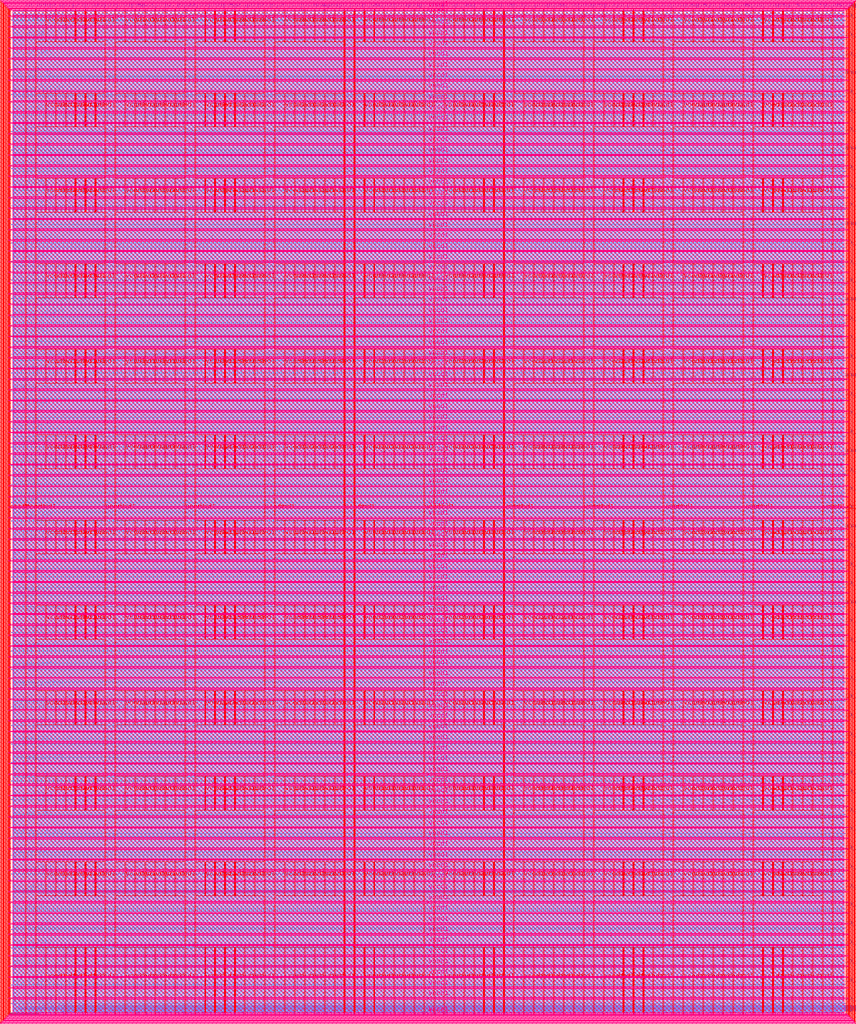
<source format=lef>
VERSION 5.7 ;
  NOWIREEXTENSIONATPIN ON ;
  DIVIDERCHAR "/" ;
  BUSBITCHARS "[]" ;
MACRO user_project_wrapper
  CLASS BLOCK ;
  FOREIGN user_project_wrapper ;
  ORIGIN 0.000 0.000 ;
  SIZE 2920.000 BY 3520.000 ;
  PIN analog_io[0]
    DIRECTION INOUT ;
    USE SIGNAL ;
    PORT
      LAYER met3 ;
        RECT 2917.600 1426.380 2924.800 1427.580 ;
    END
  END analog_io[0]
  PIN analog_io[10]
    DIRECTION INOUT ;
    USE SIGNAL ;
    PORT
      LAYER met2 ;
        RECT 2230.490 3517.600 2231.050 3524.800 ;
    END
  END analog_io[10]
  PIN analog_io[11]
    DIRECTION INOUT ;
    USE SIGNAL ;
    PORT
      LAYER met2 ;
        RECT 1905.730 3517.600 1906.290 3524.800 ;
    END
  END analog_io[11]
  PIN analog_io[12]
    DIRECTION INOUT ;
    USE SIGNAL ;
    PORT
      LAYER met2 ;
        RECT 1581.430 3517.600 1581.990 3524.800 ;
    END
  END analog_io[12]
  PIN analog_io[13]
    DIRECTION INOUT ;
    USE SIGNAL ;
    PORT
      LAYER met2 ;
        RECT 1257.130 3517.600 1257.690 3524.800 ;
    END
  END analog_io[13]
  PIN analog_io[14]
    DIRECTION INOUT ;
    USE SIGNAL ;
    PORT
      LAYER met2 ;
        RECT 932.370 3517.600 932.930 3524.800 ;
    END
  END analog_io[14]
  PIN analog_io[15]
    DIRECTION INOUT ;
    USE SIGNAL ;
    PORT
      LAYER met2 ;
        RECT 608.070 3517.600 608.630 3524.800 ;
    END
  END analog_io[15]
  PIN analog_io[16]
    DIRECTION INOUT ;
    USE SIGNAL ;
    PORT
      LAYER met2 ;
        RECT 283.770 3517.600 284.330 3524.800 ;
    END
  END analog_io[16]
  PIN analog_io[17]
    DIRECTION INOUT ;
    USE SIGNAL ;
    PORT
      LAYER met3 ;
        RECT -4.800 3486.100 2.400 3487.300 ;
    END
  END analog_io[17]
  PIN analog_io[18]
    DIRECTION INOUT ;
    USE SIGNAL ;
    PORT
      LAYER met3 ;
        RECT -4.800 3224.980 2.400 3226.180 ;
    END
  END analog_io[18]
  PIN analog_io[19]
    DIRECTION INOUT ;
    USE SIGNAL ;
    PORT
      LAYER met3 ;
        RECT -4.800 2964.540 2.400 2965.740 ;
    END
  END analog_io[19]
  PIN analog_io[1]
    DIRECTION INOUT ;
    USE SIGNAL ;
    PORT
      LAYER met3 ;
        RECT 2917.600 1692.260 2924.800 1693.460 ;
    END
  END analog_io[1]
  PIN analog_io[20]
    DIRECTION INOUT ;
    USE SIGNAL ;
    PORT
      LAYER met3 ;
        RECT -4.800 2703.420 2.400 2704.620 ;
    END
  END analog_io[20]
  PIN analog_io[21]
    DIRECTION INOUT ;
    USE SIGNAL ;
    PORT
      LAYER met3 ;
        RECT -4.800 2442.980 2.400 2444.180 ;
    END
  END analog_io[21]
  PIN analog_io[22]
    DIRECTION INOUT ;
    USE SIGNAL ;
    PORT
      LAYER met3 ;
        RECT -4.800 2182.540 2.400 2183.740 ;
    END
  END analog_io[22]
  PIN analog_io[23]
    DIRECTION INOUT ;
    USE SIGNAL ;
    PORT
      LAYER met3 ;
        RECT -4.800 1921.420 2.400 1922.620 ;
    END
  END analog_io[23]
  PIN analog_io[24]
    DIRECTION INOUT ;
    USE SIGNAL ;
    PORT
      LAYER met3 ;
        RECT -4.800 1660.980 2.400 1662.180 ;
    END
  END analog_io[24]
  PIN analog_io[25]
    DIRECTION INOUT ;
    USE SIGNAL ;
    PORT
      LAYER met3 ;
        RECT -4.800 1399.860 2.400 1401.060 ;
    END
  END analog_io[25]
  PIN analog_io[26]
    DIRECTION INOUT ;
    USE SIGNAL ;
    PORT
      LAYER met3 ;
        RECT -4.800 1139.420 2.400 1140.620 ;
    END
  END analog_io[26]
  PIN analog_io[27]
    DIRECTION INOUT ;
    USE SIGNAL ;
    PORT
      LAYER met3 ;
        RECT -4.800 878.980 2.400 880.180 ;
    END
  END analog_io[27]
  PIN analog_io[28]
    DIRECTION INOUT ;
    USE SIGNAL ;
    PORT
      LAYER met3 ;
        RECT -4.800 617.860 2.400 619.060 ;
    END
  END analog_io[28]
  PIN analog_io[2]
    DIRECTION INOUT ;
    USE SIGNAL ;
    PORT
      LAYER met3 ;
        RECT 2917.600 1958.140 2924.800 1959.340 ;
    END
  END analog_io[2]
  PIN analog_io[3]
    DIRECTION INOUT ;
    USE SIGNAL ;
    PORT
      LAYER met3 ;
        RECT 2917.600 2223.340 2924.800 2224.540 ;
    END
  END analog_io[3]
  PIN analog_io[4]
    DIRECTION INOUT ;
    USE SIGNAL ;
    PORT
      LAYER met3 ;
        RECT 2917.600 2489.220 2924.800 2490.420 ;
    END
  END analog_io[4]
  PIN analog_io[5]
    DIRECTION INOUT ;
    USE SIGNAL ;
    PORT
      LAYER met3 ;
        RECT 2917.600 2755.100 2924.800 2756.300 ;
    END
  END analog_io[5]
  PIN analog_io[6]
    DIRECTION INOUT ;
    USE SIGNAL ;
    PORT
      LAYER met3 ;
        RECT 2917.600 3020.300 2924.800 3021.500 ;
    END
  END analog_io[6]
  PIN analog_io[7]
    DIRECTION INOUT ;
    USE SIGNAL ;
    PORT
      LAYER met3 ;
        RECT 2917.600 3286.180 2924.800 3287.380 ;
    END
  END analog_io[7]
  PIN analog_io[8]
    DIRECTION INOUT ;
    USE SIGNAL ;
    PORT
      LAYER met2 ;
        RECT 2879.090 3517.600 2879.650 3524.800 ;
    END
  END analog_io[8]
  PIN analog_io[9]
    DIRECTION INOUT ;
    USE SIGNAL ;
    PORT
      LAYER met2 ;
        RECT 2554.790 3517.600 2555.350 3524.800 ;
    END
  END analog_io[9]
  PIN io_in[0]
    DIRECTION INPUT ;
    USE SIGNAL ;
    PORT
      LAYER met3 ;
        RECT 2917.600 32.380 2924.800 33.580 ;
    END
  END io_in[0]
  PIN io_in[10]
    DIRECTION INPUT ;
    USE SIGNAL ;
    PORT
      LAYER met3 ;
        RECT 2917.600 2289.980 2924.800 2291.180 ;
    END
  END io_in[10]
  PIN io_in[11]
    DIRECTION INPUT ;
    USE SIGNAL ;
    PORT
      LAYER met3 ;
        RECT 2917.600 2555.860 2924.800 2557.060 ;
    END
  END io_in[11]
  PIN io_in[12]
    DIRECTION INPUT ;
    USE SIGNAL ;
    PORT
      LAYER met3 ;
        RECT 2917.600 2821.060 2924.800 2822.260 ;
    END
  END io_in[12]
  PIN io_in[13]
    DIRECTION INPUT ;
    USE SIGNAL ;
    PORT
      LAYER met3 ;
        RECT 2917.600 3086.940 2924.800 3088.140 ;
    END
  END io_in[13]
  PIN io_in[14]
    DIRECTION INPUT ;
    USE SIGNAL ;
    PORT
      LAYER met3 ;
        RECT 2917.600 3352.820 2924.800 3354.020 ;
    END
  END io_in[14]
  PIN io_in[15]
    DIRECTION INPUT ;
    USE SIGNAL ;
    PORT
      LAYER met2 ;
        RECT 2798.130 3517.600 2798.690 3524.800 ;
    END
  END io_in[15]
  PIN io_in[16]
    DIRECTION INPUT ;
    USE SIGNAL ;
    PORT
      LAYER met2 ;
        RECT 2473.830 3517.600 2474.390 3524.800 ;
    END
  END io_in[16]
  PIN io_in[17]
    DIRECTION INPUT ;
    USE SIGNAL ;
    PORT
      LAYER met2 ;
        RECT 2149.070 3517.600 2149.630 3524.800 ;
    END
  END io_in[17]
  PIN io_in[18]
    DIRECTION INPUT ;
    USE SIGNAL ;
    PORT
      LAYER met2 ;
        RECT 1824.770 3517.600 1825.330 3524.800 ;
    END
  END io_in[18]
  PIN io_in[19]
    DIRECTION INPUT ;
    USE SIGNAL ;
    PORT
      LAYER met2 ;
        RECT 1500.470 3517.600 1501.030 3524.800 ;
    END
  END io_in[19]
  PIN io_in[1]
    DIRECTION INPUT ;
    USE SIGNAL ;
    PORT
      LAYER met3 ;
        RECT 2917.600 230.940 2924.800 232.140 ;
    END
  END io_in[1]
  PIN io_in[20]
    DIRECTION INPUT ;
    USE SIGNAL ;
    PORT
      LAYER met2 ;
        RECT 1175.710 3517.600 1176.270 3524.800 ;
    END
  END io_in[20]
  PIN io_in[21]
    DIRECTION INPUT ;
    USE SIGNAL ;
    PORT
      LAYER met2 ;
        RECT 851.410 3517.600 851.970 3524.800 ;
    END
  END io_in[21]
  PIN io_in[22]
    DIRECTION INPUT ;
    USE SIGNAL ;
    PORT
      LAYER met2 ;
        RECT 527.110 3517.600 527.670 3524.800 ;
    END
  END io_in[22]
  PIN io_in[23]
    DIRECTION INPUT ;
    USE SIGNAL ;
    PORT
      LAYER met2 ;
        RECT 202.350 3517.600 202.910 3524.800 ;
    END
  END io_in[23]
  PIN io_in[24]
    DIRECTION INPUT ;
    USE SIGNAL ;
    PORT
      LAYER met3 ;
        RECT -4.800 3420.820 2.400 3422.020 ;
    END
  END io_in[24]
  PIN io_in[25]
    DIRECTION INPUT ;
    USE SIGNAL ;
    PORT
      LAYER met3 ;
        RECT -4.800 3159.700 2.400 3160.900 ;
    END
  END io_in[25]
  PIN io_in[26]
    DIRECTION INPUT ;
    USE SIGNAL ;
    PORT
      LAYER met3 ;
        RECT -4.800 2899.260 2.400 2900.460 ;
    END
  END io_in[26]
  PIN io_in[27]
    DIRECTION INPUT ;
    USE SIGNAL ;
    PORT
      LAYER met3 ;
        RECT -4.800 2638.820 2.400 2640.020 ;
    END
  END io_in[27]
  PIN io_in[28]
    DIRECTION INPUT ;
    USE SIGNAL ;
    PORT
      LAYER met3 ;
        RECT -4.800 2377.700 2.400 2378.900 ;
    END
  END io_in[28]
  PIN io_in[29]
    DIRECTION INPUT ;
    USE SIGNAL ;
    PORT
      LAYER met3 ;
        RECT -4.800 2117.260 2.400 2118.460 ;
    END
  END io_in[29]
  PIN io_in[2]
    DIRECTION INPUT ;
    USE SIGNAL ;
    PORT
      LAYER met3 ;
        RECT 2917.600 430.180 2924.800 431.380 ;
    END
  END io_in[2]
  PIN io_in[30]
    DIRECTION INPUT ;
    USE SIGNAL ;
    PORT
      LAYER met3 ;
        RECT -4.800 1856.140 2.400 1857.340 ;
    END
  END io_in[30]
  PIN io_in[31]
    DIRECTION INPUT ;
    USE SIGNAL ;
    PORT
      LAYER met3 ;
        RECT -4.800 1595.700 2.400 1596.900 ;
    END
  END io_in[31]
  PIN io_in[32]
    DIRECTION INPUT ;
    USE SIGNAL ;
    PORT
      LAYER met3 ;
        RECT -4.800 1335.260 2.400 1336.460 ;
    END
  END io_in[32]
  PIN io_in[33]
    DIRECTION INPUT ;
    USE SIGNAL ;
    PORT
      LAYER met3 ;
        RECT -4.800 1074.140 2.400 1075.340 ;
    END
  END io_in[33]
  PIN io_in[34]
    DIRECTION INPUT ;
    USE SIGNAL ;
    PORT
      LAYER met3 ;
        RECT -4.800 813.700 2.400 814.900 ;
    END
  END io_in[34]
  PIN io_in[35]
    DIRECTION INPUT ;
    USE SIGNAL ;
    PORT
      LAYER met3 ;
        RECT -4.800 552.580 2.400 553.780 ;
    END
  END io_in[35]
  PIN io_in[36]
    DIRECTION INPUT ;
    USE SIGNAL ;
    PORT
      LAYER met3 ;
        RECT -4.800 357.420 2.400 358.620 ;
    END
  END io_in[36]
  PIN io_in[37]
    DIRECTION INPUT ;
    USE SIGNAL ;
    PORT
      LAYER met3 ;
        RECT -4.800 161.580 2.400 162.780 ;
    END
  END io_in[37]
  PIN io_in[3]
    DIRECTION INPUT ;
    USE SIGNAL ;
    PORT
      LAYER met3 ;
        RECT 2917.600 629.420 2924.800 630.620 ;
    END
  END io_in[3]
  PIN io_in[4]
    DIRECTION INPUT ;
    USE SIGNAL ;
    PORT
      LAYER met3 ;
        RECT 2917.600 828.660 2924.800 829.860 ;
    END
  END io_in[4]
  PIN io_in[5]
    DIRECTION INPUT ;
    USE SIGNAL ;
    PORT
      LAYER met3 ;
        RECT 2917.600 1027.900 2924.800 1029.100 ;
    END
  END io_in[5]
  PIN io_in[6]
    DIRECTION INPUT ;
    USE SIGNAL ;
    PORT
      LAYER met3 ;
        RECT 2917.600 1227.140 2924.800 1228.340 ;
    END
  END io_in[6]
  PIN io_in[7]
    DIRECTION INPUT ;
    USE SIGNAL ;
    PORT
      LAYER met3 ;
        RECT 2917.600 1493.020 2924.800 1494.220 ;
    END
  END io_in[7]
  PIN io_in[8]
    DIRECTION INPUT ;
    USE SIGNAL ;
    PORT
      LAYER met3 ;
        RECT 2917.600 1758.900 2924.800 1760.100 ;
    END
  END io_in[8]
  PIN io_in[9]
    DIRECTION INPUT ;
    USE SIGNAL ;
    PORT
      LAYER met3 ;
        RECT 2917.600 2024.100 2924.800 2025.300 ;
    END
  END io_in[9]
  PIN io_oeb[0]
    DIRECTION OUTPUT TRISTATE ;
    USE SIGNAL ;
    PORT
      LAYER met3 ;
        RECT 2917.600 164.980 2924.800 166.180 ;
    END
  END io_oeb[0]
  PIN io_oeb[10]
    DIRECTION OUTPUT TRISTATE ;
    USE SIGNAL ;
    PORT
      LAYER met3 ;
        RECT 2917.600 2422.580 2924.800 2423.780 ;
    END
  END io_oeb[10]
  PIN io_oeb[11]
    DIRECTION OUTPUT TRISTATE ;
    USE SIGNAL ;
    PORT
      LAYER met3 ;
        RECT 2917.600 2688.460 2924.800 2689.660 ;
    END
  END io_oeb[11]
  PIN io_oeb[12]
    DIRECTION OUTPUT TRISTATE ;
    USE SIGNAL ;
    PORT
      LAYER met3 ;
        RECT 2917.600 2954.340 2924.800 2955.540 ;
    END
  END io_oeb[12]
  PIN io_oeb[13]
    DIRECTION OUTPUT TRISTATE ;
    USE SIGNAL ;
    PORT
      LAYER met3 ;
        RECT 2917.600 3219.540 2924.800 3220.740 ;
    END
  END io_oeb[13]
  PIN io_oeb[14]
    DIRECTION OUTPUT TRISTATE ;
    USE SIGNAL ;
    PORT
      LAYER met3 ;
        RECT 2917.600 3485.420 2924.800 3486.620 ;
    END
  END io_oeb[14]
  PIN io_oeb[15]
    DIRECTION OUTPUT TRISTATE ;
    USE SIGNAL ;
    PORT
      LAYER met2 ;
        RECT 2635.750 3517.600 2636.310 3524.800 ;
    END
  END io_oeb[15]
  PIN io_oeb[16]
    DIRECTION OUTPUT TRISTATE ;
    USE SIGNAL ;
    PORT
      LAYER met2 ;
        RECT 2311.450 3517.600 2312.010 3524.800 ;
    END
  END io_oeb[16]
  PIN io_oeb[17]
    DIRECTION OUTPUT TRISTATE ;
    USE SIGNAL ;
    PORT
      LAYER met2 ;
        RECT 1987.150 3517.600 1987.710 3524.800 ;
    END
  END io_oeb[17]
  PIN io_oeb[18]
    DIRECTION OUTPUT TRISTATE ;
    USE SIGNAL ;
    PORT
      LAYER met2 ;
        RECT 1662.390 3517.600 1662.950 3524.800 ;
    END
  END io_oeb[18]
  PIN io_oeb[19]
    DIRECTION OUTPUT TRISTATE ;
    USE SIGNAL ;
    PORT
      LAYER met2 ;
        RECT 1338.090 3517.600 1338.650 3524.800 ;
    END
  END io_oeb[19]
  PIN io_oeb[1]
    DIRECTION OUTPUT TRISTATE ;
    USE SIGNAL ;
    PORT
      LAYER met3 ;
        RECT 2917.600 364.220 2924.800 365.420 ;
    END
  END io_oeb[1]
  PIN io_oeb[20]
    DIRECTION OUTPUT TRISTATE ;
    USE SIGNAL ;
    PORT
      LAYER met2 ;
        RECT 1013.790 3517.600 1014.350 3524.800 ;
    END
  END io_oeb[20]
  PIN io_oeb[21]
    DIRECTION OUTPUT TRISTATE ;
    USE SIGNAL ;
    PORT
      LAYER met2 ;
        RECT 689.030 3517.600 689.590 3524.800 ;
    END
  END io_oeb[21]
  PIN io_oeb[22]
    DIRECTION OUTPUT TRISTATE ;
    USE SIGNAL ;
    PORT
      LAYER met2 ;
        RECT 364.730 3517.600 365.290 3524.800 ;
    END
  END io_oeb[22]
  PIN io_oeb[23]
    DIRECTION OUTPUT TRISTATE ;
    USE SIGNAL ;
    PORT
      LAYER met2 ;
        RECT 40.430 3517.600 40.990 3524.800 ;
    END
  END io_oeb[23]
  PIN io_oeb[24]
    DIRECTION OUTPUT TRISTATE ;
    USE SIGNAL ;
    PORT
      LAYER met3 ;
        RECT -4.800 3290.260 2.400 3291.460 ;
    END
  END io_oeb[24]
  PIN io_oeb[25]
    DIRECTION OUTPUT TRISTATE ;
    USE SIGNAL ;
    PORT
      LAYER met3 ;
        RECT -4.800 3029.820 2.400 3031.020 ;
    END
  END io_oeb[25]
  PIN io_oeb[26]
    DIRECTION OUTPUT TRISTATE ;
    USE SIGNAL ;
    PORT
      LAYER met3 ;
        RECT -4.800 2768.700 2.400 2769.900 ;
    END
  END io_oeb[26]
  PIN io_oeb[27]
    DIRECTION OUTPUT TRISTATE ;
    USE SIGNAL ;
    PORT
      LAYER met3 ;
        RECT -4.800 2508.260 2.400 2509.460 ;
    END
  END io_oeb[27]
  PIN io_oeb[28]
    DIRECTION OUTPUT TRISTATE ;
    USE SIGNAL ;
    PORT
      LAYER met3 ;
        RECT -4.800 2247.140 2.400 2248.340 ;
    END
  END io_oeb[28]
  PIN io_oeb[29]
    DIRECTION OUTPUT TRISTATE ;
    USE SIGNAL ;
    PORT
      LAYER met3 ;
        RECT -4.800 1986.700 2.400 1987.900 ;
    END
  END io_oeb[29]
  PIN io_oeb[2]
    DIRECTION OUTPUT TRISTATE ;
    USE SIGNAL ;
    PORT
      LAYER met3 ;
        RECT 2917.600 563.460 2924.800 564.660 ;
    END
  END io_oeb[2]
  PIN io_oeb[30]
    DIRECTION OUTPUT TRISTATE ;
    USE SIGNAL ;
    PORT
      LAYER met3 ;
        RECT -4.800 1726.260 2.400 1727.460 ;
    END
  END io_oeb[30]
  PIN io_oeb[31]
    DIRECTION OUTPUT TRISTATE ;
    USE SIGNAL ;
    PORT
      LAYER met3 ;
        RECT -4.800 1465.140 2.400 1466.340 ;
    END
  END io_oeb[31]
  PIN io_oeb[32]
    DIRECTION OUTPUT TRISTATE ;
    USE SIGNAL ;
    PORT
      LAYER met3 ;
        RECT -4.800 1204.700 2.400 1205.900 ;
    END
  END io_oeb[32]
  PIN io_oeb[33]
    DIRECTION OUTPUT TRISTATE ;
    USE SIGNAL ;
    PORT
      LAYER met3 ;
        RECT -4.800 943.580 2.400 944.780 ;
    END
  END io_oeb[33]
  PIN io_oeb[34]
    DIRECTION OUTPUT TRISTATE ;
    USE SIGNAL ;
    PORT
      LAYER met3 ;
        RECT -4.800 683.140 2.400 684.340 ;
    END
  END io_oeb[34]
  PIN io_oeb[35]
    DIRECTION OUTPUT TRISTATE ;
    USE SIGNAL ;
    PORT
      LAYER met3 ;
        RECT -4.800 422.700 2.400 423.900 ;
    END
  END io_oeb[35]
  PIN io_oeb[36]
    DIRECTION OUTPUT TRISTATE ;
    USE SIGNAL ;
    PORT
      LAYER met3 ;
        RECT -4.800 226.860 2.400 228.060 ;
    END
  END io_oeb[36]
  PIN io_oeb[37]
    DIRECTION OUTPUT TRISTATE ;
    USE SIGNAL ;
    PORT
      LAYER met3 ;
        RECT -4.800 31.700 2.400 32.900 ;
    END
  END io_oeb[37]
  PIN io_oeb[3]
    DIRECTION OUTPUT TRISTATE ;
    USE SIGNAL ;
    PORT
      LAYER met3 ;
        RECT 2917.600 762.700 2924.800 763.900 ;
    END
  END io_oeb[3]
  PIN io_oeb[4]
    DIRECTION OUTPUT TRISTATE ;
    USE SIGNAL ;
    PORT
      LAYER met3 ;
        RECT 2917.600 961.940 2924.800 963.140 ;
    END
  END io_oeb[4]
  PIN io_oeb[5]
    DIRECTION OUTPUT TRISTATE ;
    USE SIGNAL ;
    PORT
      LAYER met3 ;
        RECT 2917.600 1161.180 2924.800 1162.380 ;
    END
  END io_oeb[5]
  PIN io_oeb[6]
    DIRECTION OUTPUT TRISTATE ;
    USE SIGNAL ;
    PORT
      LAYER met3 ;
        RECT 2917.600 1360.420 2924.800 1361.620 ;
    END
  END io_oeb[6]
  PIN io_oeb[7]
    DIRECTION OUTPUT TRISTATE ;
    USE SIGNAL ;
    PORT
      LAYER met3 ;
        RECT 2917.600 1625.620 2924.800 1626.820 ;
    END
  END io_oeb[7]
  PIN io_oeb[8]
    DIRECTION OUTPUT TRISTATE ;
    USE SIGNAL ;
    PORT
      LAYER met3 ;
        RECT 2917.600 1891.500 2924.800 1892.700 ;
    END
  END io_oeb[8]
  PIN io_oeb[9]
    DIRECTION OUTPUT TRISTATE ;
    USE SIGNAL ;
    PORT
      LAYER met3 ;
        RECT 2917.600 2157.380 2924.800 2158.580 ;
    END
  END io_oeb[9]
  PIN io_out[0]
    DIRECTION OUTPUT TRISTATE ;
    USE SIGNAL ;
    PORT
      LAYER met3 ;
        RECT 2917.600 98.340 2924.800 99.540 ;
    END
  END io_out[0]
  PIN io_out[10]
    DIRECTION OUTPUT TRISTATE ;
    USE SIGNAL ;
    PORT
      LAYER met3 ;
        RECT 2917.600 2356.620 2924.800 2357.820 ;
    END
  END io_out[10]
  PIN io_out[11]
    DIRECTION OUTPUT TRISTATE ;
    USE SIGNAL ;
    PORT
      LAYER met3 ;
        RECT 2917.600 2621.820 2924.800 2623.020 ;
    END
  END io_out[11]
  PIN io_out[12]
    DIRECTION OUTPUT TRISTATE ;
    USE SIGNAL ;
    PORT
      LAYER met3 ;
        RECT 2917.600 2887.700 2924.800 2888.900 ;
    END
  END io_out[12]
  PIN io_out[13]
    DIRECTION OUTPUT TRISTATE ;
    USE SIGNAL ;
    PORT
      LAYER met3 ;
        RECT 2917.600 3153.580 2924.800 3154.780 ;
    END
  END io_out[13]
  PIN io_out[14]
    DIRECTION OUTPUT TRISTATE ;
    USE SIGNAL ;
    PORT
      LAYER met3 ;
        RECT 2917.600 3418.780 2924.800 3419.980 ;
    END
  END io_out[14]
  PIN io_out[15]
    DIRECTION OUTPUT TRISTATE ;
    USE SIGNAL ;
    PORT
      LAYER met2 ;
        RECT 2717.170 3517.600 2717.730 3524.800 ;
    END
  END io_out[15]
  PIN io_out[16]
    DIRECTION OUTPUT TRISTATE ;
    USE SIGNAL ;
    PORT
      LAYER met2 ;
        RECT 2392.410 3517.600 2392.970 3524.800 ;
    END
  END io_out[16]
  PIN io_out[17]
    DIRECTION OUTPUT TRISTATE ;
    USE SIGNAL ;
    PORT
      LAYER met2 ;
        RECT 2068.110 3517.600 2068.670 3524.800 ;
    END
  END io_out[17]
  PIN io_out[18]
    DIRECTION OUTPUT TRISTATE ;
    USE SIGNAL ;
    PORT
      LAYER met2 ;
        RECT 1743.810 3517.600 1744.370 3524.800 ;
    END
  END io_out[18]
  PIN io_out[19]
    DIRECTION OUTPUT TRISTATE ;
    USE SIGNAL ;
    PORT
      LAYER met2 ;
        RECT 1419.050 3517.600 1419.610 3524.800 ;
    END
  END io_out[19]
  PIN io_out[1]
    DIRECTION OUTPUT TRISTATE ;
    USE SIGNAL ;
    PORT
      LAYER met3 ;
        RECT 2917.600 297.580 2924.800 298.780 ;
    END
  END io_out[1]
  PIN io_out[20]
    DIRECTION OUTPUT TRISTATE ;
    USE SIGNAL ;
    PORT
      LAYER met2 ;
        RECT 1094.750 3517.600 1095.310 3524.800 ;
    END
  END io_out[20]
  PIN io_out[21]
    DIRECTION OUTPUT TRISTATE ;
    USE SIGNAL ;
    PORT
      LAYER met2 ;
        RECT 770.450 3517.600 771.010 3524.800 ;
    END
  END io_out[21]
  PIN io_out[22]
    DIRECTION OUTPUT TRISTATE ;
    USE SIGNAL ;
    PORT
      LAYER met2 ;
        RECT 445.690 3517.600 446.250 3524.800 ;
    END
  END io_out[22]
  PIN io_out[23]
    DIRECTION OUTPUT TRISTATE ;
    USE SIGNAL ;
    PORT
      LAYER met2 ;
        RECT 121.390 3517.600 121.950 3524.800 ;
    END
  END io_out[23]
  PIN io_out[24]
    DIRECTION OUTPUT TRISTATE ;
    USE SIGNAL ;
    PORT
      LAYER met3 ;
        RECT -4.800 3355.540 2.400 3356.740 ;
    END
  END io_out[24]
  PIN io_out[25]
    DIRECTION OUTPUT TRISTATE ;
    USE SIGNAL ;
    PORT
      LAYER met3 ;
        RECT -4.800 3095.100 2.400 3096.300 ;
    END
  END io_out[25]
  PIN io_out[26]
    DIRECTION OUTPUT TRISTATE ;
    USE SIGNAL ;
    PORT
      LAYER met3 ;
        RECT -4.800 2833.980 2.400 2835.180 ;
    END
  END io_out[26]
  PIN io_out[27]
    DIRECTION OUTPUT TRISTATE ;
    USE SIGNAL ;
    PORT
      LAYER met3 ;
        RECT -4.800 2573.540 2.400 2574.740 ;
    END
  END io_out[27]
  PIN io_out[28]
    DIRECTION OUTPUT TRISTATE ;
    USE SIGNAL ;
    PORT
      LAYER met3 ;
        RECT -4.800 2312.420 2.400 2313.620 ;
    END
  END io_out[28]
  PIN io_out[29]
    DIRECTION OUTPUT TRISTATE ;
    USE SIGNAL ;
    PORT
      LAYER met3 ;
        RECT -4.800 2051.980 2.400 2053.180 ;
    END
  END io_out[29]
  PIN io_out[2]
    DIRECTION OUTPUT TRISTATE ;
    USE SIGNAL ;
    PORT
      LAYER met3 ;
        RECT 2917.600 496.820 2924.800 498.020 ;
    END
  END io_out[2]
  PIN io_out[30]
    DIRECTION OUTPUT TRISTATE ;
    USE SIGNAL ;
    PORT
      LAYER met3 ;
        RECT -4.800 1791.540 2.400 1792.740 ;
    END
  END io_out[30]
  PIN io_out[31]
    DIRECTION OUTPUT TRISTATE ;
    USE SIGNAL ;
    PORT
      LAYER met3 ;
        RECT -4.800 1530.420 2.400 1531.620 ;
    END
  END io_out[31]
  PIN io_out[32]
    DIRECTION OUTPUT TRISTATE ;
    USE SIGNAL ;
    PORT
      LAYER met3 ;
        RECT -4.800 1269.980 2.400 1271.180 ;
    END
  END io_out[32]
  PIN io_out[33]
    DIRECTION OUTPUT TRISTATE ;
    USE SIGNAL ;
    PORT
      LAYER met3 ;
        RECT -4.800 1008.860 2.400 1010.060 ;
    END
  END io_out[33]
  PIN io_out[34]
    DIRECTION OUTPUT TRISTATE ;
    USE SIGNAL ;
    PORT
      LAYER met3 ;
        RECT -4.800 748.420 2.400 749.620 ;
    END
  END io_out[34]
  PIN io_out[35]
    DIRECTION OUTPUT TRISTATE ;
    USE SIGNAL ;
    PORT
      LAYER met3 ;
        RECT -4.800 487.300 2.400 488.500 ;
    END
  END io_out[35]
  PIN io_out[36]
    DIRECTION OUTPUT TRISTATE ;
    USE SIGNAL ;
    PORT
      LAYER met3 ;
        RECT -4.800 292.140 2.400 293.340 ;
    END
  END io_out[36]
  PIN io_out[37]
    DIRECTION OUTPUT TRISTATE ;
    USE SIGNAL ;
    PORT
      LAYER met3 ;
        RECT -4.800 96.300 2.400 97.500 ;
    END
  END io_out[37]
  PIN io_out[3]
    DIRECTION OUTPUT TRISTATE ;
    USE SIGNAL ;
    PORT
      LAYER met3 ;
        RECT 2917.600 696.060 2924.800 697.260 ;
    END
  END io_out[3]
  PIN io_out[4]
    DIRECTION OUTPUT TRISTATE ;
    USE SIGNAL ;
    PORT
      LAYER met3 ;
        RECT 2917.600 895.300 2924.800 896.500 ;
    END
  END io_out[4]
  PIN io_out[5]
    DIRECTION OUTPUT TRISTATE ;
    USE SIGNAL ;
    PORT
      LAYER met3 ;
        RECT 2917.600 1094.540 2924.800 1095.740 ;
    END
  END io_out[5]
  PIN io_out[6]
    DIRECTION OUTPUT TRISTATE ;
    USE SIGNAL ;
    PORT
      LAYER met3 ;
        RECT 2917.600 1293.780 2924.800 1294.980 ;
    END
  END io_out[6]
  PIN io_out[7]
    DIRECTION OUTPUT TRISTATE ;
    USE SIGNAL ;
    PORT
      LAYER met3 ;
        RECT 2917.600 1559.660 2924.800 1560.860 ;
    END
  END io_out[7]
  PIN io_out[8]
    DIRECTION OUTPUT TRISTATE ;
    USE SIGNAL ;
    PORT
      LAYER met3 ;
        RECT 2917.600 1824.860 2924.800 1826.060 ;
    END
  END io_out[8]
  PIN io_out[9]
    DIRECTION OUTPUT TRISTATE ;
    USE SIGNAL ;
    PORT
      LAYER met3 ;
        RECT 2917.600 2090.740 2924.800 2091.940 ;
    END
  END io_out[9]
  PIN la_data_in[0]
    DIRECTION INPUT ;
    USE SIGNAL ;
    PORT
      LAYER met2 ;
        RECT 629.230 -4.800 629.790 2.400 ;
    END
  END la_data_in[0]
  PIN la_data_in[100]
    DIRECTION INPUT ;
    USE SIGNAL ;
    PORT
      LAYER met2 ;
        RECT 2402.530 -4.800 2403.090 2.400 ;
    END
  END la_data_in[100]
  PIN la_data_in[101]
    DIRECTION INPUT ;
    USE SIGNAL ;
    PORT
      LAYER met2 ;
        RECT 2420.010 -4.800 2420.570 2.400 ;
    END
  END la_data_in[101]
  PIN la_data_in[102]
    DIRECTION INPUT ;
    USE SIGNAL ;
    PORT
      LAYER met2 ;
        RECT 2437.950 -4.800 2438.510 2.400 ;
    END
  END la_data_in[102]
  PIN la_data_in[103]
    DIRECTION INPUT ;
    USE SIGNAL ;
    PORT
      LAYER met2 ;
        RECT 2455.430 -4.800 2455.990 2.400 ;
    END
  END la_data_in[103]
  PIN la_data_in[104]
    DIRECTION INPUT ;
    USE SIGNAL ;
    PORT
      LAYER met2 ;
        RECT 2473.370 -4.800 2473.930 2.400 ;
    END
  END la_data_in[104]
  PIN la_data_in[105]
    DIRECTION INPUT ;
    USE SIGNAL ;
    PORT
      LAYER met2 ;
        RECT 2490.850 -4.800 2491.410 2.400 ;
    END
  END la_data_in[105]
  PIN la_data_in[106]
    DIRECTION INPUT ;
    USE SIGNAL ;
    PORT
      LAYER met2 ;
        RECT 2508.790 -4.800 2509.350 2.400 ;
    END
  END la_data_in[106]
  PIN la_data_in[107]
    DIRECTION INPUT ;
    USE SIGNAL ;
    PORT
      LAYER met2 ;
        RECT 2526.730 -4.800 2527.290 2.400 ;
    END
  END la_data_in[107]
  PIN la_data_in[108]
    DIRECTION INPUT ;
    USE SIGNAL ;
    PORT
      LAYER met2 ;
        RECT 2544.210 -4.800 2544.770 2.400 ;
    END
  END la_data_in[108]
  PIN la_data_in[109]
    DIRECTION INPUT ;
    USE SIGNAL ;
    PORT
      LAYER met2 ;
        RECT 2562.150 -4.800 2562.710 2.400 ;
    END
  END la_data_in[109]
  PIN la_data_in[10]
    DIRECTION INPUT ;
    USE SIGNAL ;
    PORT
      LAYER met2 ;
        RECT 806.330 -4.800 806.890 2.400 ;
    END
  END la_data_in[10]
  PIN la_data_in[110]
    DIRECTION INPUT ;
    USE SIGNAL ;
    PORT
      LAYER met2 ;
        RECT 2579.630 -4.800 2580.190 2.400 ;
    END
  END la_data_in[110]
  PIN la_data_in[111]
    DIRECTION INPUT ;
    USE SIGNAL ;
    PORT
      LAYER met2 ;
        RECT 2597.570 -4.800 2598.130 2.400 ;
    END
  END la_data_in[111]
  PIN la_data_in[112]
    DIRECTION INPUT ;
    USE SIGNAL ;
    PORT
      LAYER met2 ;
        RECT 2615.050 -4.800 2615.610 2.400 ;
    END
  END la_data_in[112]
  PIN la_data_in[113]
    DIRECTION INPUT ;
    USE SIGNAL ;
    PORT
      LAYER met2 ;
        RECT 2632.990 -4.800 2633.550 2.400 ;
    END
  END la_data_in[113]
  PIN la_data_in[114]
    DIRECTION INPUT ;
    USE SIGNAL ;
    PORT
      LAYER met2 ;
        RECT 2650.470 -4.800 2651.030 2.400 ;
    END
  END la_data_in[114]
  PIN la_data_in[115]
    DIRECTION INPUT ;
    USE SIGNAL ;
    PORT
      LAYER met2 ;
        RECT 2668.410 -4.800 2668.970 2.400 ;
    END
  END la_data_in[115]
  PIN la_data_in[116]
    DIRECTION INPUT ;
    USE SIGNAL ;
    PORT
      LAYER met2 ;
        RECT 2685.890 -4.800 2686.450 2.400 ;
    END
  END la_data_in[116]
  PIN la_data_in[117]
    DIRECTION INPUT ;
    USE SIGNAL ;
    PORT
      LAYER met2 ;
        RECT 2703.830 -4.800 2704.390 2.400 ;
    END
  END la_data_in[117]
  PIN la_data_in[118]
    DIRECTION INPUT ;
    USE SIGNAL ;
    PORT
      LAYER met2 ;
        RECT 2721.770 -4.800 2722.330 2.400 ;
    END
  END la_data_in[118]
  PIN la_data_in[119]
    DIRECTION INPUT ;
    USE SIGNAL ;
    PORT
      LAYER met2 ;
        RECT 2739.250 -4.800 2739.810 2.400 ;
    END
  END la_data_in[119]
  PIN la_data_in[11]
    DIRECTION INPUT ;
    USE SIGNAL ;
    PORT
      LAYER met2 ;
        RECT 824.270 -4.800 824.830 2.400 ;
    END
  END la_data_in[11]
  PIN la_data_in[120]
    DIRECTION INPUT ;
    USE SIGNAL ;
    PORT
      LAYER met2 ;
        RECT 2757.190 -4.800 2757.750 2.400 ;
    END
  END la_data_in[120]
  PIN la_data_in[121]
    DIRECTION INPUT ;
    USE SIGNAL ;
    PORT
      LAYER met2 ;
        RECT 2774.670 -4.800 2775.230 2.400 ;
    END
  END la_data_in[121]
  PIN la_data_in[122]
    DIRECTION INPUT ;
    USE SIGNAL ;
    PORT
      LAYER met2 ;
        RECT 2792.610 -4.800 2793.170 2.400 ;
    END
  END la_data_in[122]
  PIN la_data_in[123]
    DIRECTION INPUT ;
    USE SIGNAL ;
    PORT
      LAYER met2 ;
        RECT 2810.090 -4.800 2810.650 2.400 ;
    END
  END la_data_in[123]
  PIN la_data_in[124]
    DIRECTION INPUT ;
    USE SIGNAL ;
    PORT
      LAYER met2 ;
        RECT 2828.030 -4.800 2828.590 2.400 ;
    END
  END la_data_in[124]
  PIN la_data_in[125]
    DIRECTION INPUT ;
    USE SIGNAL ;
    PORT
      LAYER met2 ;
        RECT 2845.510 -4.800 2846.070 2.400 ;
    END
  END la_data_in[125]
  PIN la_data_in[126]
    DIRECTION INPUT ;
    USE SIGNAL ;
    PORT
      LAYER met2 ;
        RECT 2863.450 -4.800 2864.010 2.400 ;
    END
  END la_data_in[126]
  PIN la_data_in[127]
    DIRECTION INPUT ;
    USE SIGNAL ;
    PORT
      LAYER met2 ;
        RECT 2881.390 -4.800 2881.950 2.400 ;
    END
  END la_data_in[127]
  PIN la_data_in[12]
    DIRECTION INPUT ;
    USE SIGNAL ;
    PORT
      LAYER met2 ;
        RECT 841.750 -4.800 842.310 2.400 ;
    END
  END la_data_in[12]
  PIN la_data_in[13]
    DIRECTION INPUT ;
    USE SIGNAL ;
    PORT
      LAYER met2 ;
        RECT 859.690 -4.800 860.250 2.400 ;
    END
  END la_data_in[13]
  PIN la_data_in[14]
    DIRECTION INPUT ;
    USE SIGNAL ;
    PORT
      LAYER met2 ;
        RECT 877.170 -4.800 877.730 2.400 ;
    END
  END la_data_in[14]
  PIN la_data_in[15]
    DIRECTION INPUT ;
    USE SIGNAL ;
    PORT
      LAYER met2 ;
        RECT 895.110 -4.800 895.670 2.400 ;
    END
  END la_data_in[15]
  PIN la_data_in[16]
    DIRECTION INPUT ;
    USE SIGNAL ;
    PORT
      LAYER met2 ;
        RECT 912.590 -4.800 913.150 2.400 ;
    END
  END la_data_in[16]
  PIN la_data_in[17]
    DIRECTION INPUT ;
    USE SIGNAL ;
    PORT
      LAYER met2 ;
        RECT 930.530 -4.800 931.090 2.400 ;
    END
  END la_data_in[17]
  PIN la_data_in[18]
    DIRECTION INPUT ;
    USE SIGNAL ;
    PORT
      LAYER met2 ;
        RECT 948.470 -4.800 949.030 2.400 ;
    END
  END la_data_in[18]
  PIN la_data_in[19]
    DIRECTION INPUT ;
    USE SIGNAL ;
    PORT
      LAYER met2 ;
        RECT 965.950 -4.800 966.510 2.400 ;
    END
  END la_data_in[19]
  PIN la_data_in[1]
    DIRECTION INPUT ;
    USE SIGNAL ;
    PORT
      LAYER met2 ;
        RECT 646.710 -4.800 647.270 2.400 ;
    END
  END la_data_in[1]
  PIN la_data_in[20]
    DIRECTION INPUT ;
    USE SIGNAL ;
    PORT
      LAYER met2 ;
        RECT 983.890 -4.800 984.450 2.400 ;
    END
  END la_data_in[20]
  PIN la_data_in[21]
    DIRECTION INPUT ;
    USE SIGNAL ;
    PORT
      LAYER met2 ;
        RECT 1001.370 -4.800 1001.930 2.400 ;
    END
  END la_data_in[21]
  PIN la_data_in[22]
    DIRECTION INPUT ;
    USE SIGNAL ;
    PORT
      LAYER met2 ;
        RECT 1019.310 -4.800 1019.870 2.400 ;
    END
  END la_data_in[22]
  PIN la_data_in[23]
    DIRECTION INPUT ;
    USE SIGNAL ;
    PORT
      LAYER met2 ;
        RECT 1036.790 -4.800 1037.350 2.400 ;
    END
  END la_data_in[23]
  PIN la_data_in[24]
    DIRECTION INPUT ;
    USE SIGNAL ;
    PORT
      LAYER met2 ;
        RECT 1054.730 -4.800 1055.290 2.400 ;
    END
  END la_data_in[24]
  PIN la_data_in[25]
    DIRECTION INPUT ;
    USE SIGNAL ;
    PORT
      LAYER met2 ;
        RECT 1072.210 -4.800 1072.770 2.400 ;
    END
  END la_data_in[25]
  PIN la_data_in[26]
    DIRECTION INPUT ;
    USE SIGNAL ;
    PORT
      LAYER met2 ;
        RECT 1090.150 -4.800 1090.710 2.400 ;
    END
  END la_data_in[26]
  PIN la_data_in[27]
    DIRECTION INPUT ;
    USE SIGNAL ;
    PORT
      LAYER met2 ;
        RECT 1107.630 -4.800 1108.190 2.400 ;
    END
  END la_data_in[27]
  PIN la_data_in[28]
    DIRECTION INPUT ;
    USE SIGNAL ;
    PORT
      LAYER met2 ;
        RECT 1125.570 -4.800 1126.130 2.400 ;
    END
  END la_data_in[28]
  PIN la_data_in[29]
    DIRECTION INPUT ;
    USE SIGNAL ;
    PORT
      LAYER met2 ;
        RECT 1143.510 -4.800 1144.070 2.400 ;
    END
  END la_data_in[29]
  PIN la_data_in[2]
    DIRECTION INPUT ;
    USE SIGNAL ;
    PORT
      LAYER met2 ;
        RECT 664.650 -4.800 665.210 2.400 ;
    END
  END la_data_in[2]
  PIN la_data_in[30]
    DIRECTION INPUT ;
    USE SIGNAL ;
    PORT
      LAYER met2 ;
        RECT 1160.990 -4.800 1161.550 2.400 ;
    END
  END la_data_in[30]
  PIN la_data_in[31]
    DIRECTION INPUT ;
    USE SIGNAL ;
    PORT
      LAYER met2 ;
        RECT 1178.930 -4.800 1179.490 2.400 ;
    END
  END la_data_in[31]
  PIN la_data_in[32]
    DIRECTION INPUT ;
    USE SIGNAL ;
    PORT
      LAYER met2 ;
        RECT 1196.410 -4.800 1196.970 2.400 ;
    END
  END la_data_in[32]
  PIN la_data_in[33]
    DIRECTION INPUT ;
    USE SIGNAL ;
    PORT
      LAYER met2 ;
        RECT 1214.350 -4.800 1214.910 2.400 ;
    END
  END la_data_in[33]
  PIN la_data_in[34]
    DIRECTION INPUT ;
    USE SIGNAL ;
    PORT
      LAYER met2 ;
        RECT 1231.830 -4.800 1232.390 2.400 ;
    END
  END la_data_in[34]
  PIN la_data_in[35]
    DIRECTION INPUT ;
    USE SIGNAL ;
    PORT
      LAYER met2 ;
        RECT 1249.770 -4.800 1250.330 2.400 ;
    END
  END la_data_in[35]
  PIN la_data_in[36]
    DIRECTION INPUT ;
    USE SIGNAL ;
    PORT
      LAYER met2 ;
        RECT 1267.250 -4.800 1267.810 2.400 ;
    END
  END la_data_in[36]
  PIN la_data_in[37]
    DIRECTION INPUT ;
    USE SIGNAL ;
    PORT
      LAYER met2 ;
        RECT 1285.190 -4.800 1285.750 2.400 ;
    END
  END la_data_in[37]
  PIN la_data_in[38]
    DIRECTION INPUT ;
    USE SIGNAL ;
    PORT
      LAYER met2 ;
        RECT 1303.130 -4.800 1303.690 2.400 ;
    END
  END la_data_in[38]
  PIN la_data_in[39]
    DIRECTION INPUT ;
    USE SIGNAL ;
    PORT
      LAYER met2 ;
        RECT 1320.610 -4.800 1321.170 2.400 ;
    END
  END la_data_in[39]
  PIN la_data_in[3]
    DIRECTION INPUT ;
    USE SIGNAL ;
    PORT
      LAYER met2 ;
        RECT 682.130 -4.800 682.690 2.400 ;
    END
  END la_data_in[3]
  PIN la_data_in[40]
    DIRECTION INPUT ;
    USE SIGNAL ;
    PORT
      LAYER met2 ;
        RECT 1338.550 -4.800 1339.110 2.400 ;
    END
  END la_data_in[40]
  PIN la_data_in[41]
    DIRECTION INPUT ;
    USE SIGNAL ;
    PORT
      LAYER met2 ;
        RECT 1356.030 -4.800 1356.590 2.400 ;
    END
  END la_data_in[41]
  PIN la_data_in[42]
    DIRECTION INPUT ;
    USE SIGNAL ;
    PORT
      LAYER met2 ;
        RECT 1373.970 -4.800 1374.530 2.400 ;
    END
  END la_data_in[42]
  PIN la_data_in[43]
    DIRECTION INPUT ;
    USE SIGNAL ;
    PORT
      LAYER met2 ;
        RECT 1391.450 -4.800 1392.010 2.400 ;
    END
  END la_data_in[43]
  PIN la_data_in[44]
    DIRECTION INPUT ;
    USE SIGNAL ;
    PORT
      LAYER met2 ;
        RECT 1409.390 -4.800 1409.950 2.400 ;
    END
  END la_data_in[44]
  PIN la_data_in[45]
    DIRECTION INPUT ;
    USE SIGNAL ;
    PORT
      LAYER met2 ;
        RECT 1426.870 -4.800 1427.430 2.400 ;
    END
  END la_data_in[45]
  PIN la_data_in[46]
    DIRECTION INPUT ;
    USE SIGNAL ;
    PORT
      LAYER met2 ;
        RECT 1444.810 -4.800 1445.370 2.400 ;
    END
  END la_data_in[46]
  PIN la_data_in[47]
    DIRECTION INPUT ;
    USE SIGNAL ;
    PORT
      LAYER met2 ;
        RECT 1462.750 -4.800 1463.310 2.400 ;
    END
  END la_data_in[47]
  PIN la_data_in[48]
    DIRECTION INPUT ;
    USE SIGNAL ;
    PORT
      LAYER met2 ;
        RECT 1480.230 -4.800 1480.790 2.400 ;
    END
  END la_data_in[48]
  PIN la_data_in[49]
    DIRECTION INPUT ;
    USE SIGNAL ;
    PORT
      LAYER met2 ;
        RECT 1498.170 -4.800 1498.730 2.400 ;
    END
  END la_data_in[49]
  PIN la_data_in[4]
    DIRECTION INPUT ;
    USE SIGNAL ;
    PORT
      LAYER met2 ;
        RECT 700.070 -4.800 700.630 2.400 ;
    END
  END la_data_in[4]
  PIN la_data_in[50]
    DIRECTION INPUT ;
    USE SIGNAL ;
    PORT
      LAYER met2 ;
        RECT 1515.650 -4.800 1516.210 2.400 ;
    END
  END la_data_in[50]
  PIN la_data_in[51]
    DIRECTION INPUT ;
    USE SIGNAL ;
    PORT
      LAYER met2 ;
        RECT 1533.590 -4.800 1534.150 2.400 ;
    END
  END la_data_in[51]
  PIN la_data_in[52]
    DIRECTION INPUT ;
    USE SIGNAL ;
    PORT
      LAYER met2 ;
        RECT 1551.070 -4.800 1551.630 2.400 ;
    END
  END la_data_in[52]
  PIN la_data_in[53]
    DIRECTION INPUT ;
    USE SIGNAL ;
    PORT
      LAYER met2 ;
        RECT 1569.010 -4.800 1569.570 2.400 ;
    END
  END la_data_in[53]
  PIN la_data_in[54]
    DIRECTION INPUT ;
    USE SIGNAL ;
    PORT
      LAYER met2 ;
        RECT 1586.490 -4.800 1587.050 2.400 ;
    END
  END la_data_in[54]
  PIN la_data_in[55]
    DIRECTION INPUT ;
    USE SIGNAL ;
    PORT
      LAYER met2 ;
        RECT 1604.430 -4.800 1604.990 2.400 ;
    END
  END la_data_in[55]
  PIN la_data_in[56]
    DIRECTION INPUT ;
    USE SIGNAL ;
    PORT
      LAYER met2 ;
        RECT 1621.910 -4.800 1622.470 2.400 ;
    END
  END la_data_in[56]
  PIN la_data_in[57]
    DIRECTION INPUT ;
    USE SIGNAL ;
    PORT
      LAYER met2 ;
        RECT 1639.850 -4.800 1640.410 2.400 ;
    END
  END la_data_in[57]
  PIN la_data_in[58]
    DIRECTION INPUT ;
    USE SIGNAL ;
    PORT
      LAYER met2 ;
        RECT 1657.790 -4.800 1658.350 2.400 ;
    END
  END la_data_in[58]
  PIN la_data_in[59]
    DIRECTION INPUT ;
    USE SIGNAL ;
    PORT
      LAYER met2 ;
        RECT 1675.270 -4.800 1675.830 2.400 ;
    END
  END la_data_in[59]
  PIN la_data_in[5]
    DIRECTION INPUT ;
    USE SIGNAL ;
    PORT
      LAYER met2 ;
        RECT 717.550 -4.800 718.110 2.400 ;
    END
  END la_data_in[5]
  PIN la_data_in[60]
    DIRECTION INPUT ;
    USE SIGNAL ;
    PORT
      LAYER met2 ;
        RECT 1693.210 -4.800 1693.770 2.400 ;
    END
  END la_data_in[60]
  PIN la_data_in[61]
    DIRECTION INPUT ;
    USE SIGNAL ;
    PORT
      LAYER met2 ;
        RECT 1710.690 -4.800 1711.250 2.400 ;
    END
  END la_data_in[61]
  PIN la_data_in[62]
    DIRECTION INPUT ;
    USE SIGNAL ;
    PORT
      LAYER met2 ;
        RECT 1728.630 -4.800 1729.190 2.400 ;
    END
  END la_data_in[62]
  PIN la_data_in[63]
    DIRECTION INPUT ;
    USE SIGNAL ;
    PORT
      LAYER met2 ;
        RECT 1746.110 -4.800 1746.670 2.400 ;
    END
  END la_data_in[63]
  PIN la_data_in[64]
    DIRECTION INPUT ;
    USE SIGNAL ;
    PORT
      LAYER met2 ;
        RECT 1764.050 -4.800 1764.610 2.400 ;
    END
  END la_data_in[64]
  PIN la_data_in[65]
    DIRECTION INPUT ;
    USE SIGNAL ;
    PORT
      LAYER met2 ;
        RECT 1781.530 -4.800 1782.090 2.400 ;
    END
  END la_data_in[65]
  PIN la_data_in[66]
    DIRECTION INPUT ;
    USE SIGNAL ;
    PORT
      LAYER met2 ;
        RECT 1799.470 -4.800 1800.030 2.400 ;
    END
  END la_data_in[66]
  PIN la_data_in[67]
    DIRECTION INPUT ;
    USE SIGNAL ;
    PORT
      LAYER met2 ;
        RECT 1817.410 -4.800 1817.970 2.400 ;
    END
  END la_data_in[67]
  PIN la_data_in[68]
    DIRECTION INPUT ;
    USE SIGNAL ;
    PORT
      LAYER met2 ;
        RECT 1834.890 -4.800 1835.450 2.400 ;
    END
  END la_data_in[68]
  PIN la_data_in[69]
    DIRECTION INPUT ;
    USE SIGNAL ;
    PORT
      LAYER met2 ;
        RECT 1852.830 -4.800 1853.390 2.400 ;
    END
  END la_data_in[69]
  PIN la_data_in[6]
    DIRECTION INPUT ;
    USE SIGNAL ;
    PORT
      LAYER met2 ;
        RECT 735.490 -4.800 736.050 2.400 ;
    END
  END la_data_in[6]
  PIN la_data_in[70]
    DIRECTION INPUT ;
    USE SIGNAL ;
    PORT
      LAYER met2 ;
        RECT 1870.310 -4.800 1870.870 2.400 ;
    END
  END la_data_in[70]
  PIN la_data_in[71]
    DIRECTION INPUT ;
    USE SIGNAL ;
    PORT
      LAYER met2 ;
        RECT 1888.250 -4.800 1888.810 2.400 ;
    END
  END la_data_in[71]
  PIN la_data_in[72]
    DIRECTION INPUT ;
    USE SIGNAL ;
    PORT
      LAYER met2 ;
        RECT 1905.730 -4.800 1906.290 2.400 ;
    END
  END la_data_in[72]
  PIN la_data_in[73]
    DIRECTION INPUT ;
    USE SIGNAL ;
    PORT
      LAYER met2 ;
        RECT 1923.670 -4.800 1924.230 2.400 ;
    END
  END la_data_in[73]
  PIN la_data_in[74]
    DIRECTION INPUT ;
    USE SIGNAL ;
    PORT
      LAYER met2 ;
        RECT 1941.150 -4.800 1941.710 2.400 ;
    END
  END la_data_in[74]
  PIN la_data_in[75]
    DIRECTION INPUT ;
    USE SIGNAL ;
    PORT
      LAYER met2 ;
        RECT 1959.090 -4.800 1959.650 2.400 ;
    END
  END la_data_in[75]
  PIN la_data_in[76]
    DIRECTION INPUT ;
    USE SIGNAL ;
    PORT
      LAYER met2 ;
        RECT 1976.570 -4.800 1977.130 2.400 ;
    END
  END la_data_in[76]
  PIN la_data_in[77]
    DIRECTION INPUT ;
    USE SIGNAL ;
    PORT
      LAYER met2 ;
        RECT 1994.510 -4.800 1995.070 2.400 ;
    END
  END la_data_in[77]
  PIN la_data_in[78]
    DIRECTION INPUT ;
    USE SIGNAL ;
    PORT
      LAYER met2 ;
        RECT 2012.450 -4.800 2013.010 2.400 ;
    END
  END la_data_in[78]
  PIN la_data_in[79]
    DIRECTION INPUT ;
    USE SIGNAL ;
    PORT
      LAYER met2 ;
        RECT 2029.930 -4.800 2030.490 2.400 ;
    END
  END la_data_in[79]
  PIN la_data_in[7]
    DIRECTION INPUT ;
    USE SIGNAL ;
    PORT
      LAYER met2 ;
        RECT 752.970 -4.800 753.530 2.400 ;
    END
  END la_data_in[7]
  PIN la_data_in[80]
    DIRECTION INPUT ;
    USE SIGNAL ;
    PORT
      LAYER met2 ;
        RECT 2047.870 -4.800 2048.430 2.400 ;
    END
  END la_data_in[80]
  PIN la_data_in[81]
    DIRECTION INPUT ;
    USE SIGNAL ;
    PORT
      LAYER met2 ;
        RECT 2065.350 -4.800 2065.910 2.400 ;
    END
  END la_data_in[81]
  PIN la_data_in[82]
    DIRECTION INPUT ;
    USE SIGNAL ;
    PORT
      LAYER met2 ;
        RECT 2083.290 -4.800 2083.850 2.400 ;
    END
  END la_data_in[82]
  PIN la_data_in[83]
    DIRECTION INPUT ;
    USE SIGNAL ;
    PORT
      LAYER met2 ;
        RECT 2100.770 -4.800 2101.330 2.400 ;
    END
  END la_data_in[83]
  PIN la_data_in[84]
    DIRECTION INPUT ;
    USE SIGNAL ;
    PORT
      LAYER met2 ;
        RECT 2118.710 -4.800 2119.270 2.400 ;
    END
  END la_data_in[84]
  PIN la_data_in[85]
    DIRECTION INPUT ;
    USE SIGNAL ;
    PORT
      LAYER met2 ;
        RECT 2136.190 -4.800 2136.750 2.400 ;
    END
  END la_data_in[85]
  PIN la_data_in[86]
    DIRECTION INPUT ;
    USE SIGNAL ;
    PORT
      LAYER met2 ;
        RECT 2154.130 -4.800 2154.690 2.400 ;
    END
  END la_data_in[86]
  PIN la_data_in[87]
    DIRECTION INPUT ;
    USE SIGNAL ;
    PORT
      LAYER met2 ;
        RECT 2172.070 -4.800 2172.630 2.400 ;
    END
  END la_data_in[87]
  PIN la_data_in[88]
    DIRECTION INPUT ;
    USE SIGNAL ;
    PORT
      LAYER met2 ;
        RECT 2189.550 -4.800 2190.110 2.400 ;
    END
  END la_data_in[88]
  PIN la_data_in[89]
    DIRECTION INPUT ;
    USE SIGNAL ;
    PORT
      LAYER met2 ;
        RECT 2207.490 -4.800 2208.050 2.400 ;
    END
  END la_data_in[89]
  PIN la_data_in[8]
    DIRECTION INPUT ;
    USE SIGNAL ;
    PORT
      LAYER met2 ;
        RECT 770.910 -4.800 771.470 2.400 ;
    END
  END la_data_in[8]
  PIN la_data_in[90]
    DIRECTION INPUT ;
    USE SIGNAL ;
    PORT
      LAYER met2 ;
        RECT 2224.970 -4.800 2225.530 2.400 ;
    END
  END la_data_in[90]
  PIN la_data_in[91]
    DIRECTION INPUT ;
    USE SIGNAL ;
    PORT
      LAYER met2 ;
        RECT 2242.910 -4.800 2243.470 2.400 ;
    END
  END la_data_in[91]
  PIN la_data_in[92]
    DIRECTION INPUT ;
    USE SIGNAL ;
    PORT
      LAYER met2 ;
        RECT 2260.390 -4.800 2260.950 2.400 ;
    END
  END la_data_in[92]
  PIN la_data_in[93]
    DIRECTION INPUT ;
    USE SIGNAL ;
    PORT
      LAYER met2 ;
        RECT 2278.330 -4.800 2278.890 2.400 ;
    END
  END la_data_in[93]
  PIN la_data_in[94]
    DIRECTION INPUT ;
    USE SIGNAL ;
    PORT
      LAYER met2 ;
        RECT 2295.810 -4.800 2296.370 2.400 ;
    END
  END la_data_in[94]
  PIN la_data_in[95]
    DIRECTION INPUT ;
    USE SIGNAL ;
    PORT
      LAYER met2 ;
        RECT 2313.750 -4.800 2314.310 2.400 ;
    END
  END la_data_in[95]
  PIN la_data_in[96]
    DIRECTION INPUT ;
    USE SIGNAL ;
    PORT
      LAYER met2 ;
        RECT 2331.230 -4.800 2331.790 2.400 ;
    END
  END la_data_in[96]
  PIN la_data_in[97]
    DIRECTION INPUT ;
    USE SIGNAL ;
    PORT
      LAYER met2 ;
        RECT 2349.170 -4.800 2349.730 2.400 ;
    END
  END la_data_in[97]
  PIN la_data_in[98]
    DIRECTION INPUT ;
    USE SIGNAL ;
    PORT
      LAYER met2 ;
        RECT 2367.110 -4.800 2367.670 2.400 ;
    END
  END la_data_in[98]
  PIN la_data_in[99]
    DIRECTION INPUT ;
    USE SIGNAL ;
    PORT
      LAYER met2 ;
        RECT 2384.590 -4.800 2385.150 2.400 ;
    END
  END la_data_in[99]
  PIN la_data_in[9]
    DIRECTION INPUT ;
    USE SIGNAL ;
    PORT
      LAYER met2 ;
        RECT 788.850 -4.800 789.410 2.400 ;
    END
  END la_data_in[9]
  PIN la_data_out[0]
    DIRECTION OUTPUT TRISTATE ;
    USE SIGNAL ;
    PORT
      LAYER met2 ;
        RECT 634.750 -4.800 635.310 2.400 ;
    END
  END la_data_out[0]
  PIN la_data_out[100]
    DIRECTION OUTPUT TRISTATE ;
    USE SIGNAL ;
    PORT
      LAYER met2 ;
        RECT 2408.510 -4.800 2409.070 2.400 ;
    END
  END la_data_out[100]
  PIN la_data_out[101]
    DIRECTION OUTPUT TRISTATE ;
    USE SIGNAL ;
    PORT
      LAYER met2 ;
        RECT 2425.990 -4.800 2426.550 2.400 ;
    END
  END la_data_out[101]
  PIN la_data_out[102]
    DIRECTION OUTPUT TRISTATE ;
    USE SIGNAL ;
    PORT
      LAYER met2 ;
        RECT 2443.930 -4.800 2444.490 2.400 ;
    END
  END la_data_out[102]
  PIN la_data_out[103]
    DIRECTION OUTPUT TRISTATE ;
    USE SIGNAL ;
    PORT
      LAYER met2 ;
        RECT 2461.410 -4.800 2461.970 2.400 ;
    END
  END la_data_out[103]
  PIN la_data_out[104]
    DIRECTION OUTPUT TRISTATE ;
    USE SIGNAL ;
    PORT
      LAYER met2 ;
        RECT 2479.350 -4.800 2479.910 2.400 ;
    END
  END la_data_out[104]
  PIN la_data_out[105]
    DIRECTION OUTPUT TRISTATE ;
    USE SIGNAL ;
    PORT
      LAYER met2 ;
        RECT 2496.830 -4.800 2497.390 2.400 ;
    END
  END la_data_out[105]
  PIN la_data_out[106]
    DIRECTION OUTPUT TRISTATE ;
    USE SIGNAL ;
    PORT
      LAYER met2 ;
        RECT 2514.770 -4.800 2515.330 2.400 ;
    END
  END la_data_out[106]
  PIN la_data_out[107]
    DIRECTION OUTPUT TRISTATE ;
    USE SIGNAL ;
    PORT
      LAYER met2 ;
        RECT 2532.250 -4.800 2532.810 2.400 ;
    END
  END la_data_out[107]
  PIN la_data_out[108]
    DIRECTION OUTPUT TRISTATE ;
    USE SIGNAL ;
    PORT
      LAYER met2 ;
        RECT 2550.190 -4.800 2550.750 2.400 ;
    END
  END la_data_out[108]
  PIN la_data_out[109]
    DIRECTION OUTPUT TRISTATE ;
    USE SIGNAL ;
    PORT
      LAYER met2 ;
        RECT 2567.670 -4.800 2568.230 2.400 ;
    END
  END la_data_out[109]
  PIN la_data_out[10]
    DIRECTION OUTPUT TRISTATE ;
    USE SIGNAL ;
    PORT
      LAYER met2 ;
        RECT 812.310 -4.800 812.870 2.400 ;
    END
  END la_data_out[10]
  PIN la_data_out[110]
    DIRECTION OUTPUT TRISTATE ;
    USE SIGNAL ;
    PORT
      LAYER met2 ;
        RECT 2585.610 -4.800 2586.170 2.400 ;
    END
  END la_data_out[110]
  PIN la_data_out[111]
    DIRECTION OUTPUT TRISTATE ;
    USE SIGNAL ;
    PORT
      LAYER met2 ;
        RECT 2603.550 -4.800 2604.110 2.400 ;
    END
  END la_data_out[111]
  PIN la_data_out[112]
    DIRECTION OUTPUT TRISTATE ;
    USE SIGNAL ;
    PORT
      LAYER met2 ;
        RECT 2621.030 -4.800 2621.590 2.400 ;
    END
  END la_data_out[112]
  PIN la_data_out[113]
    DIRECTION OUTPUT TRISTATE ;
    USE SIGNAL ;
    PORT
      LAYER met2 ;
        RECT 2638.970 -4.800 2639.530 2.400 ;
    END
  END la_data_out[113]
  PIN la_data_out[114]
    DIRECTION OUTPUT TRISTATE ;
    USE SIGNAL ;
    PORT
      LAYER met2 ;
        RECT 2656.450 -4.800 2657.010 2.400 ;
    END
  END la_data_out[114]
  PIN la_data_out[115]
    DIRECTION OUTPUT TRISTATE ;
    USE SIGNAL ;
    PORT
      LAYER met2 ;
        RECT 2674.390 -4.800 2674.950 2.400 ;
    END
  END la_data_out[115]
  PIN la_data_out[116]
    DIRECTION OUTPUT TRISTATE ;
    USE SIGNAL ;
    PORT
      LAYER met2 ;
        RECT 2691.870 -4.800 2692.430 2.400 ;
    END
  END la_data_out[116]
  PIN la_data_out[117]
    DIRECTION OUTPUT TRISTATE ;
    USE SIGNAL ;
    PORT
      LAYER met2 ;
        RECT 2709.810 -4.800 2710.370 2.400 ;
    END
  END la_data_out[117]
  PIN la_data_out[118]
    DIRECTION OUTPUT TRISTATE ;
    USE SIGNAL ;
    PORT
      LAYER met2 ;
        RECT 2727.290 -4.800 2727.850 2.400 ;
    END
  END la_data_out[118]
  PIN la_data_out[119]
    DIRECTION OUTPUT TRISTATE ;
    USE SIGNAL ;
    PORT
      LAYER met2 ;
        RECT 2745.230 -4.800 2745.790 2.400 ;
    END
  END la_data_out[119]
  PIN la_data_out[11]
    DIRECTION OUTPUT TRISTATE ;
    USE SIGNAL ;
    PORT
      LAYER met2 ;
        RECT 830.250 -4.800 830.810 2.400 ;
    END
  END la_data_out[11]
  PIN la_data_out[120]
    DIRECTION OUTPUT TRISTATE ;
    USE SIGNAL ;
    PORT
      LAYER met2 ;
        RECT 2763.170 -4.800 2763.730 2.400 ;
    END
  END la_data_out[120]
  PIN la_data_out[121]
    DIRECTION OUTPUT TRISTATE ;
    USE SIGNAL ;
    PORT
      LAYER met2 ;
        RECT 2780.650 -4.800 2781.210 2.400 ;
    END
  END la_data_out[121]
  PIN la_data_out[122]
    DIRECTION OUTPUT TRISTATE ;
    USE SIGNAL ;
    PORT
      LAYER met2 ;
        RECT 2798.590 -4.800 2799.150 2.400 ;
    END
  END la_data_out[122]
  PIN la_data_out[123]
    DIRECTION OUTPUT TRISTATE ;
    USE SIGNAL ;
    PORT
      LAYER met2 ;
        RECT 2816.070 -4.800 2816.630 2.400 ;
    END
  END la_data_out[123]
  PIN la_data_out[124]
    DIRECTION OUTPUT TRISTATE ;
    USE SIGNAL ;
    PORT
      LAYER met2 ;
        RECT 2834.010 -4.800 2834.570 2.400 ;
    END
  END la_data_out[124]
  PIN la_data_out[125]
    DIRECTION OUTPUT TRISTATE ;
    USE SIGNAL ;
    PORT
      LAYER met2 ;
        RECT 2851.490 -4.800 2852.050 2.400 ;
    END
  END la_data_out[125]
  PIN la_data_out[126]
    DIRECTION OUTPUT TRISTATE ;
    USE SIGNAL ;
    PORT
      LAYER met2 ;
        RECT 2869.430 -4.800 2869.990 2.400 ;
    END
  END la_data_out[126]
  PIN la_data_out[127]
    DIRECTION OUTPUT TRISTATE ;
    USE SIGNAL ;
    PORT
      LAYER met2 ;
        RECT 2886.910 -4.800 2887.470 2.400 ;
    END
  END la_data_out[127]
  PIN la_data_out[12]
    DIRECTION OUTPUT TRISTATE ;
    USE SIGNAL ;
    PORT
      LAYER met2 ;
        RECT 847.730 -4.800 848.290 2.400 ;
    END
  END la_data_out[12]
  PIN la_data_out[13]
    DIRECTION OUTPUT TRISTATE ;
    USE SIGNAL ;
    PORT
      LAYER met2 ;
        RECT 865.670 -4.800 866.230 2.400 ;
    END
  END la_data_out[13]
  PIN la_data_out[14]
    DIRECTION OUTPUT TRISTATE ;
    USE SIGNAL ;
    PORT
      LAYER met2 ;
        RECT 883.150 -4.800 883.710 2.400 ;
    END
  END la_data_out[14]
  PIN la_data_out[15]
    DIRECTION OUTPUT TRISTATE ;
    USE SIGNAL ;
    PORT
      LAYER met2 ;
        RECT 901.090 -4.800 901.650 2.400 ;
    END
  END la_data_out[15]
  PIN la_data_out[16]
    DIRECTION OUTPUT TRISTATE ;
    USE SIGNAL ;
    PORT
      LAYER met2 ;
        RECT 918.570 -4.800 919.130 2.400 ;
    END
  END la_data_out[16]
  PIN la_data_out[17]
    DIRECTION OUTPUT TRISTATE ;
    USE SIGNAL ;
    PORT
      LAYER met2 ;
        RECT 936.510 -4.800 937.070 2.400 ;
    END
  END la_data_out[17]
  PIN la_data_out[18]
    DIRECTION OUTPUT TRISTATE ;
    USE SIGNAL ;
    PORT
      LAYER met2 ;
        RECT 953.990 -4.800 954.550 2.400 ;
    END
  END la_data_out[18]
  PIN la_data_out[19]
    DIRECTION OUTPUT TRISTATE ;
    USE SIGNAL ;
    PORT
      LAYER met2 ;
        RECT 971.930 -4.800 972.490 2.400 ;
    END
  END la_data_out[19]
  PIN la_data_out[1]
    DIRECTION OUTPUT TRISTATE ;
    USE SIGNAL ;
    PORT
      LAYER met2 ;
        RECT 652.690 -4.800 653.250 2.400 ;
    END
  END la_data_out[1]
  PIN la_data_out[20]
    DIRECTION OUTPUT TRISTATE ;
    USE SIGNAL ;
    PORT
      LAYER met2 ;
        RECT 989.410 -4.800 989.970 2.400 ;
    END
  END la_data_out[20]
  PIN la_data_out[21]
    DIRECTION OUTPUT TRISTATE ;
    USE SIGNAL ;
    PORT
      LAYER met2 ;
        RECT 1007.350 -4.800 1007.910 2.400 ;
    END
  END la_data_out[21]
  PIN la_data_out[22]
    DIRECTION OUTPUT TRISTATE ;
    USE SIGNAL ;
    PORT
      LAYER met2 ;
        RECT 1025.290 -4.800 1025.850 2.400 ;
    END
  END la_data_out[22]
  PIN la_data_out[23]
    DIRECTION OUTPUT TRISTATE ;
    USE SIGNAL ;
    PORT
      LAYER met2 ;
        RECT 1042.770 -4.800 1043.330 2.400 ;
    END
  END la_data_out[23]
  PIN la_data_out[24]
    DIRECTION OUTPUT TRISTATE ;
    USE SIGNAL ;
    PORT
      LAYER met2 ;
        RECT 1060.710 -4.800 1061.270 2.400 ;
    END
  END la_data_out[24]
  PIN la_data_out[25]
    DIRECTION OUTPUT TRISTATE ;
    USE SIGNAL ;
    PORT
      LAYER met2 ;
        RECT 1078.190 -4.800 1078.750 2.400 ;
    END
  END la_data_out[25]
  PIN la_data_out[26]
    DIRECTION OUTPUT TRISTATE ;
    USE SIGNAL ;
    PORT
      LAYER met2 ;
        RECT 1096.130 -4.800 1096.690 2.400 ;
    END
  END la_data_out[26]
  PIN la_data_out[27]
    DIRECTION OUTPUT TRISTATE ;
    USE SIGNAL ;
    PORT
      LAYER met2 ;
        RECT 1113.610 -4.800 1114.170 2.400 ;
    END
  END la_data_out[27]
  PIN la_data_out[28]
    DIRECTION OUTPUT TRISTATE ;
    USE SIGNAL ;
    PORT
      LAYER met2 ;
        RECT 1131.550 -4.800 1132.110 2.400 ;
    END
  END la_data_out[28]
  PIN la_data_out[29]
    DIRECTION OUTPUT TRISTATE ;
    USE SIGNAL ;
    PORT
      LAYER met2 ;
        RECT 1149.030 -4.800 1149.590 2.400 ;
    END
  END la_data_out[29]
  PIN la_data_out[2]
    DIRECTION OUTPUT TRISTATE ;
    USE SIGNAL ;
    PORT
      LAYER met2 ;
        RECT 670.630 -4.800 671.190 2.400 ;
    END
  END la_data_out[2]
  PIN la_data_out[30]
    DIRECTION OUTPUT TRISTATE ;
    USE SIGNAL ;
    PORT
      LAYER met2 ;
        RECT 1166.970 -4.800 1167.530 2.400 ;
    END
  END la_data_out[30]
  PIN la_data_out[31]
    DIRECTION OUTPUT TRISTATE ;
    USE SIGNAL ;
    PORT
      LAYER met2 ;
        RECT 1184.910 -4.800 1185.470 2.400 ;
    END
  END la_data_out[31]
  PIN la_data_out[32]
    DIRECTION OUTPUT TRISTATE ;
    USE SIGNAL ;
    PORT
      LAYER met2 ;
        RECT 1202.390 -4.800 1202.950 2.400 ;
    END
  END la_data_out[32]
  PIN la_data_out[33]
    DIRECTION OUTPUT TRISTATE ;
    USE SIGNAL ;
    PORT
      LAYER met2 ;
        RECT 1220.330 -4.800 1220.890 2.400 ;
    END
  END la_data_out[33]
  PIN la_data_out[34]
    DIRECTION OUTPUT TRISTATE ;
    USE SIGNAL ;
    PORT
      LAYER met2 ;
        RECT 1237.810 -4.800 1238.370 2.400 ;
    END
  END la_data_out[34]
  PIN la_data_out[35]
    DIRECTION OUTPUT TRISTATE ;
    USE SIGNAL ;
    PORT
      LAYER met2 ;
        RECT 1255.750 -4.800 1256.310 2.400 ;
    END
  END la_data_out[35]
  PIN la_data_out[36]
    DIRECTION OUTPUT TRISTATE ;
    USE SIGNAL ;
    PORT
      LAYER met2 ;
        RECT 1273.230 -4.800 1273.790 2.400 ;
    END
  END la_data_out[36]
  PIN la_data_out[37]
    DIRECTION OUTPUT TRISTATE ;
    USE SIGNAL ;
    PORT
      LAYER met2 ;
        RECT 1291.170 -4.800 1291.730 2.400 ;
    END
  END la_data_out[37]
  PIN la_data_out[38]
    DIRECTION OUTPUT TRISTATE ;
    USE SIGNAL ;
    PORT
      LAYER met2 ;
        RECT 1308.650 -4.800 1309.210 2.400 ;
    END
  END la_data_out[38]
  PIN la_data_out[39]
    DIRECTION OUTPUT TRISTATE ;
    USE SIGNAL ;
    PORT
      LAYER met2 ;
        RECT 1326.590 -4.800 1327.150 2.400 ;
    END
  END la_data_out[39]
  PIN la_data_out[3]
    DIRECTION OUTPUT TRISTATE ;
    USE SIGNAL ;
    PORT
      LAYER met2 ;
        RECT 688.110 -4.800 688.670 2.400 ;
    END
  END la_data_out[3]
  PIN la_data_out[40]
    DIRECTION OUTPUT TRISTATE ;
    USE SIGNAL ;
    PORT
      LAYER met2 ;
        RECT 1344.070 -4.800 1344.630 2.400 ;
    END
  END la_data_out[40]
  PIN la_data_out[41]
    DIRECTION OUTPUT TRISTATE ;
    USE SIGNAL ;
    PORT
      LAYER met2 ;
        RECT 1362.010 -4.800 1362.570 2.400 ;
    END
  END la_data_out[41]
  PIN la_data_out[42]
    DIRECTION OUTPUT TRISTATE ;
    USE SIGNAL ;
    PORT
      LAYER met2 ;
        RECT 1379.950 -4.800 1380.510 2.400 ;
    END
  END la_data_out[42]
  PIN la_data_out[43]
    DIRECTION OUTPUT TRISTATE ;
    USE SIGNAL ;
    PORT
      LAYER met2 ;
        RECT 1397.430 -4.800 1397.990 2.400 ;
    END
  END la_data_out[43]
  PIN la_data_out[44]
    DIRECTION OUTPUT TRISTATE ;
    USE SIGNAL ;
    PORT
      LAYER met2 ;
        RECT 1415.370 -4.800 1415.930 2.400 ;
    END
  END la_data_out[44]
  PIN la_data_out[45]
    DIRECTION OUTPUT TRISTATE ;
    USE SIGNAL ;
    PORT
      LAYER met2 ;
        RECT 1432.850 -4.800 1433.410 2.400 ;
    END
  END la_data_out[45]
  PIN la_data_out[46]
    DIRECTION OUTPUT TRISTATE ;
    USE SIGNAL ;
    PORT
      LAYER met2 ;
        RECT 1450.790 -4.800 1451.350 2.400 ;
    END
  END la_data_out[46]
  PIN la_data_out[47]
    DIRECTION OUTPUT TRISTATE ;
    USE SIGNAL ;
    PORT
      LAYER met2 ;
        RECT 1468.270 -4.800 1468.830 2.400 ;
    END
  END la_data_out[47]
  PIN la_data_out[48]
    DIRECTION OUTPUT TRISTATE ;
    USE SIGNAL ;
    PORT
      LAYER met2 ;
        RECT 1486.210 -4.800 1486.770 2.400 ;
    END
  END la_data_out[48]
  PIN la_data_out[49]
    DIRECTION OUTPUT TRISTATE ;
    USE SIGNAL ;
    PORT
      LAYER met2 ;
        RECT 1503.690 -4.800 1504.250 2.400 ;
    END
  END la_data_out[49]
  PIN la_data_out[4]
    DIRECTION OUTPUT TRISTATE ;
    USE SIGNAL ;
    PORT
      LAYER met2 ;
        RECT 706.050 -4.800 706.610 2.400 ;
    END
  END la_data_out[4]
  PIN la_data_out[50]
    DIRECTION OUTPUT TRISTATE ;
    USE SIGNAL ;
    PORT
      LAYER met2 ;
        RECT 1521.630 -4.800 1522.190 2.400 ;
    END
  END la_data_out[50]
  PIN la_data_out[51]
    DIRECTION OUTPUT TRISTATE ;
    USE SIGNAL ;
    PORT
      LAYER met2 ;
        RECT 1539.570 -4.800 1540.130 2.400 ;
    END
  END la_data_out[51]
  PIN la_data_out[52]
    DIRECTION OUTPUT TRISTATE ;
    USE SIGNAL ;
    PORT
      LAYER met2 ;
        RECT 1557.050 -4.800 1557.610 2.400 ;
    END
  END la_data_out[52]
  PIN la_data_out[53]
    DIRECTION OUTPUT TRISTATE ;
    USE SIGNAL ;
    PORT
      LAYER met2 ;
        RECT 1574.990 -4.800 1575.550 2.400 ;
    END
  END la_data_out[53]
  PIN la_data_out[54]
    DIRECTION OUTPUT TRISTATE ;
    USE SIGNAL ;
    PORT
      LAYER met2 ;
        RECT 1592.470 -4.800 1593.030 2.400 ;
    END
  END la_data_out[54]
  PIN la_data_out[55]
    DIRECTION OUTPUT TRISTATE ;
    USE SIGNAL ;
    PORT
      LAYER met2 ;
        RECT 1610.410 -4.800 1610.970 2.400 ;
    END
  END la_data_out[55]
  PIN la_data_out[56]
    DIRECTION OUTPUT TRISTATE ;
    USE SIGNAL ;
    PORT
      LAYER met2 ;
        RECT 1627.890 -4.800 1628.450 2.400 ;
    END
  END la_data_out[56]
  PIN la_data_out[57]
    DIRECTION OUTPUT TRISTATE ;
    USE SIGNAL ;
    PORT
      LAYER met2 ;
        RECT 1645.830 -4.800 1646.390 2.400 ;
    END
  END la_data_out[57]
  PIN la_data_out[58]
    DIRECTION OUTPUT TRISTATE ;
    USE SIGNAL ;
    PORT
      LAYER met2 ;
        RECT 1663.310 -4.800 1663.870 2.400 ;
    END
  END la_data_out[58]
  PIN la_data_out[59]
    DIRECTION OUTPUT TRISTATE ;
    USE SIGNAL ;
    PORT
      LAYER met2 ;
        RECT 1681.250 -4.800 1681.810 2.400 ;
    END
  END la_data_out[59]
  PIN la_data_out[5]
    DIRECTION OUTPUT TRISTATE ;
    USE SIGNAL ;
    PORT
      LAYER met2 ;
        RECT 723.530 -4.800 724.090 2.400 ;
    END
  END la_data_out[5]
  PIN la_data_out[60]
    DIRECTION OUTPUT TRISTATE ;
    USE SIGNAL ;
    PORT
      LAYER met2 ;
        RECT 1699.190 -4.800 1699.750 2.400 ;
    END
  END la_data_out[60]
  PIN la_data_out[61]
    DIRECTION OUTPUT TRISTATE ;
    USE SIGNAL ;
    PORT
      LAYER met2 ;
        RECT 1716.670 -4.800 1717.230 2.400 ;
    END
  END la_data_out[61]
  PIN la_data_out[62]
    DIRECTION OUTPUT TRISTATE ;
    USE SIGNAL ;
    PORT
      LAYER met2 ;
        RECT 1734.610 -4.800 1735.170 2.400 ;
    END
  END la_data_out[62]
  PIN la_data_out[63]
    DIRECTION OUTPUT TRISTATE ;
    USE SIGNAL ;
    PORT
      LAYER met2 ;
        RECT 1752.090 -4.800 1752.650 2.400 ;
    END
  END la_data_out[63]
  PIN la_data_out[64]
    DIRECTION OUTPUT TRISTATE ;
    USE SIGNAL ;
    PORT
      LAYER met2 ;
        RECT 1770.030 -4.800 1770.590 2.400 ;
    END
  END la_data_out[64]
  PIN la_data_out[65]
    DIRECTION OUTPUT TRISTATE ;
    USE SIGNAL ;
    PORT
      LAYER met2 ;
        RECT 1787.510 -4.800 1788.070 2.400 ;
    END
  END la_data_out[65]
  PIN la_data_out[66]
    DIRECTION OUTPUT TRISTATE ;
    USE SIGNAL ;
    PORT
      LAYER met2 ;
        RECT 1805.450 -4.800 1806.010 2.400 ;
    END
  END la_data_out[66]
  PIN la_data_out[67]
    DIRECTION OUTPUT TRISTATE ;
    USE SIGNAL ;
    PORT
      LAYER met2 ;
        RECT 1822.930 -4.800 1823.490 2.400 ;
    END
  END la_data_out[67]
  PIN la_data_out[68]
    DIRECTION OUTPUT TRISTATE ;
    USE SIGNAL ;
    PORT
      LAYER met2 ;
        RECT 1840.870 -4.800 1841.430 2.400 ;
    END
  END la_data_out[68]
  PIN la_data_out[69]
    DIRECTION OUTPUT TRISTATE ;
    USE SIGNAL ;
    PORT
      LAYER met2 ;
        RECT 1858.350 -4.800 1858.910 2.400 ;
    END
  END la_data_out[69]
  PIN la_data_out[6]
    DIRECTION OUTPUT TRISTATE ;
    USE SIGNAL ;
    PORT
      LAYER met2 ;
        RECT 741.470 -4.800 742.030 2.400 ;
    END
  END la_data_out[6]
  PIN la_data_out[70]
    DIRECTION OUTPUT TRISTATE ;
    USE SIGNAL ;
    PORT
      LAYER met2 ;
        RECT 1876.290 -4.800 1876.850 2.400 ;
    END
  END la_data_out[70]
  PIN la_data_out[71]
    DIRECTION OUTPUT TRISTATE ;
    USE SIGNAL ;
    PORT
      LAYER met2 ;
        RECT 1894.230 -4.800 1894.790 2.400 ;
    END
  END la_data_out[71]
  PIN la_data_out[72]
    DIRECTION OUTPUT TRISTATE ;
    USE SIGNAL ;
    PORT
      LAYER met2 ;
        RECT 1911.710 -4.800 1912.270 2.400 ;
    END
  END la_data_out[72]
  PIN la_data_out[73]
    DIRECTION OUTPUT TRISTATE ;
    USE SIGNAL ;
    PORT
      LAYER met2 ;
        RECT 1929.650 -4.800 1930.210 2.400 ;
    END
  END la_data_out[73]
  PIN la_data_out[74]
    DIRECTION OUTPUT TRISTATE ;
    USE SIGNAL ;
    PORT
      LAYER met2 ;
        RECT 1947.130 -4.800 1947.690 2.400 ;
    END
  END la_data_out[74]
  PIN la_data_out[75]
    DIRECTION OUTPUT TRISTATE ;
    USE SIGNAL ;
    PORT
      LAYER met2 ;
        RECT 1965.070 -4.800 1965.630 2.400 ;
    END
  END la_data_out[75]
  PIN la_data_out[76]
    DIRECTION OUTPUT TRISTATE ;
    USE SIGNAL ;
    PORT
      LAYER met2 ;
        RECT 1982.550 -4.800 1983.110 2.400 ;
    END
  END la_data_out[76]
  PIN la_data_out[77]
    DIRECTION OUTPUT TRISTATE ;
    USE SIGNAL ;
    PORT
      LAYER met2 ;
        RECT 2000.490 -4.800 2001.050 2.400 ;
    END
  END la_data_out[77]
  PIN la_data_out[78]
    DIRECTION OUTPUT TRISTATE ;
    USE SIGNAL ;
    PORT
      LAYER met2 ;
        RECT 2017.970 -4.800 2018.530 2.400 ;
    END
  END la_data_out[78]
  PIN la_data_out[79]
    DIRECTION OUTPUT TRISTATE ;
    USE SIGNAL ;
    PORT
      LAYER met2 ;
        RECT 2035.910 -4.800 2036.470 2.400 ;
    END
  END la_data_out[79]
  PIN la_data_out[7]
    DIRECTION OUTPUT TRISTATE ;
    USE SIGNAL ;
    PORT
      LAYER met2 ;
        RECT 758.950 -4.800 759.510 2.400 ;
    END
  END la_data_out[7]
  PIN la_data_out[80]
    DIRECTION OUTPUT TRISTATE ;
    USE SIGNAL ;
    PORT
      LAYER met2 ;
        RECT 2053.850 -4.800 2054.410 2.400 ;
    END
  END la_data_out[80]
  PIN la_data_out[81]
    DIRECTION OUTPUT TRISTATE ;
    USE SIGNAL ;
    PORT
      LAYER met2 ;
        RECT 2071.330 -4.800 2071.890 2.400 ;
    END
  END la_data_out[81]
  PIN la_data_out[82]
    DIRECTION OUTPUT TRISTATE ;
    USE SIGNAL ;
    PORT
      LAYER met2 ;
        RECT 2089.270 -4.800 2089.830 2.400 ;
    END
  END la_data_out[82]
  PIN la_data_out[83]
    DIRECTION OUTPUT TRISTATE ;
    USE SIGNAL ;
    PORT
      LAYER met2 ;
        RECT 2106.750 -4.800 2107.310 2.400 ;
    END
  END la_data_out[83]
  PIN la_data_out[84]
    DIRECTION OUTPUT TRISTATE ;
    USE SIGNAL ;
    PORT
      LAYER met2 ;
        RECT 2124.690 -4.800 2125.250 2.400 ;
    END
  END la_data_out[84]
  PIN la_data_out[85]
    DIRECTION OUTPUT TRISTATE ;
    USE SIGNAL ;
    PORT
      LAYER met2 ;
        RECT 2142.170 -4.800 2142.730 2.400 ;
    END
  END la_data_out[85]
  PIN la_data_out[86]
    DIRECTION OUTPUT TRISTATE ;
    USE SIGNAL ;
    PORT
      LAYER met2 ;
        RECT 2160.110 -4.800 2160.670 2.400 ;
    END
  END la_data_out[86]
  PIN la_data_out[87]
    DIRECTION OUTPUT TRISTATE ;
    USE SIGNAL ;
    PORT
      LAYER met2 ;
        RECT 2177.590 -4.800 2178.150 2.400 ;
    END
  END la_data_out[87]
  PIN la_data_out[88]
    DIRECTION OUTPUT TRISTATE ;
    USE SIGNAL ;
    PORT
      LAYER met2 ;
        RECT 2195.530 -4.800 2196.090 2.400 ;
    END
  END la_data_out[88]
  PIN la_data_out[89]
    DIRECTION OUTPUT TRISTATE ;
    USE SIGNAL ;
    PORT
      LAYER met2 ;
        RECT 2213.010 -4.800 2213.570 2.400 ;
    END
  END la_data_out[89]
  PIN la_data_out[8]
    DIRECTION OUTPUT TRISTATE ;
    USE SIGNAL ;
    PORT
      LAYER met2 ;
        RECT 776.890 -4.800 777.450 2.400 ;
    END
  END la_data_out[8]
  PIN la_data_out[90]
    DIRECTION OUTPUT TRISTATE ;
    USE SIGNAL ;
    PORT
      LAYER met2 ;
        RECT 2230.950 -4.800 2231.510 2.400 ;
    END
  END la_data_out[90]
  PIN la_data_out[91]
    DIRECTION OUTPUT TRISTATE ;
    USE SIGNAL ;
    PORT
      LAYER met2 ;
        RECT 2248.890 -4.800 2249.450 2.400 ;
    END
  END la_data_out[91]
  PIN la_data_out[92]
    DIRECTION OUTPUT TRISTATE ;
    USE SIGNAL ;
    PORT
      LAYER met2 ;
        RECT 2266.370 -4.800 2266.930 2.400 ;
    END
  END la_data_out[92]
  PIN la_data_out[93]
    DIRECTION OUTPUT TRISTATE ;
    USE SIGNAL ;
    PORT
      LAYER met2 ;
        RECT 2284.310 -4.800 2284.870 2.400 ;
    END
  END la_data_out[93]
  PIN la_data_out[94]
    DIRECTION OUTPUT TRISTATE ;
    USE SIGNAL ;
    PORT
      LAYER met2 ;
        RECT 2301.790 -4.800 2302.350 2.400 ;
    END
  END la_data_out[94]
  PIN la_data_out[95]
    DIRECTION OUTPUT TRISTATE ;
    USE SIGNAL ;
    PORT
      LAYER met2 ;
        RECT 2319.730 -4.800 2320.290 2.400 ;
    END
  END la_data_out[95]
  PIN la_data_out[96]
    DIRECTION OUTPUT TRISTATE ;
    USE SIGNAL ;
    PORT
      LAYER met2 ;
        RECT 2337.210 -4.800 2337.770 2.400 ;
    END
  END la_data_out[96]
  PIN la_data_out[97]
    DIRECTION OUTPUT TRISTATE ;
    USE SIGNAL ;
    PORT
      LAYER met2 ;
        RECT 2355.150 -4.800 2355.710 2.400 ;
    END
  END la_data_out[97]
  PIN la_data_out[98]
    DIRECTION OUTPUT TRISTATE ;
    USE SIGNAL ;
    PORT
      LAYER met2 ;
        RECT 2372.630 -4.800 2373.190 2.400 ;
    END
  END la_data_out[98]
  PIN la_data_out[99]
    DIRECTION OUTPUT TRISTATE ;
    USE SIGNAL ;
    PORT
      LAYER met2 ;
        RECT 2390.570 -4.800 2391.130 2.400 ;
    END
  END la_data_out[99]
  PIN la_data_out[9]
    DIRECTION OUTPUT TRISTATE ;
    USE SIGNAL ;
    PORT
      LAYER met2 ;
        RECT 794.370 -4.800 794.930 2.400 ;
    END
  END la_data_out[9]
  PIN la_oenb[0]
    DIRECTION INPUT ;
    USE SIGNAL ;
    PORT
      LAYER met2 ;
        RECT 640.730 -4.800 641.290 2.400 ;
    END
  END la_oenb[0]
  PIN la_oenb[100]
    DIRECTION INPUT ;
    USE SIGNAL ;
    PORT
      LAYER met2 ;
        RECT 2414.030 -4.800 2414.590 2.400 ;
    END
  END la_oenb[100]
  PIN la_oenb[101]
    DIRECTION INPUT ;
    USE SIGNAL ;
    PORT
      LAYER met2 ;
        RECT 2431.970 -4.800 2432.530 2.400 ;
    END
  END la_oenb[101]
  PIN la_oenb[102]
    DIRECTION INPUT ;
    USE SIGNAL ;
    PORT
      LAYER met2 ;
        RECT 2449.450 -4.800 2450.010 2.400 ;
    END
  END la_oenb[102]
  PIN la_oenb[103]
    DIRECTION INPUT ;
    USE SIGNAL ;
    PORT
      LAYER met2 ;
        RECT 2467.390 -4.800 2467.950 2.400 ;
    END
  END la_oenb[103]
  PIN la_oenb[104]
    DIRECTION INPUT ;
    USE SIGNAL ;
    PORT
      LAYER met2 ;
        RECT 2485.330 -4.800 2485.890 2.400 ;
    END
  END la_oenb[104]
  PIN la_oenb[105]
    DIRECTION INPUT ;
    USE SIGNAL ;
    PORT
      LAYER met2 ;
        RECT 2502.810 -4.800 2503.370 2.400 ;
    END
  END la_oenb[105]
  PIN la_oenb[106]
    DIRECTION INPUT ;
    USE SIGNAL ;
    PORT
      LAYER met2 ;
        RECT 2520.750 -4.800 2521.310 2.400 ;
    END
  END la_oenb[106]
  PIN la_oenb[107]
    DIRECTION INPUT ;
    USE SIGNAL ;
    PORT
      LAYER met2 ;
        RECT 2538.230 -4.800 2538.790 2.400 ;
    END
  END la_oenb[107]
  PIN la_oenb[108]
    DIRECTION INPUT ;
    USE SIGNAL ;
    PORT
      LAYER met2 ;
        RECT 2556.170 -4.800 2556.730 2.400 ;
    END
  END la_oenb[108]
  PIN la_oenb[109]
    DIRECTION INPUT ;
    USE SIGNAL ;
    PORT
      LAYER met2 ;
        RECT 2573.650 -4.800 2574.210 2.400 ;
    END
  END la_oenb[109]
  PIN la_oenb[10]
    DIRECTION INPUT ;
    USE SIGNAL ;
    PORT
      LAYER met2 ;
        RECT 818.290 -4.800 818.850 2.400 ;
    END
  END la_oenb[10]
  PIN la_oenb[110]
    DIRECTION INPUT ;
    USE SIGNAL ;
    PORT
      LAYER met2 ;
        RECT 2591.590 -4.800 2592.150 2.400 ;
    END
  END la_oenb[110]
  PIN la_oenb[111]
    DIRECTION INPUT ;
    USE SIGNAL ;
    PORT
      LAYER met2 ;
        RECT 2609.070 -4.800 2609.630 2.400 ;
    END
  END la_oenb[111]
  PIN la_oenb[112]
    DIRECTION INPUT ;
    USE SIGNAL ;
    PORT
      LAYER met2 ;
        RECT 2627.010 -4.800 2627.570 2.400 ;
    END
  END la_oenb[112]
  PIN la_oenb[113]
    DIRECTION INPUT ;
    USE SIGNAL ;
    PORT
      LAYER met2 ;
        RECT 2644.950 -4.800 2645.510 2.400 ;
    END
  END la_oenb[113]
  PIN la_oenb[114]
    DIRECTION INPUT ;
    USE SIGNAL ;
    PORT
      LAYER met2 ;
        RECT 2662.430 -4.800 2662.990 2.400 ;
    END
  END la_oenb[114]
  PIN la_oenb[115]
    DIRECTION INPUT ;
    USE SIGNAL ;
    PORT
      LAYER met2 ;
        RECT 2680.370 -4.800 2680.930 2.400 ;
    END
  END la_oenb[115]
  PIN la_oenb[116]
    DIRECTION INPUT ;
    USE SIGNAL ;
    PORT
      LAYER met2 ;
        RECT 2697.850 -4.800 2698.410 2.400 ;
    END
  END la_oenb[116]
  PIN la_oenb[117]
    DIRECTION INPUT ;
    USE SIGNAL ;
    PORT
      LAYER met2 ;
        RECT 2715.790 -4.800 2716.350 2.400 ;
    END
  END la_oenb[117]
  PIN la_oenb[118]
    DIRECTION INPUT ;
    USE SIGNAL ;
    PORT
      LAYER met2 ;
        RECT 2733.270 -4.800 2733.830 2.400 ;
    END
  END la_oenb[118]
  PIN la_oenb[119]
    DIRECTION INPUT ;
    USE SIGNAL ;
    PORT
      LAYER met2 ;
        RECT 2751.210 -4.800 2751.770 2.400 ;
    END
  END la_oenb[119]
  PIN la_oenb[11]
    DIRECTION INPUT ;
    USE SIGNAL ;
    PORT
      LAYER met2 ;
        RECT 835.770 -4.800 836.330 2.400 ;
    END
  END la_oenb[11]
  PIN la_oenb[120]
    DIRECTION INPUT ;
    USE SIGNAL ;
    PORT
      LAYER met2 ;
        RECT 2768.690 -4.800 2769.250 2.400 ;
    END
  END la_oenb[120]
  PIN la_oenb[121]
    DIRECTION INPUT ;
    USE SIGNAL ;
    PORT
      LAYER met2 ;
        RECT 2786.630 -4.800 2787.190 2.400 ;
    END
  END la_oenb[121]
  PIN la_oenb[122]
    DIRECTION INPUT ;
    USE SIGNAL ;
    PORT
      LAYER met2 ;
        RECT 2804.110 -4.800 2804.670 2.400 ;
    END
  END la_oenb[122]
  PIN la_oenb[123]
    DIRECTION INPUT ;
    USE SIGNAL ;
    PORT
      LAYER met2 ;
        RECT 2822.050 -4.800 2822.610 2.400 ;
    END
  END la_oenb[123]
  PIN la_oenb[124]
    DIRECTION INPUT ;
    USE SIGNAL ;
    PORT
      LAYER met2 ;
        RECT 2839.990 -4.800 2840.550 2.400 ;
    END
  END la_oenb[124]
  PIN la_oenb[125]
    DIRECTION INPUT ;
    USE SIGNAL ;
    PORT
      LAYER met2 ;
        RECT 2857.470 -4.800 2858.030 2.400 ;
    END
  END la_oenb[125]
  PIN la_oenb[126]
    DIRECTION INPUT ;
    USE SIGNAL ;
    PORT
      LAYER met2 ;
        RECT 2875.410 -4.800 2875.970 2.400 ;
    END
  END la_oenb[126]
  PIN la_oenb[127]
    DIRECTION INPUT ;
    USE SIGNAL ;
    PORT
      LAYER met2 ;
        RECT 2892.890 -4.800 2893.450 2.400 ;
    END
  END la_oenb[127]
  PIN la_oenb[12]
    DIRECTION INPUT ;
    USE SIGNAL ;
    PORT
      LAYER met2 ;
        RECT 853.710 -4.800 854.270 2.400 ;
    END
  END la_oenb[12]
  PIN la_oenb[13]
    DIRECTION INPUT ;
    USE SIGNAL ;
    PORT
      LAYER met2 ;
        RECT 871.190 -4.800 871.750 2.400 ;
    END
  END la_oenb[13]
  PIN la_oenb[14]
    DIRECTION INPUT ;
    USE SIGNAL ;
    PORT
      LAYER met2 ;
        RECT 889.130 -4.800 889.690 2.400 ;
    END
  END la_oenb[14]
  PIN la_oenb[15]
    DIRECTION INPUT ;
    USE SIGNAL ;
    PORT
      LAYER met2 ;
        RECT 907.070 -4.800 907.630 2.400 ;
    END
  END la_oenb[15]
  PIN la_oenb[16]
    DIRECTION INPUT ;
    USE SIGNAL ;
    PORT
      LAYER met2 ;
        RECT 924.550 -4.800 925.110 2.400 ;
    END
  END la_oenb[16]
  PIN la_oenb[17]
    DIRECTION INPUT ;
    USE SIGNAL ;
    PORT
      LAYER met2 ;
        RECT 942.490 -4.800 943.050 2.400 ;
    END
  END la_oenb[17]
  PIN la_oenb[18]
    DIRECTION INPUT ;
    USE SIGNAL ;
    PORT
      LAYER met2 ;
        RECT 959.970 -4.800 960.530 2.400 ;
    END
  END la_oenb[18]
  PIN la_oenb[19]
    DIRECTION INPUT ;
    USE SIGNAL ;
    PORT
      LAYER met2 ;
        RECT 977.910 -4.800 978.470 2.400 ;
    END
  END la_oenb[19]
  PIN la_oenb[1]
    DIRECTION INPUT ;
    USE SIGNAL ;
    PORT
      LAYER met2 ;
        RECT 658.670 -4.800 659.230 2.400 ;
    END
  END la_oenb[1]
  PIN la_oenb[20]
    DIRECTION INPUT ;
    USE SIGNAL ;
    PORT
      LAYER met2 ;
        RECT 995.390 -4.800 995.950 2.400 ;
    END
  END la_oenb[20]
  PIN la_oenb[21]
    DIRECTION INPUT ;
    USE SIGNAL ;
    PORT
      LAYER met2 ;
        RECT 1013.330 -4.800 1013.890 2.400 ;
    END
  END la_oenb[21]
  PIN la_oenb[22]
    DIRECTION INPUT ;
    USE SIGNAL ;
    PORT
      LAYER met2 ;
        RECT 1030.810 -4.800 1031.370 2.400 ;
    END
  END la_oenb[22]
  PIN la_oenb[23]
    DIRECTION INPUT ;
    USE SIGNAL ;
    PORT
      LAYER met2 ;
        RECT 1048.750 -4.800 1049.310 2.400 ;
    END
  END la_oenb[23]
  PIN la_oenb[24]
    DIRECTION INPUT ;
    USE SIGNAL ;
    PORT
      LAYER met2 ;
        RECT 1066.690 -4.800 1067.250 2.400 ;
    END
  END la_oenb[24]
  PIN la_oenb[25]
    DIRECTION INPUT ;
    USE SIGNAL ;
    PORT
      LAYER met2 ;
        RECT 1084.170 -4.800 1084.730 2.400 ;
    END
  END la_oenb[25]
  PIN la_oenb[26]
    DIRECTION INPUT ;
    USE SIGNAL ;
    PORT
      LAYER met2 ;
        RECT 1102.110 -4.800 1102.670 2.400 ;
    END
  END la_oenb[26]
  PIN la_oenb[27]
    DIRECTION INPUT ;
    USE SIGNAL ;
    PORT
      LAYER met2 ;
        RECT 1119.590 -4.800 1120.150 2.400 ;
    END
  END la_oenb[27]
  PIN la_oenb[28]
    DIRECTION INPUT ;
    USE SIGNAL ;
    PORT
      LAYER met2 ;
        RECT 1137.530 -4.800 1138.090 2.400 ;
    END
  END la_oenb[28]
  PIN la_oenb[29]
    DIRECTION INPUT ;
    USE SIGNAL ;
    PORT
      LAYER met2 ;
        RECT 1155.010 -4.800 1155.570 2.400 ;
    END
  END la_oenb[29]
  PIN la_oenb[2]
    DIRECTION INPUT ;
    USE SIGNAL ;
    PORT
      LAYER met2 ;
        RECT 676.150 -4.800 676.710 2.400 ;
    END
  END la_oenb[2]
  PIN la_oenb[30]
    DIRECTION INPUT ;
    USE SIGNAL ;
    PORT
      LAYER met2 ;
        RECT 1172.950 -4.800 1173.510 2.400 ;
    END
  END la_oenb[30]
  PIN la_oenb[31]
    DIRECTION INPUT ;
    USE SIGNAL ;
    PORT
      LAYER met2 ;
        RECT 1190.430 -4.800 1190.990 2.400 ;
    END
  END la_oenb[31]
  PIN la_oenb[32]
    DIRECTION INPUT ;
    USE SIGNAL ;
    PORT
      LAYER met2 ;
        RECT 1208.370 -4.800 1208.930 2.400 ;
    END
  END la_oenb[32]
  PIN la_oenb[33]
    DIRECTION INPUT ;
    USE SIGNAL ;
    PORT
      LAYER met2 ;
        RECT 1225.850 -4.800 1226.410 2.400 ;
    END
  END la_oenb[33]
  PIN la_oenb[34]
    DIRECTION INPUT ;
    USE SIGNAL ;
    PORT
      LAYER met2 ;
        RECT 1243.790 -4.800 1244.350 2.400 ;
    END
  END la_oenb[34]
  PIN la_oenb[35]
    DIRECTION INPUT ;
    USE SIGNAL ;
    PORT
      LAYER met2 ;
        RECT 1261.730 -4.800 1262.290 2.400 ;
    END
  END la_oenb[35]
  PIN la_oenb[36]
    DIRECTION INPUT ;
    USE SIGNAL ;
    PORT
      LAYER met2 ;
        RECT 1279.210 -4.800 1279.770 2.400 ;
    END
  END la_oenb[36]
  PIN la_oenb[37]
    DIRECTION INPUT ;
    USE SIGNAL ;
    PORT
      LAYER met2 ;
        RECT 1297.150 -4.800 1297.710 2.400 ;
    END
  END la_oenb[37]
  PIN la_oenb[38]
    DIRECTION INPUT ;
    USE SIGNAL ;
    PORT
      LAYER met2 ;
        RECT 1314.630 -4.800 1315.190 2.400 ;
    END
  END la_oenb[38]
  PIN la_oenb[39]
    DIRECTION INPUT ;
    USE SIGNAL ;
    PORT
      LAYER met2 ;
        RECT 1332.570 -4.800 1333.130 2.400 ;
    END
  END la_oenb[39]
  PIN la_oenb[3]
    DIRECTION INPUT ;
    USE SIGNAL ;
    PORT
      LAYER met2 ;
        RECT 694.090 -4.800 694.650 2.400 ;
    END
  END la_oenb[3]
  PIN la_oenb[40]
    DIRECTION INPUT ;
    USE SIGNAL ;
    PORT
      LAYER met2 ;
        RECT 1350.050 -4.800 1350.610 2.400 ;
    END
  END la_oenb[40]
  PIN la_oenb[41]
    DIRECTION INPUT ;
    USE SIGNAL ;
    PORT
      LAYER met2 ;
        RECT 1367.990 -4.800 1368.550 2.400 ;
    END
  END la_oenb[41]
  PIN la_oenb[42]
    DIRECTION INPUT ;
    USE SIGNAL ;
    PORT
      LAYER met2 ;
        RECT 1385.470 -4.800 1386.030 2.400 ;
    END
  END la_oenb[42]
  PIN la_oenb[43]
    DIRECTION INPUT ;
    USE SIGNAL ;
    PORT
      LAYER met2 ;
        RECT 1403.410 -4.800 1403.970 2.400 ;
    END
  END la_oenb[43]
  PIN la_oenb[44]
    DIRECTION INPUT ;
    USE SIGNAL ;
    PORT
      LAYER met2 ;
        RECT 1421.350 -4.800 1421.910 2.400 ;
    END
  END la_oenb[44]
  PIN la_oenb[45]
    DIRECTION INPUT ;
    USE SIGNAL ;
    PORT
      LAYER met2 ;
        RECT 1438.830 -4.800 1439.390 2.400 ;
    END
  END la_oenb[45]
  PIN la_oenb[46]
    DIRECTION INPUT ;
    USE SIGNAL ;
    PORT
      LAYER met2 ;
        RECT 1456.770 -4.800 1457.330 2.400 ;
    END
  END la_oenb[46]
  PIN la_oenb[47]
    DIRECTION INPUT ;
    USE SIGNAL ;
    PORT
      LAYER met2 ;
        RECT 1474.250 -4.800 1474.810 2.400 ;
    END
  END la_oenb[47]
  PIN la_oenb[48]
    DIRECTION INPUT ;
    USE SIGNAL ;
    PORT
      LAYER met2 ;
        RECT 1492.190 -4.800 1492.750 2.400 ;
    END
  END la_oenb[48]
  PIN la_oenb[49]
    DIRECTION INPUT ;
    USE SIGNAL ;
    PORT
      LAYER met2 ;
        RECT 1509.670 -4.800 1510.230 2.400 ;
    END
  END la_oenb[49]
  PIN la_oenb[4]
    DIRECTION INPUT ;
    USE SIGNAL ;
    PORT
      LAYER met2 ;
        RECT 712.030 -4.800 712.590 2.400 ;
    END
  END la_oenb[4]
  PIN la_oenb[50]
    DIRECTION INPUT ;
    USE SIGNAL ;
    PORT
      LAYER met2 ;
        RECT 1527.610 -4.800 1528.170 2.400 ;
    END
  END la_oenb[50]
  PIN la_oenb[51]
    DIRECTION INPUT ;
    USE SIGNAL ;
    PORT
      LAYER met2 ;
        RECT 1545.090 -4.800 1545.650 2.400 ;
    END
  END la_oenb[51]
  PIN la_oenb[52]
    DIRECTION INPUT ;
    USE SIGNAL ;
    PORT
      LAYER met2 ;
        RECT 1563.030 -4.800 1563.590 2.400 ;
    END
  END la_oenb[52]
  PIN la_oenb[53]
    DIRECTION INPUT ;
    USE SIGNAL ;
    PORT
      LAYER met2 ;
        RECT 1580.970 -4.800 1581.530 2.400 ;
    END
  END la_oenb[53]
  PIN la_oenb[54]
    DIRECTION INPUT ;
    USE SIGNAL ;
    PORT
      LAYER met2 ;
        RECT 1598.450 -4.800 1599.010 2.400 ;
    END
  END la_oenb[54]
  PIN la_oenb[55]
    DIRECTION INPUT ;
    USE SIGNAL ;
    PORT
      LAYER met2 ;
        RECT 1616.390 -4.800 1616.950 2.400 ;
    END
  END la_oenb[55]
  PIN la_oenb[56]
    DIRECTION INPUT ;
    USE SIGNAL ;
    PORT
      LAYER met2 ;
        RECT 1633.870 -4.800 1634.430 2.400 ;
    END
  END la_oenb[56]
  PIN la_oenb[57]
    DIRECTION INPUT ;
    USE SIGNAL ;
    PORT
      LAYER met2 ;
        RECT 1651.810 -4.800 1652.370 2.400 ;
    END
  END la_oenb[57]
  PIN la_oenb[58]
    DIRECTION INPUT ;
    USE SIGNAL ;
    PORT
      LAYER met2 ;
        RECT 1669.290 -4.800 1669.850 2.400 ;
    END
  END la_oenb[58]
  PIN la_oenb[59]
    DIRECTION INPUT ;
    USE SIGNAL ;
    PORT
      LAYER met2 ;
        RECT 1687.230 -4.800 1687.790 2.400 ;
    END
  END la_oenb[59]
  PIN la_oenb[5]
    DIRECTION INPUT ;
    USE SIGNAL ;
    PORT
      LAYER met2 ;
        RECT 729.510 -4.800 730.070 2.400 ;
    END
  END la_oenb[5]
  PIN la_oenb[60]
    DIRECTION INPUT ;
    USE SIGNAL ;
    PORT
      LAYER met2 ;
        RECT 1704.710 -4.800 1705.270 2.400 ;
    END
  END la_oenb[60]
  PIN la_oenb[61]
    DIRECTION INPUT ;
    USE SIGNAL ;
    PORT
      LAYER met2 ;
        RECT 1722.650 -4.800 1723.210 2.400 ;
    END
  END la_oenb[61]
  PIN la_oenb[62]
    DIRECTION INPUT ;
    USE SIGNAL ;
    PORT
      LAYER met2 ;
        RECT 1740.130 -4.800 1740.690 2.400 ;
    END
  END la_oenb[62]
  PIN la_oenb[63]
    DIRECTION INPUT ;
    USE SIGNAL ;
    PORT
      LAYER met2 ;
        RECT 1758.070 -4.800 1758.630 2.400 ;
    END
  END la_oenb[63]
  PIN la_oenb[64]
    DIRECTION INPUT ;
    USE SIGNAL ;
    PORT
      LAYER met2 ;
        RECT 1776.010 -4.800 1776.570 2.400 ;
    END
  END la_oenb[64]
  PIN la_oenb[65]
    DIRECTION INPUT ;
    USE SIGNAL ;
    PORT
      LAYER met2 ;
        RECT 1793.490 -4.800 1794.050 2.400 ;
    END
  END la_oenb[65]
  PIN la_oenb[66]
    DIRECTION INPUT ;
    USE SIGNAL ;
    PORT
      LAYER met2 ;
        RECT 1811.430 -4.800 1811.990 2.400 ;
    END
  END la_oenb[66]
  PIN la_oenb[67]
    DIRECTION INPUT ;
    USE SIGNAL ;
    PORT
      LAYER met2 ;
        RECT 1828.910 -4.800 1829.470 2.400 ;
    END
  END la_oenb[67]
  PIN la_oenb[68]
    DIRECTION INPUT ;
    USE SIGNAL ;
    PORT
      LAYER met2 ;
        RECT 1846.850 -4.800 1847.410 2.400 ;
    END
  END la_oenb[68]
  PIN la_oenb[69]
    DIRECTION INPUT ;
    USE SIGNAL ;
    PORT
      LAYER met2 ;
        RECT 1864.330 -4.800 1864.890 2.400 ;
    END
  END la_oenb[69]
  PIN la_oenb[6]
    DIRECTION INPUT ;
    USE SIGNAL ;
    PORT
      LAYER met2 ;
        RECT 747.450 -4.800 748.010 2.400 ;
    END
  END la_oenb[6]
  PIN la_oenb[70]
    DIRECTION INPUT ;
    USE SIGNAL ;
    PORT
      LAYER met2 ;
        RECT 1882.270 -4.800 1882.830 2.400 ;
    END
  END la_oenb[70]
  PIN la_oenb[71]
    DIRECTION INPUT ;
    USE SIGNAL ;
    PORT
      LAYER met2 ;
        RECT 1899.750 -4.800 1900.310 2.400 ;
    END
  END la_oenb[71]
  PIN la_oenb[72]
    DIRECTION INPUT ;
    USE SIGNAL ;
    PORT
      LAYER met2 ;
        RECT 1917.690 -4.800 1918.250 2.400 ;
    END
  END la_oenb[72]
  PIN la_oenb[73]
    DIRECTION INPUT ;
    USE SIGNAL ;
    PORT
      LAYER met2 ;
        RECT 1935.630 -4.800 1936.190 2.400 ;
    END
  END la_oenb[73]
  PIN la_oenb[74]
    DIRECTION INPUT ;
    USE SIGNAL ;
    PORT
      LAYER met2 ;
        RECT 1953.110 -4.800 1953.670 2.400 ;
    END
  END la_oenb[74]
  PIN la_oenb[75]
    DIRECTION INPUT ;
    USE SIGNAL ;
    PORT
      LAYER met2 ;
        RECT 1971.050 -4.800 1971.610 2.400 ;
    END
  END la_oenb[75]
  PIN la_oenb[76]
    DIRECTION INPUT ;
    USE SIGNAL ;
    PORT
      LAYER met2 ;
        RECT 1988.530 -4.800 1989.090 2.400 ;
    END
  END la_oenb[76]
  PIN la_oenb[77]
    DIRECTION INPUT ;
    USE SIGNAL ;
    PORT
      LAYER met2 ;
        RECT 2006.470 -4.800 2007.030 2.400 ;
    END
  END la_oenb[77]
  PIN la_oenb[78]
    DIRECTION INPUT ;
    USE SIGNAL ;
    PORT
      LAYER met2 ;
        RECT 2023.950 -4.800 2024.510 2.400 ;
    END
  END la_oenb[78]
  PIN la_oenb[79]
    DIRECTION INPUT ;
    USE SIGNAL ;
    PORT
      LAYER met2 ;
        RECT 2041.890 -4.800 2042.450 2.400 ;
    END
  END la_oenb[79]
  PIN la_oenb[7]
    DIRECTION INPUT ;
    USE SIGNAL ;
    PORT
      LAYER met2 ;
        RECT 764.930 -4.800 765.490 2.400 ;
    END
  END la_oenb[7]
  PIN la_oenb[80]
    DIRECTION INPUT ;
    USE SIGNAL ;
    PORT
      LAYER met2 ;
        RECT 2059.370 -4.800 2059.930 2.400 ;
    END
  END la_oenb[80]
  PIN la_oenb[81]
    DIRECTION INPUT ;
    USE SIGNAL ;
    PORT
      LAYER met2 ;
        RECT 2077.310 -4.800 2077.870 2.400 ;
    END
  END la_oenb[81]
  PIN la_oenb[82]
    DIRECTION INPUT ;
    USE SIGNAL ;
    PORT
      LAYER met2 ;
        RECT 2094.790 -4.800 2095.350 2.400 ;
    END
  END la_oenb[82]
  PIN la_oenb[83]
    DIRECTION INPUT ;
    USE SIGNAL ;
    PORT
      LAYER met2 ;
        RECT 2112.730 -4.800 2113.290 2.400 ;
    END
  END la_oenb[83]
  PIN la_oenb[84]
    DIRECTION INPUT ;
    USE SIGNAL ;
    PORT
      LAYER met2 ;
        RECT 2130.670 -4.800 2131.230 2.400 ;
    END
  END la_oenb[84]
  PIN la_oenb[85]
    DIRECTION INPUT ;
    USE SIGNAL ;
    PORT
      LAYER met2 ;
        RECT 2148.150 -4.800 2148.710 2.400 ;
    END
  END la_oenb[85]
  PIN la_oenb[86]
    DIRECTION INPUT ;
    USE SIGNAL ;
    PORT
      LAYER met2 ;
        RECT 2166.090 -4.800 2166.650 2.400 ;
    END
  END la_oenb[86]
  PIN la_oenb[87]
    DIRECTION INPUT ;
    USE SIGNAL ;
    PORT
      LAYER met2 ;
        RECT 2183.570 -4.800 2184.130 2.400 ;
    END
  END la_oenb[87]
  PIN la_oenb[88]
    DIRECTION INPUT ;
    USE SIGNAL ;
    PORT
      LAYER met2 ;
        RECT 2201.510 -4.800 2202.070 2.400 ;
    END
  END la_oenb[88]
  PIN la_oenb[89]
    DIRECTION INPUT ;
    USE SIGNAL ;
    PORT
      LAYER met2 ;
        RECT 2218.990 -4.800 2219.550 2.400 ;
    END
  END la_oenb[89]
  PIN la_oenb[8]
    DIRECTION INPUT ;
    USE SIGNAL ;
    PORT
      LAYER met2 ;
        RECT 782.870 -4.800 783.430 2.400 ;
    END
  END la_oenb[8]
  PIN la_oenb[90]
    DIRECTION INPUT ;
    USE SIGNAL ;
    PORT
      LAYER met2 ;
        RECT 2236.930 -4.800 2237.490 2.400 ;
    END
  END la_oenb[90]
  PIN la_oenb[91]
    DIRECTION INPUT ;
    USE SIGNAL ;
    PORT
      LAYER met2 ;
        RECT 2254.410 -4.800 2254.970 2.400 ;
    END
  END la_oenb[91]
  PIN la_oenb[92]
    DIRECTION INPUT ;
    USE SIGNAL ;
    PORT
      LAYER met2 ;
        RECT 2272.350 -4.800 2272.910 2.400 ;
    END
  END la_oenb[92]
  PIN la_oenb[93]
    DIRECTION INPUT ;
    USE SIGNAL ;
    PORT
      LAYER met2 ;
        RECT 2290.290 -4.800 2290.850 2.400 ;
    END
  END la_oenb[93]
  PIN la_oenb[94]
    DIRECTION INPUT ;
    USE SIGNAL ;
    PORT
      LAYER met2 ;
        RECT 2307.770 -4.800 2308.330 2.400 ;
    END
  END la_oenb[94]
  PIN la_oenb[95]
    DIRECTION INPUT ;
    USE SIGNAL ;
    PORT
      LAYER met2 ;
        RECT 2325.710 -4.800 2326.270 2.400 ;
    END
  END la_oenb[95]
  PIN la_oenb[96]
    DIRECTION INPUT ;
    USE SIGNAL ;
    PORT
      LAYER met2 ;
        RECT 2343.190 -4.800 2343.750 2.400 ;
    END
  END la_oenb[96]
  PIN la_oenb[97]
    DIRECTION INPUT ;
    USE SIGNAL ;
    PORT
      LAYER met2 ;
        RECT 2361.130 -4.800 2361.690 2.400 ;
    END
  END la_oenb[97]
  PIN la_oenb[98]
    DIRECTION INPUT ;
    USE SIGNAL ;
    PORT
      LAYER met2 ;
        RECT 2378.610 -4.800 2379.170 2.400 ;
    END
  END la_oenb[98]
  PIN la_oenb[99]
    DIRECTION INPUT ;
    USE SIGNAL ;
    PORT
      LAYER met2 ;
        RECT 2396.550 -4.800 2397.110 2.400 ;
    END
  END la_oenb[99]
  PIN la_oenb[9]
    DIRECTION INPUT ;
    USE SIGNAL ;
    PORT
      LAYER met2 ;
        RECT 800.350 -4.800 800.910 2.400 ;
    END
  END la_oenb[9]
  PIN user_clock2
    DIRECTION INPUT ;
    USE SIGNAL ;
    PORT
      LAYER met2 ;
        RECT 2898.870 -4.800 2899.430 2.400 ;
    END
  END user_clock2
  PIN user_irq[0]
    DIRECTION OUTPUT TRISTATE ;
    USE SIGNAL ;
    PORT
      LAYER met2 ;
        RECT 2904.850 -4.800 2905.410 2.400 ;
    END
  END user_irq[0]
  PIN user_irq[1]
    DIRECTION OUTPUT TRISTATE ;
    USE SIGNAL ;
    PORT
      LAYER met2 ;
        RECT 2910.830 -4.800 2911.390 2.400 ;
    END
  END user_irq[1]
  PIN user_irq[2]
    DIRECTION OUTPUT TRISTATE ;
    USE SIGNAL ;
    PORT
      LAYER met2 ;
        RECT 2916.810 -4.800 2917.370 2.400 ;
    END
  END user_irq[2]
  PIN vccd1
    DIRECTION INPUT ;
    USE POWER ;
    PORT
      LAYER met5 ;
        RECT -10.030 -4.670 2929.650 -1.570 ;
    END
    PORT
      LAYER met5 ;
        RECT -14.830 49.090 2934.450 52.190 ;
    END
    PORT
      LAYER met5 ;
        RECT -14.830 124.090 2934.450 127.190 ;
    END
    PORT
      LAYER met5 ;
        RECT -14.830 199.090 2934.450 202.190 ;
    END
    PORT
      LAYER met5 ;
        RECT -14.830 274.090 2934.450 277.190 ;
    END
    PORT
      LAYER met5 ;
        RECT -14.830 349.090 2934.450 352.190 ;
    END
    PORT
      LAYER met5 ;
        RECT -14.830 424.090 2934.450 427.190 ;
    END
    PORT
      LAYER met5 ;
        RECT -14.830 499.090 2934.450 502.190 ;
    END
    PORT
      LAYER met5 ;
        RECT -14.830 574.090 2934.450 577.190 ;
    END
    PORT
      LAYER met5 ;
        RECT -14.830 649.090 2934.450 652.190 ;
    END
    PORT
      LAYER met5 ;
        RECT -14.830 724.090 2934.450 727.190 ;
    END
    PORT
      LAYER met5 ;
        RECT -14.830 799.090 2934.450 802.190 ;
    END
    PORT
      LAYER met5 ;
        RECT -14.830 874.090 2934.450 877.190 ;
    END
    PORT
      LAYER met5 ;
        RECT -14.830 949.090 2934.450 952.190 ;
    END
    PORT
      LAYER met5 ;
        RECT -14.830 1024.090 2934.450 1027.190 ;
    END
    PORT
      LAYER met5 ;
        RECT -14.830 1099.090 2934.450 1102.190 ;
    END
    PORT
      LAYER met5 ;
        RECT -14.830 1174.090 2934.450 1177.190 ;
    END
    PORT
      LAYER met5 ;
        RECT -14.830 1249.090 2934.450 1252.190 ;
    END
    PORT
      LAYER met5 ;
        RECT -14.830 1324.090 2934.450 1327.190 ;
    END
    PORT
      LAYER met5 ;
        RECT -14.830 1399.090 2934.450 1402.190 ;
    END
    PORT
      LAYER met5 ;
        RECT -14.830 1474.090 2934.450 1477.190 ;
    END
    PORT
      LAYER met5 ;
        RECT -14.830 1549.090 2934.450 1552.190 ;
    END
    PORT
      LAYER met5 ;
        RECT -14.830 1624.090 2934.450 1627.190 ;
    END
    PORT
      LAYER met5 ;
        RECT -14.830 1699.090 2934.450 1702.190 ;
    END
    PORT
      LAYER met5 ;
        RECT -14.830 1774.090 2934.450 1777.190 ;
    END
    PORT
      LAYER met5 ;
        RECT -14.830 1849.090 2934.450 1852.190 ;
    END
    PORT
      LAYER met5 ;
        RECT -14.830 1924.090 2934.450 1927.190 ;
    END
    PORT
      LAYER met5 ;
        RECT -14.830 1999.090 2934.450 2002.190 ;
    END
    PORT
      LAYER met5 ;
        RECT -14.830 2074.090 2934.450 2077.190 ;
    END
    PORT
      LAYER met5 ;
        RECT -14.830 2149.090 2934.450 2152.190 ;
    END
    PORT
      LAYER met5 ;
        RECT -14.830 2224.090 2934.450 2227.190 ;
    END
    PORT
      LAYER met5 ;
        RECT -14.830 2299.090 2934.450 2302.190 ;
    END
    PORT
      LAYER met5 ;
        RECT -14.830 2374.090 2934.450 2377.190 ;
    END
    PORT
      LAYER met5 ;
        RECT -14.830 2449.090 2934.450 2452.190 ;
    END
    PORT
      LAYER met5 ;
        RECT -14.830 2524.090 2934.450 2527.190 ;
    END
    PORT
      LAYER met5 ;
        RECT -14.830 2599.090 2934.450 2602.190 ;
    END
    PORT
      LAYER met5 ;
        RECT -14.830 2674.090 2934.450 2677.190 ;
    END
    PORT
      LAYER met5 ;
        RECT -14.830 2749.090 2934.450 2752.190 ;
    END
    PORT
      LAYER met5 ;
        RECT -14.830 2824.090 2934.450 2827.190 ;
    END
    PORT
      LAYER met5 ;
        RECT -14.830 2899.090 2934.450 2902.190 ;
    END
    PORT
      LAYER met5 ;
        RECT -14.830 2974.090 2934.450 2977.190 ;
    END
    PORT
      LAYER met5 ;
        RECT -14.830 3049.090 2934.450 3052.190 ;
    END
    PORT
      LAYER met5 ;
        RECT -14.830 3124.090 2934.450 3127.190 ;
    END
    PORT
      LAYER met5 ;
        RECT -14.830 3199.090 2934.450 3202.190 ;
    END
    PORT
      LAYER met5 ;
        RECT -14.830 3274.090 2934.450 3277.190 ;
    END
    PORT
      LAYER met5 ;
        RECT -14.830 3349.090 2934.450 3352.190 ;
    END
    PORT
      LAYER met5 ;
        RECT -14.830 3424.090 2934.450 3427.190 ;
    END
    PORT
      LAYER met5 ;
        RECT -14.830 3499.090 2934.450 3502.190 ;
    END
    PORT
      LAYER met5 ;
        RECT -10.030 3521.250 2929.650 3524.350 ;
    END
    PORT
      LAYER met4 ;
        RECT 113.970 -9.470 117.070 230.240 ;
    END
    PORT
      LAYER met4 ;
        RECT 183.970 -9.470 187.070 230.240 ;
    END
    PORT
      LAYER met4 ;
        RECT 253.970 -9.470 257.070 230.240 ;
    END
    PORT
      LAYER met4 ;
        RECT 393.970 -9.470 397.070 230.240 ;
    END
    PORT
      LAYER met4 ;
        RECT 463.970 -9.470 467.070 230.240 ;
    END
    PORT
      LAYER met4 ;
        RECT 533.970 -9.470 537.070 230.240 ;
    END
    PORT
      LAYER met4 ;
        RECT 673.970 -9.470 677.070 230.240 ;
    END
    PORT
      LAYER met4 ;
        RECT 743.970 -9.470 747.070 230.240 ;
    END
    PORT
      LAYER met4 ;
        RECT 813.970 -9.470 817.070 230.240 ;
    END
    PORT
      LAYER met4 ;
        RECT 953.970 -9.470 957.070 230.240 ;
    END
    PORT
      LAYER met4 ;
        RECT 1023.970 -9.470 1027.070 230.240 ;
    END
    PORT
      LAYER met4 ;
        RECT 1093.970 -9.470 1097.070 230.240 ;
    END
    PORT
      LAYER met4 ;
        RECT 1233.970 -9.470 1237.070 230.240 ;
    END
    PORT
      LAYER met4 ;
        RECT 1303.970 -9.470 1307.070 230.240 ;
    END
    PORT
      LAYER met4 ;
        RECT 1373.970 -9.470 1377.070 230.240 ;
    END
    PORT
      LAYER met4 ;
        RECT 1513.970 -9.470 1517.070 230.240 ;
    END
    PORT
      LAYER met4 ;
        RECT 1583.970 -9.470 1587.070 230.240 ;
    END
    PORT
      LAYER met4 ;
        RECT 1653.970 -9.470 1657.070 230.240 ;
    END
    PORT
      LAYER met4 ;
        RECT 1793.970 -9.470 1797.070 230.240 ;
    END
    PORT
      LAYER met4 ;
        RECT 1863.970 -9.470 1867.070 230.240 ;
    END
    PORT
      LAYER met4 ;
        RECT 1933.970 -9.470 1937.070 230.240 ;
    END
    PORT
      LAYER met4 ;
        RECT 2073.970 -9.470 2077.070 230.240 ;
    END
    PORT
      LAYER met4 ;
        RECT 2143.970 -9.470 2147.070 230.240 ;
    END
    PORT
      LAYER met4 ;
        RECT 2213.970 -9.470 2217.070 230.240 ;
    END
    PORT
      LAYER met4 ;
        RECT 2353.970 -9.470 2357.070 230.240 ;
    END
    PORT
      LAYER met4 ;
        RECT 2423.970 -9.470 2427.070 230.240 ;
    END
    PORT
      LAYER met4 ;
        RECT 2493.970 -9.470 2497.070 230.240 ;
    END
    PORT
      LAYER met4 ;
        RECT 2633.970 -9.470 2637.070 230.240 ;
    END
    PORT
      LAYER met4 ;
        RECT 2703.970 -9.470 2707.070 230.240 ;
    END
    PORT
      LAYER met4 ;
        RECT 2773.970 -9.470 2777.070 230.240 ;
    END
    PORT
      LAYER met4 ;
        RECT 113.970 412.070 117.070 530.240 ;
    END
    PORT
      LAYER met4 ;
        RECT 183.970 412.070 187.070 530.240 ;
    END
    PORT
      LAYER met4 ;
        RECT 253.970 412.070 257.070 530.240 ;
    END
    PORT
      LAYER met4 ;
        RECT 393.970 412.070 397.070 530.240 ;
    END
    PORT
      LAYER met4 ;
        RECT 463.970 412.070 467.070 530.240 ;
    END
    PORT
      LAYER met4 ;
        RECT 533.970 412.070 537.070 530.240 ;
    END
    PORT
      LAYER met4 ;
        RECT 673.970 412.070 677.070 530.240 ;
    END
    PORT
      LAYER met4 ;
        RECT 743.970 412.070 747.070 530.240 ;
    END
    PORT
      LAYER met4 ;
        RECT 813.970 412.070 817.070 530.240 ;
    END
    PORT
      LAYER met4 ;
        RECT 953.970 412.070 957.070 530.240 ;
    END
    PORT
      LAYER met4 ;
        RECT 1023.970 412.070 1027.070 530.240 ;
    END
    PORT
      LAYER met4 ;
        RECT 1093.970 412.070 1097.070 530.240 ;
    END
    PORT
      LAYER met4 ;
        RECT 1233.970 412.070 1237.070 530.240 ;
    END
    PORT
      LAYER met4 ;
        RECT 1303.970 412.070 1307.070 530.240 ;
    END
    PORT
      LAYER met4 ;
        RECT 1373.970 412.070 1377.070 530.240 ;
    END
    PORT
      LAYER met4 ;
        RECT 1513.970 412.070 1517.070 530.240 ;
    END
    PORT
      LAYER met4 ;
        RECT 1583.970 412.070 1587.070 530.240 ;
    END
    PORT
      LAYER met4 ;
        RECT 1653.970 412.070 1657.070 530.240 ;
    END
    PORT
      LAYER met4 ;
        RECT 1793.970 412.070 1797.070 530.240 ;
    END
    PORT
      LAYER met4 ;
        RECT 1863.970 412.070 1867.070 530.240 ;
    END
    PORT
      LAYER met4 ;
        RECT 1933.970 412.070 1937.070 530.240 ;
    END
    PORT
      LAYER met4 ;
        RECT 2073.970 412.070 2077.070 530.240 ;
    END
    PORT
      LAYER met4 ;
        RECT 2143.970 412.070 2147.070 530.240 ;
    END
    PORT
      LAYER met4 ;
        RECT 2213.970 412.070 2217.070 530.240 ;
    END
    PORT
      LAYER met4 ;
        RECT 2353.970 412.070 2357.070 530.240 ;
    END
    PORT
      LAYER met4 ;
        RECT 2423.970 412.070 2427.070 530.240 ;
    END
    PORT
      LAYER met4 ;
        RECT 2493.970 412.070 2497.070 530.240 ;
    END
    PORT
      LAYER met4 ;
        RECT 2633.970 412.070 2637.070 530.240 ;
    END
    PORT
      LAYER met4 ;
        RECT 2703.970 412.070 2707.070 530.240 ;
    END
    PORT
      LAYER met4 ;
        RECT 2773.970 412.070 2777.070 530.240 ;
    END
    PORT
      LAYER met4 ;
        RECT 113.970 712.070 117.070 830.240 ;
    END
    PORT
      LAYER met4 ;
        RECT 183.970 712.070 187.070 830.240 ;
    END
    PORT
      LAYER met4 ;
        RECT 253.970 712.070 257.070 830.240 ;
    END
    PORT
      LAYER met4 ;
        RECT 393.970 712.070 397.070 830.240 ;
    END
    PORT
      LAYER met4 ;
        RECT 463.970 712.070 467.070 830.240 ;
    END
    PORT
      LAYER met4 ;
        RECT 533.970 712.070 537.070 830.240 ;
    END
    PORT
      LAYER met4 ;
        RECT 673.970 712.070 677.070 830.240 ;
    END
    PORT
      LAYER met4 ;
        RECT 743.970 712.070 747.070 830.240 ;
    END
    PORT
      LAYER met4 ;
        RECT 813.970 712.070 817.070 830.240 ;
    END
    PORT
      LAYER met4 ;
        RECT 953.970 712.070 957.070 830.240 ;
    END
    PORT
      LAYER met4 ;
        RECT 1023.970 712.070 1027.070 830.240 ;
    END
    PORT
      LAYER met4 ;
        RECT 1093.970 712.070 1097.070 830.240 ;
    END
    PORT
      LAYER met4 ;
        RECT 1233.970 712.070 1237.070 830.240 ;
    END
    PORT
      LAYER met4 ;
        RECT 1303.970 712.070 1307.070 830.240 ;
    END
    PORT
      LAYER met4 ;
        RECT 1373.970 712.070 1377.070 830.240 ;
    END
    PORT
      LAYER met4 ;
        RECT 1513.970 712.070 1517.070 830.240 ;
    END
    PORT
      LAYER met4 ;
        RECT 1583.970 712.070 1587.070 830.240 ;
    END
    PORT
      LAYER met4 ;
        RECT 1653.970 712.070 1657.070 830.240 ;
    END
    PORT
      LAYER met4 ;
        RECT 1793.970 712.070 1797.070 830.240 ;
    END
    PORT
      LAYER met4 ;
        RECT 1863.970 712.070 1867.070 830.240 ;
    END
    PORT
      LAYER met4 ;
        RECT 1933.970 712.070 1937.070 830.240 ;
    END
    PORT
      LAYER met4 ;
        RECT 2073.970 712.070 2077.070 830.240 ;
    END
    PORT
      LAYER met4 ;
        RECT 2143.970 712.070 2147.070 830.240 ;
    END
    PORT
      LAYER met4 ;
        RECT 2213.970 712.070 2217.070 830.240 ;
    END
    PORT
      LAYER met4 ;
        RECT 2353.970 712.070 2357.070 830.240 ;
    END
    PORT
      LAYER met4 ;
        RECT 2423.970 712.070 2427.070 830.240 ;
    END
    PORT
      LAYER met4 ;
        RECT 2493.970 712.070 2497.070 830.240 ;
    END
    PORT
      LAYER met4 ;
        RECT 2633.970 712.070 2637.070 830.240 ;
    END
    PORT
      LAYER met4 ;
        RECT 2703.970 712.070 2707.070 830.240 ;
    END
    PORT
      LAYER met4 ;
        RECT 2773.970 712.070 2777.070 830.240 ;
    END
    PORT
      LAYER met4 ;
        RECT 113.970 1012.070 117.070 1130.240 ;
    END
    PORT
      LAYER met4 ;
        RECT 183.970 1012.070 187.070 1130.240 ;
    END
    PORT
      LAYER met4 ;
        RECT 253.970 1012.070 257.070 1130.240 ;
    END
    PORT
      LAYER met4 ;
        RECT 393.970 1012.070 397.070 1130.240 ;
    END
    PORT
      LAYER met4 ;
        RECT 463.970 1012.070 467.070 1130.240 ;
    END
    PORT
      LAYER met4 ;
        RECT 533.970 1012.070 537.070 1130.240 ;
    END
    PORT
      LAYER met4 ;
        RECT 673.970 1012.070 677.070 1130.240 ;
    END
    PORT
      LAYER met4 ;
        RECT 743.970 1012.070 747.070 1130.240 ;
    END
    PORT
      LAYER met4 ;
        RECT 813.970 1012.070 817.070 1130.240 ;
    END
    PORT
      LAYER met4 ;
        RECT 953.970 1012.070 957.070 1130.240 ;
    END
    PORT
      LAYER met4 ;
        RECT 1023.970 1012.070 1027.070 1130.240 ;
    END
    PORT
      LAYER met4 ;
        RECT 1093.970 1012.070 1097.070 1130.240 ;
    END
    PORT
      LAYER met4 ;
        RECT 1233.970 1012.070 1237.070 1130.240 ;
    END
    PORT
      LAYER met4 ;
        RECT 1303.970 1012.070 1307.070 1130.240 ;
    END
    PORT
      LAYER met4 ;
        RECT 1373.970 1012.070 1377.070 1130.240 ;
    END
    PORT
      LAYER met4 ;
        RECT 1513.970 1012.070 1517.070 1130.240 ;
    END
    PORT
      LAYER met4 ;
        RECT 1583.970 1012.070 1587.070 1130.240 ;
    END
    PORT
      LAYER met4 ;
        RECT 1653.970 1012.070 1657.070 1130.240 ;
    END
    PORT
      LAYER met4 ;
        RECT 1793.970 1012.070 1797.070 1130.240 ;
    END
    PORT
      LAYER met4 ;
        RECT 1863.970 1012.070 1867.070 1130.240 ;
    END
    PORT
      LAYER met4 ;
        RECT 1933.970 1012.070 1937.070 1130.240 ;
    END
    PORT
      LAYER met4 ;
        RECT 2073.970 1012.070 2077.070 1130.240 ;
    END
    PORT
      LAYER met4 ;
        RECT 2143.970 1012.070 2147.070 1130.240 ;
    END
    PORT
      LAYER met4 ;
        RECT 2213.970 1012.070 2217.070 1130.240 ;
    END
    PORT
      LAYER met4 ;
        RECT 2353.970 1012.070 2357.070 1130.240 ;
    END
    PORT
      LAYER met4 ;
        RECT 2423.970 1012.070 2427.070 1130.240 ;
    END
    PORT
      LAYER met4 ;
        RECT 2493.970 1012.070 2497.070 1130.240 ;
    END
    PORT
      LAYER met4 ;
        RECT 2633.970 1012.070 2637.070 1130.240 ;
    END
    PORT
      LAYER met4 ;
        RECT 2703.970 1012.070 2707.070 1130.240 ;
    END
    PORT
      LAYER met4 ;
        RECT 2773.970 1012.070 2777.070 1130.240 ;
    END
    PORT
      LAYER met4 ;
        RECT 113.970 1312.070 117.070 1430.240 ;
    END
    PORT
      LAYER met4 ;
        RECT 183.970 1312.070 187.070 1430.240 ;
    END
    PORT
      LAYER met4 ;
        RECT 253.970 1312.070 257.070 1430.240 ;
    END
    PORT
      LAYER met4 ;
        RECT 393.970 1312.070 397.070 1430.240 ;
    END
    PORT
      LAYER met4 ;
        RECT 463.970 1312.070 467.070 1430.240 ;
    END
    PORT
      LAYER met4 ;
        RECT 533.970 1312.070 537.070 1430.240 ;
    END
    PORT
      LAYER met4 ;
        RECT 673.970 1312.070 677.070 1430.240 ;
    END
    PORT
      LAYER met4 ;
        RECT 743.970 1312.070 747.070 1430.240 ;
    END
    PORT
      LAYER met4 ;
        RECT 813.970 1312.070 817.070 1430.240 ;
    END
    PORT
      LAYER met4 ;
        RECT 953.970 1312.070 957.070 1430.240 ;
    END
    PORT
      LAYER met4 ;
        RECT 1023.970 1312.070 1027.070 1430.240 ;
    END
    PORT
      LAYER met4 ;
        RECT 1093.970 1312.070 1097.070 1430.240 ;
    END
    PORT
      LAYER met4 ;
        RECT 1233.970 1312.070 1237.070 1430.240 ;
    END
    PORT
      LAYER met4 ;
        RECT 1303.970 1312.070 1307.070 1430.240 ;
    END
    PORT
      LAYER met4 ;
        RECT 1373.970 1312.070 1377.070 1430.240 ;
    END
    PORT
      LAYER met4 ;
        RECT 1513.970 1312.070 1517.070 1430.240 ;
    END
    PORT
      LAYER met4 ;
        RECT 1583.970 1312.070 1587.070 1430.240 ;
    END
    PORT
      LAYER met4 ;
        RECT 1653.970 1312.070 1657.070 1430.240 ;
    END
    PORT
      LAYER met4 ;
        RECT 1793.970 1312.070 1797.070 1430.240 ;
    END
    PORT
      LAYER met4 ;
        RECT 1863.970 1312.070 1867.070 1430.240 ;
    END
    PORT
      LAYER met4 ;
        RECT 1933.970 1312.070 1937.070 1430.240 ;
    END
    PORT
      LAYER met4 ;
        RECT 2073.970 1312.070 2077.070 1430.240 ;
    END
    PORT
      LAYER met4 ;
        RECT 2143.970 1312.070 2147.070 1430.240 ;
    END
    PORT
      LAYER met4 ;
        RECT 2213.970 1312.070 2217.070 1430.240 ;
    END
    PORT
      LAYER met4 ;
        RECT 2353.970 1312.070 2357.070 1430.240 ;
    END
    PORT
      LAYER met4 ;
        RECT 2423.970 1312.070 2427.070 1430.240 ;
    END
    PORT
      LAYER met4 ;
        RECT 2493.970 1312.070 2497.070 1430.240 ;
    END
    PORT
      LAYER met4 ;
        RECT 2633.970 1312.070 2637.070 1430.240 ;
    END
    PORT
      LAYER met4 ;
        RECT 2703.970 1312.070 2707.070 1430.240 ;
    END
    PORT
      LAYER met4 ;
        RECT 2773.970 1312.070 2777.070 1430.240 ;
    END
    PORT
      LAYER met4 ;
        RECT 113.970 1612.070 117.070 1730.240 ;
    END
    PORT
      LAYER met4 ;
        RECT 183.970 1612.070 187.070 1730.240 ;
    END
    PORT
      LAYER met4 ;
        RECT 253.970 1612.070 257.070 1730.240 ;
    END
    PORT
      LAYER met4 ;
        RECT 393.970 1612.070 397.070 1730.240 ;
    END
    PORT
      LAYER met4 ;
        RECT 463.970 1612.070 467.070 1730.240 ;
    END
    PORT
      LAYER met4 ;
        RECT 533.970 1612.070 537.070 1730.240 ;
    END
    PORT
      LAYER met4 ;
        RECT 673.970 1612.070 677.070 1730.240 ;
    END
    PORT
      LAYER met4 ;
        RECT 743.970 1612.070 747.070 1730.240 ;
    END
    PORT
      LAYER met4 ;
        RECT 813.970 1612.070 817.070 1730.240 ;
    END
    PORT
      LAYER met4 ;
        RECT 953.970 1612.070 957.070 1730.240 ;
    END
    PORT
      LAYER met4 ;
        RECT 1023.970 1612.070 1027.070 1730.240 ;
    END
    PORT
      LAYER met4 ;
        RECT 1093.970 1612.070 1097.070 1730.240 ;
    END
    PORT
      LAYER met4 ;
        RECT 1233.970 1612.070 1237.070 1730.240 ;
    END
    PORT
      LAYER met4 ;
        RECT 1303.970 1612.070 1307.070 1730.240 ;
    END
    PORT
      LAYER met4 ;
        RECT 1373.970 1612.070 1377.070 1730.240 ;
    END
    PORT
      LAYER met4 ;
        RECT 1513.970 1612.070 1517.070 1730.240 ;
    END
    PORT
      LAYER met4 ;
        RECT 1583.970 1612.070 1587.070 1730.240 ;
    END
    PORT
      LAYER met4 ;
        RECT 1653.970 1612.070 1657.070 1730.240 ;
    END
    PORT
      LAYER met4 ;
        RECT 1793.970 1612.070 1797.070 1730.240 ;
    END
    PORT
      LAYER met4 ;
        RECT 1863.970 1612.070 1867.070 1730.240 ;
    END
    PORT
      LAYER met4 ;
        RECT 1933.970 1612.070 1937.070 1730.240 ;
    END
    PORT
      LAYER met4 ;
        RECT 2073.970 1612.070 2077.070 1730.240 ;
    END
    PORT
      LAYER met4 ;
        RECT 2143.970 1612.070 2147.070 1730.240 ;
    END
    PORT
      LAYER met4 ;
        RECT 2213.970 1612.070 2217.070 1730.240 ;
    END
    PORT
      LAYER met4 ;
        RECT 2353.970 1612.070 2357.070 1730.240 ;
    END
    PORT
      LAYER met4 ;
        RECT 2423.970 1612.070 2427.070 1730.240 ;
    END
    PORT
      LAYER met4 ;
        RECT 2493.970 1612.070 2497.070 1730.240 ;
    END
    PORT
      LAYER met4 ;
        RECT 2633.970 1612.070 2637.070 1730.240 ;
    END
    PORT
      LAYER met4 ;
        RECT 2703.970 1612.070 2707.070 1730.240 ;
    END
    PORT
      LAYER met4 ;
        RECT 2773.970 1612.070 2777.070 1730.240 ;
    END
    PORT
      LAYER met4 ;
        RECT 113.970 1912.070 117.070 2030.240 ;
    END
    PORT
      LAYER met4 ;
        RECT 183.970 1912.070 187.070 2030.240 ;
    END
    PORT
      LAYER met4 ;
        RECT 253.970 1912.070 257.070 2030.240 ;
    END
    PORT
      LAYER met4 ;
        RECT 393.970 1912.070 397.070 2030.240 ;
    END
    PORT
      LAYER met4 ;
        RECT 463.970 1912.070 467.070 2030.240 ;
    END
    PORT
      LAYER met4 ;
        RECT 533.970 1912.070 537.070 2030.240 ;
    END
    PORT
      LAYER met4 ;
        RECT 673.970 1912.070 677.070 2030.240 ;
    END
    PORT
      LAYER met4 ;
        RECT 743.970 1912.070 747.070 2030.240 ;
    END
    PORT
      LAYER met4 ;
        RECT 813.970 1912.070 817.070 2030.240 ;
    END
    PORT
      LAYER met4 ;
        RECT 953.970 1912.070 957.070 2030.240 ;
    END
    PORT
      LAYER met4 ;
        RECT 1023.970 1912.070 1027.070 2030.240 ;
    END
    PORT
      LAYER met4 ;
        RECT 1093.970 1912.070 1097.070 2030.240 ;
    END
    PORT
      LAYER met4 ;
        RECT 1233.970 1912.070 1237.070 2030.240 ;
    END
    PORT
      LAYER met4 ;
        RECT 1303.970 1912.070 1307.070 2030.240 ;
    END
    PORT
      LAYER met4 ;
        RECT 1373.970 1912.070 1377.070 2030.240 ;
    END
    PORT
      LAYER met4 ;
        RECT 1513.970 1912.070 1517.070 2030.240 ;
    END
    PORT
      LAYER met4 ;
        RECT 1583.970 1912.070 1587.070 2030.240 ;
    END
    PORT
      LAYER met4 ;
        RECT 1653.970 1912.070 1657.070 2030.240 ;
    END
    PORT
      LAYER met4 ;
        RECT 1793.970 1912.070 1797.070 2030.240 ;
    END
    PORT
      LAYER met4 ;
        RECT 1863.970 1912.070 1867.070 2030.240 ;
    END
    PORT
      LAYER met4 ;
        RECT 1933.970 1912.070 1937.070 2030.240 ;
    END
    PORT
      LAYER met4 ;
        RECT 2073.970 1912.070 2077.070 2030.240 ;
    END
    PORT
      LAYER met4 ;
        RECT 2143.970 1912.070 2147.070 2030.240 ;
    END
    PORT
      LAYER met4 ;
        RECT 2213.970 1912.070 2217.070 2030.240 ;
    END
    PORT
      LAYER met4 ;
        RECT 2353.970 1912.070 2357.070 2030.240 ;
    END
    PORT
      LAYER met4 ;
        RECT 2423.970 1912.070 2427.070 2030.240 ;
    END
    PORT
      LAYER met4 ;
        RECT 2493.970 1912.070 2497.070 2030.240 ;
    END
    PORT
      LAYER met4 ;
        RECT 2633.970 1912.070 2637.070 2030.240 ;
    END
    PORT
      LAYER met4 ;
        RECT 2703.970 1912.070 2707.070 2030.240 ;
    END
    PORT
      LAYER met4 ;
        RECT 2773.970 1912.070 2777.070 2030.240 ;
    END
    PORT
      LAYER met4 ;
        RECT 113.970 2212.070 117.070 2330.240 ;
    END
    PORT
      LAYER met4 ;
        RECT 183.970 2212.070 187.070 2330.240 ;
    END
    PORT
      LAYER met4 ;
        RECT 253.970 2212.070 257.070 2330.240 ;
    END
    PORT
      LAYER met4 ;
        RECT 393.970 2212.070 397.070 2330.240 ;
    END
    PORT
      LAYER met4 ;
        RECT 463.970 2212.070 467.070 2330.240 ;
    END
    PORT
      LAYER met4 ;
        RECT 533.970 2212.070 537.070 2330.240 ;
    END
    PORT
      LAYER met4 ;
        RECT 673.970 2212.070 677.070 2330.240 ;
    END
    PORT
      LAYER met4 ;
        RECT 743.970 2212.070 747.070 2330.240 ;
    END
    PORT
      LAYER met4 ;
        RECT 813.970 2212.070 817.070 2330.240 ;
    END
    PORT
      LAYER met4 ;
        RECT 953.970 2212.070 957.070 2330.240 ;
    END
    PORT
      LAYER met4 ;
        RECT 1023.970 2212.070 1027.070 2330.240 ;
    END
    PORT
      LAYER met4 ;
        RECT 1093.970 2212.070 1097.070 2330.240 ;
    END
    PORT
      LAYER met4 ;
        RECT 1233.970 2212.070 1237.070 2330.240 ;
    END
    PORT
      LAYER met4 ;
        RECT 1303.970 2212.070 1307.070 2330.240 ;
    END
    PORT
      LAYER met4 ;
        RECT 1373.970 2212.070 1377.070 2330.240 ;
    END
    PORT
      LAYER met4 ;
        RECT 1513.970 2212.070 1517.070 2330.240 ;
    END
    PORT
      LAYER met4 ;
        RECT 1583.970 2212.070 1587.070 2330.240 ;
    END
    PORT
      LAYER met4 ;
        RECT 1653.970 2212.070 1657.070 2330.240 ;
    END
    PORT
      LAYER met4 ;
        RECT 1793.970 2212.070 1797.070 2330.240 ;
    END
    PORT
      LAYER met4 ;
        RECT 1863.970 2212.070 1867.070 2330.240 ;
    END
    PORT
      LAYER met4 ;
        RECT 1933.970 2212.070 1937.070 2330.240 ;
    END
    PORT
      LAYER met4 ;
        RECT 2073.970 2212.070 2077.070 2330.240 ;
    END
    PORT
      LAYER met4 ;
        RECT 2143.970 2212.070 2147.070 2330.240 ;
    END
    PORT
      LAYER met4 ;
        RECT 2213.970 2212.070 2217.070 2330.240 ;
    END
    PORT
      LAYER met4 ;
        RECT 2353.970 2212.070 2357.070 2330.240 ;
    END
    PORT
      LAYER met4 ;
        RECT 2423.970 2212.070 2427.070 2330.240 ;
    END
    PORT
      LAYER met4 ;
        RECT 2493.970 2212.070 2497.070 2330.240 ;
    END
    PORT
      LAYER met4 ;
        RECT 2633.970 2212.070 2637.070 2330.240 ;
    END
    PORT
      LAYER met4 ;
        RECT 2703.970 2212.070 2707.070 2330.240 ;
    END
    PORT
      LAYER met4 ;
        RECT 2773.970 2212.070 2777.070 2330.240 ;
    END
    PORT
      LAYER met4 ;
        RECT 113.970 2512.070 117.070 2630.240 ;
    END
    PORT
      LAYER met4 ;
        RECT 183.970 2512.070 187.070 2630.240 ;
    END
    PORT
      LAYER met4 ;
        RECT 253.970 2512.070 257.070 2630.240 ;
    END
    PORT
      LAYER met4 ;
        RECT 393.970 2512.070 397.070 2630.240 ;
    END
    PORT
      LAYER met4 ;
        RECT 463.970 2512.070 467.070 2630.240 ;
    END
    PORT
      LAYER met4 ;
        RECT 533.970 2512.070 537.070 2630.240 ;
    END
    PORT
      LAYER met4 ;
        RECT 673.970 2512.070 677.070 2630.240 ;
    END
    PORT
      LAYER met4 ;
        RECT 743.970 2512.070 747.070 2630.240 ;
    END
    PORT
      LAYER met4 ;
        RECT 813.970 2512.070 817.070 2630.240 ;
    END
    PORT
      LAYER met4 ;
        RECT 953.970 2512.070 957.070 2630.240 ;
    END
    PORT
      LAYER met4 ;
        RECT 1023.970 2512.070 1027.070 2630.240 ;
    END
    PORT
      LAYER met4 ;
        RECT 1093.970 2512.070 1097.070 2630.240 ;
    END
    PORT
      LAYER met4 ;
        RECT 1233.970 2512.070 1237.070 2630.240 ;
    END
    PORT
      LAYER met4 ;
        RECT 1303.970 2512.070 1307.070 2630.240 ;
    END
    PORT
      LAYER met4 ;
        RECT 1373.970 2512.070 1377.070 2630.240 ;
    END
    PORT
      LAYER met4 ;
        RECT 1513.970 2512.070 1517.070 2630.240 ;
    END
    PORT
      LAYER met4 ;
        RECT 1583.970 2512.070 1587.070 2630.240 ;
    END
    PORT
      LAYER met4 ;
        RECT 1653.970 2512.070 1657.070 2630.240 ;
    END
    PORT
      LAYER met4 ;
        RECT 1793.970 2512.070 1797.070 2630.240 ;
    END
    PORT
      LAYER met4 ;
        RECT 1863.970 2512.070 1867.070 2630.240 ;
    END
    PORT
      LAYER met4 ;
        RECT 1933.970 2512.070 1937.070 2630.240 ;
    END
    PORT
      LAYER met4 ;
        RECT 2073.970 2512.070 2077.070 2630.240 ;
    END
    PORT
      LAYER met4 ;
        RECT 2143.970 2512.070 2147.070 2630.240 ;
    END
    PORT
      LAYER met4 ;
        RECT 2213.970 2512.070 2217.070 2630.240 ;
    END
    PORT
      LAYER met4 ;
        RECT 2353.970 2512.070 2357.070 2630.240 ;
    END
    PORT
      LAYER met4 ;
        RECT 2423.970 2512.070 2427.070 2630.240 ;
    END
    PORT
      LAYER met4 ;
        RECT 2493.970 2512.070 2497.070 2630.240 ;
    END
    PORT
      LAYER met4 ;
        RECT 2633.970 2512.070 2637.070 2630.240 ;
    END
    PORT
      LAYER met4 ;
        RECT 2703.970 2512.070 2707.070 2630.240 ;
    END
    PORT
      LAYER met4 ;
        RECT 2773.970 2512.070 2777.070 2630.240 ;
    END
    PORT
      LAYER met4 ;
        RECT 113.970 2812.070 117.070 2930.240 ;
    END
    PORT
      LAYER met4 ;
        RECT 183.970 2812.070 187.070 2930.240 ;
    END
    PORT
      LAYER met4 ;
        RECT 253.970 2812.070 257.070 2930.240 ;
    END
    PORT
      LAYER met4 ;
        RECT 393.970 2812.070 397.070 2930.240 ;
    END
    PORT
      LAYER met4 ;
        RECT 463.970 2812.070 467.070 2930.240 ;
    END
    PORT
      LAYER met4 ;
        RECT 533.970 2812.070 537.070 2930.240 ;
    END
    PORT
      LAYER met4 ;
        RECT 673.970 2812.070 677.070 2930.240 ;
    END
    PORT
      LAYER met4 ;
        RECT 743.970 2812.070 747.070 2930.240 ;
    END
    PORT
      LAYER met4 ;
        RECT 813.970 2812.070 817.070 2930.240 ;
    END
    PORT
      LAYER met4 ;
        RECT 953.970 2812.070 957.070 2930.240 ;
    END
    PORT
      LAYER met4 ;
        RECT 1023.970 2812.070 1027.070 2930.240 ;
    END
    PORT
      LAYER met4 ;
        RECT 1093.970 2812.070 1097.070 2930.240 ;
    END
    PORT
      LAYER met4 ;
        RECT 1233.970 2812.070 1237.070 2930.240 ;
    END
    PORT
      LAYER met4 ;
        RECT 1303.970 2812.070 1307.070 2930.240 ;
    END
    PORT
      LAYER met4 ;
        RECT 1373.970 2812.070 1377.070 2930.240 ;
    END
    PORT
      LAYER met4 ;
        RECT 1513.970 2812.070 1517.070 2930.240 ;
    END
    PORT
      LAYER met4 ;
        RECT 1583.970 2812.070 1587.070 2930.240 ;
    END
    PORT
      LAYER met4 ;
        RECT 1653.970 2812.070 1657.070 2930.240 ;
    END
    PORT
      LAYER met4 ;
        RECT 1793.970 2812.070 1797.070 2930.240 ;
    END
    PORT
      LAYER met4 ;
        RECT 1863.970 2812.070 1867.070 2930.240 ;
    END
    PORT
      LAYER met4 ;
        RECT 1933.970 2812.070 1937.070 2930.240 ;
    END
    PORT
      LAYER met4 ;
        RECT 2073.970 2812.070 2077.070 2930.240 ;
    END
    PORT
      LAYER met4 ;
        RECT 2143.970 2812.070 2147.070 2930.240 ;
    END
    PORT
      LAYER met4 ;
        RECT 2213.970 2812.070 2217.070 2930.240 ;
    END
    PORT
      LAYER met4 ;
        RECT 2353.970 2812.070 2357.070 2930.240 ;
    END
    PORT
      LAYER met4 ;
        RECT 2423.970 2812.070 2427.070 2930.240 ;
    END
    PORT
      LAYER met4 ;
        RECT 2493.970 2812.070 2497.070 2930.240 ;
    END
    PORT
      LAYER met4 ;
        RECT 2633.970 2812.070 2637.070 2930.240 ;
    END
    PORT
      LAYER met4 ;
        RECT 2703.970 2812.070 2707.070 2930.240 ;
    END
    PORT
      LAYER met4 ;
        RECT 2773.970 2812.070 2777.070 2930.240 ;
    END
    PORT
      LAYER met4 ;
        RECT 113.970 3112.070 117.070 3230.240 ;
    END
    PORT
      LAYER met4 ;
        RECT 183.970 3112.070 187.070 3230.240 ;
    END
    PORT
      LAYER met4 ;
        RECT 253.970 3112.070 257.070 3230.240 ;
    END
    PORT
      LAYER met4 ;
        RECT 393.970 3112.070 397.070 3230.240 ;
    END
    PORT
      LAYER met4 ;
        RECT 463.970 3112.070 467.070 3230.240 ;
    END
    PORT
      LAYER met4 ;
        RECT 533.970 3112.070 537.070 3230.240 ;
    END
    PORT
      LAYER met4 ;
        RECT 673.970 3112.070 677.070 3230.240 ;
    END
    PORT
      LAYER met4 ;
        RECT 743.970 3112.070 747.070 3230.240 ;
    END
    PORT
      LAYER met4 ;
        RECT 813.970 3112.070 817.070 3230.240 ;
    END
    PORT
      LAYER met4 ;
        RECT 953.970 3112.070 957.070 3230.240 ;
    END
    PORT
      LAYER met4 ;
        RECT 1023.970 3112.070 1027.070 3230.240 ;
    END
    PORT
      LAYER met4 ;
        RECT 1093.970 3112.070 1097.070 3230.240 ;
    END
    PORT
      LAYER met4 ;
        RECT 1233.970 3112.070 1237.070 3230.240 ;
    END
    PORT
      LAYER met4 ;
        RECT 1303.970 3112.070 1307.070 3230.240 ;
    END
    PORT
      LAYER met4 ;
        RECT 1373.970 3112.070 1377.070 3230.240 ;
    END
    PORT
      LAYER met4 ;
        RECT 1513.970 3112.070 1517.070 3230.240 ;
    END
    PORT
      LAYER met4 ;
        RECT 1583.970 3112.070 1587.070 3230.240 ;
    END
    PORT
      LAYER met4 ;
        RECT 1653.970 3112.070 1657.070 3230.240 ;
    END
    PORT
      LAYER met4 ;
        RECT 1793.970 3112.070 1797.070 3230.240 ;
    END
    PORT
      LAYER met4 ;
        RECT 1863.970 3112.070 1867.070 3230.240 ;
    END
    PORT
      LAYER met4 ;
        RECT 1933.970 3112.070 1937.070 3230.240 ;
    END
    PORT
      LAYER met4 ;
        RECT 2073.970 3112.070 2077.070 3230.240 ;
    END
    PORT
      LAYER met4 ;
        RECT 2143.970 3112.070 2147.070 3230.240 ;
    END
    PORT
      LAYER met4 ;
        RECT 2213.970 3112.070 2217.070 3230.240 ;
    END
    PORT
      LAYER met4 ;
        RECT 2353.970 3112.070 2357.070 3230.240 ;
    END
    PORT
      LAYER met4 ;
        RECT 2423.970 3112.070 2427.070 3230.240 ;
    END
    PORT
      LAYER met4 ;
        RECT 2493.970 3112.070 2497.070 3230.240 ;
    END
    PORT
      LAYER met4 ;
        RECT 2633.970 3112.070 2637.070 3230.240 ;
    END
    PORT
      LAYER met4 ;
        RECT 2703.970 3112.070 2707.070 3230.240 ;
    END
    PORT
      LAYER met4 ;
        RECT 2773.970 3112.070 2777.070 3230.240 ;
    END
    PORT
      LAYER met4 ;
        RECT -10.030 -4.670 -6.930 3524.350 ;
    END
    PORT
      LAYER met4 ;
        RECT 2926.550 -4.670 2929.650 3524.350 ;
    END
    PORT
      LAYER met4 ;
        RECT 43.970 -9.470 47.070 3529.150 ;
    END
    PORT
      LAYER met4 ;
        RECT 113.970 3412.070 117.070 3529.150 ;
    END
    PORT
      LAYER met4 ;
        RECT 183.970 3412.070 187.070 3529.150 ;
    END
    PORT
      LAYER met4 ;
        RECT 253.970 3412.070 257.070 3529.150 ;
    END
    PORT
      LAYER met4 ;
        RECT 323.970 -9.470 327.070 3529.150 ;
    END
    PORT
      LAYER met4 ;
        RECT 393.970 3412.070 397.070 3529.150 ;
    END
    PORT
      LAYER met4 ;
        RECT 463.970 3412.070 467.070 3529.150 ;
    END
    PORT
      LAYER met4 ;
        RECT 533.970 3412.070 537.070 3529.150 ;
    END
    PORT
      LAYER met4 ;
        RECT 603.970 -9.470 607.070 3529.150 ;
    END
    PORT
      LAYER met4 ;
        RECT 673.970 3412.070 677.070 3529.150 ;
    END
    PORT
      LAYER met4 ;
        RECT 743.970 3412.070 747.070 3529.150 ;
    END
    PORT
      LAYER met4 ;
        RECT 813.970 3412.070 817.070 3529.150 ;
    END
    PORT
      LAYER met4 ;
        RECT 883.970 -9.470 887.070 3529.150 ;
    END
    PORT
      LAYER met4 ;
        RECT 953.970 3412.070 957.070 3529.150 ;
    END
    PORT
      LAYER met4 ;
        RECT 1023.970 3412.070 1027.070 3529.150 ;
    END
    PORT
      LAYER met4 ;
        RECT 1093.970 3412.070 1097.070 3529.150 ;
    END
    PORT
      LAYER met4 ;
        RECT 1163.970 -9.470 1167.070 3529.150 ;
    END
    PORT
      LAYER met4 ;
        RECT 1233.970 3412.070 1237.070 3529.150 ;
    END
    PORT
      LAYER met4 ;
        RECT 1303.970 3412.070 1307.070 3529.150 ;
    END
    PORT
      LAYER met4 ;
        RECT 1373.970 3412.070 1377.070 3529.150 ;
    END
    PORT
      LAYER met4 ;
        RECT 1443.970 -9.470 1447.070 3529.150 ;
    END
    PORT
      LAYER met4 ;
        RECT 1513.970 3412.070 1517.070 3529.150 ;
    END
    PORT
      LAYER met4 ;
        RECT 1583.970 3412.070 1587.070 3529.150 ;
    END
    PORT
      LAYER met4 ;
        RECT 1653.970 3412.070 1657.070 3529.150 ;
    END
    PORT
      LAYER met4 ;
        RECT 1723.970 -9.470 1727.070 3529.150 ;
    END
    PORT
      LAYER met4 ;
        RECT 1793.970 3412.070 1797.070 3529.150 ;
    END
    PORT
      LAYER met4 ;
        RECT 1863.970 3412.070 1867.070 3529.150 ;
    END
    PORT
      LAYER met4 ;
        RECT 1933.970 3412.070 1937.070 3529.150 ;
    END
    PORT
      LAYER met4 ;
        RECT 2003.970 -9.470 2007.070 3529.150 ;
    END
    PORT
      LAYER met4 ;
        RECT 2073.970 3412.070 2077.070 3529.150 ;
    END
    PORT
      LAYER met4 ;
        RECT 2143.970 3412.070 2147.070 3529.150 ;
    END
    PORT
      LAYER met4 ;
        RECT 2213.970 3412.070 2217.070 3529.150 ;
    END
    PORT
      LAYER met4 ;
        RECT 2283.970 -9.470 2287.070 3529.150 ;
    END
    PORT
      LAYER met4 ;
        RECT 2353.970 3412.070 2357.070 3529.150 ;
    END
    PORT
      LAYER met4 ;
        RECT 2423.970 3412.070 2427.070 3529.150 ;
    END
    PORT
      LAYER met4 ;
        RECT 2493.970 3412.070 2497.070 3529.150 ;
    END
    PORT
      LAYER met4 ;
        RECT 2563.970 -9.470 2567.070 3529.150 ;
    END
    PORT
      LAYER met4 ;
        RECT 2633.970 3412.070 2637.070 3529.150 ;
    END
    PORT
      LAYER met4 ;
        RECT 2703.970 3412.070 2707.070 3529.150 ;
    END
    PORT
      LAYER met4 ;
        RECT 2773.970 3412.070 2777.070 3529.150 ;
    END
    PORT
      LAYER met4 ;
        RECT 2843.970 -9.470 2847.070 3529.150 ;
    END
  END vccd1
  PIN vssd1
    DIRECTION INPUT ;
    USE GROUND ;
    PORT
      LAYER met5 ;
        RECT -14.830 -9.470 2934.450 -6.370 ;
    END
    PORT
      LAYER met5 ;
        RECT -14.830 86.590 2934.450 89.690 ;
    END
    PORT
      LAYER met5 ;
        RECT -14.830 161.590 2934.450 164.690 ;
    END
    PORT
      LAYER met5 ;
        RECT -14.830 236.590 2934.450 239.690 ;
    END
    PORT
      LAYER met5 ;
        RECT -14.830 311.590 2934.450 314.690 ;
    END
    PORT
      LAYER met5 ;
        RECT -14.830 386.590 2934.450 389.690 ;
    END
    PORT
      LAYER met5 ;
        RECT -14.830 461.590 2934.450 464.690 ;
    END
    PORT
      LAYER met5 ;
        RECT -14.830 536.590 2934.450 539.690 ;
    END
    PORT
      LAYER met5 ;
        RECT -14.830 611.590 2934.450 614.690 ;
    END
    PORT
      LAYER met5 ;
        RECT -14.830 686.590 2934.450 689.690 ;
    END
    PORT
      LAYER met5 ;
        RECT -14.830 761.590 2934.450 764.690 ;
    END
    PORT
      LAYER met5 ;
        RECT -14.830 836.590 2934.450 839.690 ;
    END
    PORT
      LAYER met5 ;
        RECT -14.830 911.590 2934.450 914.690 ;
    END
    PORT
      LAYER met5 ;
        RECT -14.830 986.590 2934.450 989.690 ;
    END
    PORT
      LAYER met5 ;
        RECT -14.830 1061.590 2934.450 1064.690 ;
    END
    PORT
      LAYER met5 ;
        RECT -14.830 1136.590 2934.450 1139.690 ;
    END
    PORT
      LAYER met5 ;
        RECT -14.830 1211.590 2934.450 1214.690 ;
    END
    PORT
      LAYER met5 ;
        RECT -14.830 1286.590 2934.450 1289.690 ;
    END
    PORT
      LAYER met5 ;
        RECT -14.830 1361.590 2934.450 1364.690 ;
    END
    PORT
      LAYER met5 ;
        RECT -14.830 1436.590 2934.450 1439.690 ;
    END
    PORT
      LAYER met5 ;
        RECT -14.830 1511.590 2934.450 1514.690 ;
    END
    PORT
      LAYER met5 ;
        RECT -14.830 1586.590 2934.450 1589.690 ;
    END
    PORT
      LAYER met5 ;
        RECT -14.830 1661.590 2934.450 1664.690 ;
    END
    PORT
      LAYER met5 ;
        RECT -14.830 1736.590 2934.450 1739.690 ;
    END
    PORT
      LAYER met5 ;
        RECT -14.830 1811.590 2934.450 1814.690 ;
    END
    PORT
      LAYER met5 ;
        RECT -14.830 1886.590 2934.450 1889.690 ;
    END
    PORT
      LAYER met5 ;
        RECT -14.830 1961.590 2934.450 1964.690 ;
    END
    PORT
      LAYER met5 ;
        RECT -14.830 2036.590 2934.450 2039.690 ;
    END
    PORT
      LAYER met5 ;
        RECT -14.830 2111.590 2934.450 2114.690 ;
    END
    PORT
      LAYER met5 ;
        RECT -14.830 2186.590 2934.450 2189.690 ;
    END
    PORT
      LAYER met5 ;
        RECT -14.830 2261.590 2934.450 2264.690 ;
    END
    PORT
      LAYER met5 ;
        RECT -14.830 2336.590 2934.450 2339.690 ;
    END
    PORT
      LAYER met5 ;
        RECT -14.830 2411.590 2934.450 2414.690 ;
    END
    PORT
      LAYER met5 ;
        RECT -14.830 2486.590 2934.450 2489.690 ;
    END
    PORT
      LAYER met5 ;
        RECT -14.830 2561.590 2934.450 2564.690 ;
    END
    PORT
      LAYER met5 ;
        RECT -14.830 2636.590 2934.450 2639.690 ;
    END
    PORT
      LAYER met5 ;
        RECT -14.830 2711.590 2934.450 2714.690 ;
    END
    PORT
      LAYER met5 ;
        RECT -14.830 2786.590 2934.450 2789.690 ;
    END
    PORT
      LAYER met5 ;
        RECT -14.830 2861.590 2934.450 2864.690 ;
    END
    PORT
      LAYER met5 ;
        RECT -14.830 2936.590 2934.450 2939.690 ;
    END
    PORT
      LAYER met5 ;
        RECT -14.830 3011.590 2934.450 3014.690 ;
    END
    PORT
      LAYER met5 ;
        RECT -14.830 3086.590 2934.450 3089.690 ;
    END
    PORT
      LAYER met5 ;
        RECT -14.830 3161.590 2934.450 3164.690 ;
    END
    PORT
      LAYER met5 ;
        RECT -14.830 3236.590 2934.450 3239.690 ;
    END
    PORT
      LAYER met5 ;
        RECT -14.830 3311.590 2934.450 3314.690 ;
    END
    PORT
      LAYER met5 ;
        RECT -14.830 3386.590 2934.450 3389.690 ;
    END
    PORT
      LAYER met5 ;
        RECT -14.830 3461.590 2934.450 3464.690 ;
    END
    PORT
      LAYER met5 ;
        RECT -14.830 3526.050 2934.450 3529.150 ;
    END
    PORT
      LAYER met4 ;
        RECT 148.970 -9.470 152.070 230.240 ;
    END
    PORT
      LAYER met4 ;
        RECT 218.970 -9.470 222.070 230.240 ;
    END
    PORT
      LAYER met4 ;
        RECT 288.970 -9.470 292.070 230.240 ;
    END
    PORT
      LAYER met4 ;
        RECT 428.970 -9.470 432.070 230.240 ;
    END
    PORT
      LAYER met4 ;
        RECT 498.970 -9.470 502.070 230.240 ;
    END
    PORT
      LAYER met4 ;
        RECT 568.970 -9.470 572.070 230.240 ;
    END
    PORT
      LAYER met4 ;
        RECT 708.970 -9.470 712.070 230.240 ;
    END
    PORT
      LAYER met4 ;
        RECT 778.970 -9.470 782.070 230.240 ;
    END
    PORT
      LAYER met4 ;
        RECT 848.970 -9.470 852.070 230.240 ;
    END
    PORT
      LAYER met4 ;
        RECT 988.970 -9.470 992.070 230.240 ;
    END
    PORT
      LAYER met4 ;
        RECT 1058.970 -9.470 1062.070 230.240 ;
    END
    PORT
      LAYER met4 ;
        RECT 1128.970 -9.470 1132.070 230.240 ;
    END
    PORT
      LAYER met4 ;
        RECT 1268.970 -9.470 1272.070 230.240 ;
    END
    PORT
      LAYER met4 ;
        RECT 1338.970 -9.470 1342.070 230.240 ;
    END
    PORT
      LAYER met4 ;
        RECT 1408.970 -9.470 1412.070 230.240 ;
    END
    PORT
      LAYER met4 ;
        RECT 1548.970 -9.470 1552.070 230.240 ;
    END
    PORT
      LAYER met4 ;
        RECT 1618.970 -9.470 1622.070 230.240 ;
    END
    PORT
      LAYER met4 ;
        RECT 1688.970 -9.470 1692.070 230.240 ;
    END
    PORT
      LAYER met4 ;
        RECT 1828.970 -9.470 1832.070 230.240 ;
    END
    PORT
      LAYER met4 ;
        RECT 1898.970 -9.470 1902.070 230.240 ;
    END
    PORT
      LAYER met4 ;
        RECT 1968.970 -9.470 1972.070 230.240 ;
    END
    PORT
      LAYER met4 ;
        RECT 2108.970 -9.470 2112.070 230.240 ;
    END
    PORT
      LAYER met4 ;
        RECT 2178.970 -9.470 2182.070 230.240 ;
    END
    PORT
      LAYER met4 ;
        RECT 2248.970 -9.470 2252.070 230.240 ;
    END
    PORT
      LAYER met4 ;
        RECT 2388.970 -9.470 2392.070 230.240 ;
    END
    PORT
      LAYER met4 ;
        RECT 2458.970 -9.470 2462.070 230.240 ;
    END
    PORT
      LAYER met4 ;
        RECT 2528.970 -9.470 2532.070 230.240 ;
    END
    PORT
      LAYER met4 ;
        RECT 2668.970 -9.470 2672.070 230.240 ;
    END
    PORT
      LAYER met4 ;
        RECT 2738.970 -9.470 2742.070 230.240 ;
    END
    PORT
      LAYER met4 ;
        RECT 2808.970 -9.470 2812.070 230.240 ;
    END
    PORT
      LAYER met4 ;
        RECT 148.970 412.070 152.070 530.240 ;
    END
    PORT
      LAYER met4 ;
        RECT 218.970 412.070 222.070 530.240 ;
    END
    PORT
      LAYER met4 ;
        RECT 288.970 412.070 292.070 530.240 ;
    END
    PORT
      LAYER met4 ;
        RECT 428.970 412.070 432.070 530.240 ;
    END
    PORT
      LAYER met4 ;
        RECT 498.970 412.070 502.070 530.240 ;
    END
    PORT
      LAYER met4 ;
        RECT 568.970 412.070 572.070 530.240 ;
    END
    PORT
      LAYER met4 ;
        RECT 708.970 412.070 712.070 530.240 ;
    END
    PORT
      LAYER met4 ;
        RECT 778.970 412.070 782.070 530.240 ;
    END
    PORT
      LAYER met4 ;
        RECT 848.970 412.070 852.070 530.240 ;
    END
    PORT
      LAYER met4 ;
        RECT 988.970 412.070 992.070 530.240 ;
    END
    PORT
      LAYER met4 ;
        RECT 1058.970 412.070 1062.070 530.240 ;
    END
    PORT
      LAYER met4 ;
        RECT 1128.970 412.070 1132.070 530.240 ;
    END
    PORT
      LAYER met4 ;
        RECT 1268.970 412.070 1272.070 530.240 ;
    END
    PORT
      LAYER met4 ;
        RECT 1338.970 412.070 1342.070 530.240 ;
    END
    PORT
      LAYER met4 ;
        RECT 1408.970 412.070 1412.070 530.240 ;
    END
    PORT
      LAYER met4 ;
        RECT 1548.970 412.070 1552.070 530.240 ;
    END
    PORT
      LAYER met4 ;
        RECT 1618.970 412.070 1622.070 530.240 ;
    END
    PORT
      LAYER met4 ;
        RECT 1688.970 412.070 1692.070 530.240 ;
    END
    PORT
      LAYER met4 ;
        RECT 1828.970 412.070 1832.070 530.240 ;
    END
    PORT
      LAYER met4 ;
        RECT 1898.970 412.070 1902.070 530.240 ;
    END
    PORT
      LAYER met4 ;
        RECT 1968.970 412.070 1972.070 530.240 ;
    END
    PORT
      LAYER met4 ;
        RECT 2108.970 412.070 2112.070 530.240 ;
    END
    PORT
      LAYER met4 ;
        RECT 2178.970 412.070 2182.070 530.240 ;
    END
    PORT
      LAYER met4 ;
        RECT 2248.970 412.070 2252.070 530.240 ;
    END
    PORT
      LAYER met4 ;
        RECT 2388.970 412.070 2392.070 530.240 ;
    END
    PORT
      LAYER met4 ;
        RECT 2458.970 412.070 2462.070 530.240 ;
    END
    PORT
      LAYER met4 ;
        RECT 2528.970 412.070 2532.070 530.240 ;
    END
    PORT
      LAYER met4 ;
        RECT 2668.970 412.070 2672.070 530.240 ;
    END
    PORT
      LAYER met4 ;
        RECT 2738.970 412.070 2742.070 530.240 ;
    END
    PORT
      LAYER met4 ;
        RECT 2808.970 412.070 2812.070 530.240 ;
    END
    PORT
      LAYER met4 ;
        RECT 148.970 712.070 152.070 830.240 ;
    END
    PORT
      LAYER met4 ;
        RECT 218.970 712.070 222.070 830.240 ;
    END
    PORT
      LAYER met4 ;
        RECT 288.970 712.070 292.070 830.240 ;
    END
    PORT
      LAYER met4 ;
        RECT 428.970 712.070 432.070 830.240 ;
    END
    PORT
      LAYER met4 ;
        RECT 498.970 712.070 502.070 830.240 ;
    END
    PORT
      LAYER met4 ;
        RECT 568.970 712.070 572.070 830.240 ;
    END
    PORT
      LAYER met4 ;
        RECT 708.970 712.070 712.070 830.240 ;
    END
    PORT
      LAYER met4 ;
        RECT 778.970 712.070 782.070 830.240 ;
    END
    PORT
      LAYER met4 ;
        RECT 848.970 712.070 852.070 830.240 ;
    END
    PORT
      LAYER met4 ;
        RECT 988.970 712.070 992.070 830.240 ;
    END
    PORT
      LAYER met4 ;
        RECT 1058.970 712.070 1062.070 830.240 ;
    END
    PORT
      LAYER met4 ;
        RECT 1128.970 712.070 1132.070 830.240 ;
    END
    PORT
      LAYER met4 ;
        RECT 1268.970 712.070 1272.070 830.240 ;
    END
    PORT
      LAYER met4 ;
        RECT 1338.970 712.070 1342.070 830.240 ;
    END
    PORT
      LAYER met4 ;
        RECT 1408.970 712.070 1412.070 830.240 ;
    END
    PORT
      LAYER met4 ;
        RECT 1548.970 712.070 1552.070 830.240 ;
    END
    PORT
      LAYER met4 ;
        RECT 1618.970 712.070 1622.070 830.240 ;
    END
    PORT
      LAYER met4 ;
        RECT 1688.970 712.070 1692.070 830.240 ;
    END
    PORT
      LAYER met4 ;
        RECT 1828.970 712.070 1832.070 830.240 ;
    END
    PORT
      LAYER met4 ;
        RECT 1898.970 712.070 1902.070 830.240 ;
    END
    PORT
      LAYER met4 ;
        RECT 1968.970 712.070 1972.070 830.240 ;
    END
    PORT
      LAYER met4 ;
        RECT 2108.970 712.070 2112.070 830.240 ;
    END
    PORT
      LAYER met4 ;
        RECT 2178.970 712.070 2182.070 830.240 ;
    END
    PORT
      LAYER met4 ;
        RECT 2248.970 712.070 2252.070 830.240 ;
    END
    PORT
      LAYER met4 ;
        RECT 2388.970 712.070 2392.070 830.240 ;
    END
    PORT
      LAYER met4 ;
        RECT 2458.970 712.070 2462.070 830.240 ;
    END
    PORT
      LAYER met4 ;
        RECT 2528.970 712.070 2532.070 830.240 ;
    END
    PORT
      LAYER met4 ;
        RECT 2668.970 712.070 2672.070 830.240 ;
    END
    PORT
      LAYER met4 ;
        RECT 2738.970 712.070 2742.070 830.240 ;
    END
    PORT
      LAYER met4 ;
        RECT 2808.970 712.070 2812.070 830.240 ;
    END
    PORT
      LAYER met4 ;
        RECT 148.970 1012.070 152.070 1130.240 ;
    END
    PORT
      LAYER met4 ;
        RECT 218.970 1012.070 222.070 1130.240 ;
    END
    PORT
      LAYER met4 ;
        RECT 288.970 1012.070 292.070 1130.240 ;
    END
    PORT
      LAYER met4 ;
        RECT 428.970 1012.070 432.070 1130.240 ;
    END
    PORT
      LAYER met4 ;
        RECT 498.970 1012.070 502.070 1130.240 ;
    END
    PORT
      LAYER met4 ;
        RECT 568.970 1012.070 572.070 1130.240 ;
    END
    PORT
      LAYER met4 ;
        RECT 708.970 1012.070 712.070 1130.240 ;
    END
    PORT
      LAYER met4 ;
        RECT 778.970 1012.070 782.070 1130.240 ;
    END
    PORT
      LAYER met4 ;
        RECT 848.970 1012.070 852.070 1130.240 ;
    END
    PORT
      LAYER met4 ;
        RECT 988.970 1012.070 992.070 1130.240 ;
    END
    PORT
      LAYER met4 ;
        RECT 1058.970 1012.070 1062.070 1130.240 ;
    END
    PORT
      LAYER met4 ;
        RECT 1128.970 1012.070 1132.070 1130.240 ;
    END
    PORT
      LAYER met4 ;
        RECT 1268.970 1012.070 1272.070 1130.240 ;
    END
    PORT
      LAYER met4 ;
        RECT 1338.970 1012.070 1342.070 1130.240 ;
    END
    PORT
      LAYER met4 ;
        RECT 1408.970 1012.070 1412.070 1130.240 ;
    END
    PORT
      LAYER met4 ;
        RECT 1548.970 1012.070 1552.070 1130.240 ;
    END
    PORT
      LAYER met4 ;
        RECT 1618.970 1012.070 1622.070 1130.240 ;
    END
    PORT
      LAYER met4 ;
        RECT 1688.970 1012.070 1692.070 1130.240 ;
    END
    PORT
      LAYER met4 ;
        RECT 1828.970 1012.070 1832.070 1130.240 ;
    END
    PORT
      LAYER met4 ;
        RECT 1898.970 1012.070 1902.070 1130.240 ;
    END
    PORT
      LAYER met4 ;
        RECT 1968.970 1012.070 1972.070 1130.240 ;
    END
    PORT
      LAYER met4 ;
        RECT 2108.970 1012.070 2112.070 1130.240 ;
    END
    PORT
      LAYER met4 ;
        RECT 2178.970 1012.070 2182.070 1130.240 ;
    END
    PORT
      LAYER met4 ;
        RECT 2248.970 1012.070 2252.070 1130.240 ;
    END
    PORT
      LAYER met4 ;
        RECT 2388.970 1012.070 2392.070 1130.240 ;
    END
    PORT
      LAYER met4 ;
        RECT 2458.970 1012.070 2462.070 1130.240 ;
    END
    PORT
      LAYER met4 ;
        RECT 2528.970 1012.070 2532.070 1130.240 ;
    END
    PORT
      LAYER met4 ;
        RECT 2668.970 1012.070 2672.070 1130.240 ;
    END
    PORT
      LAYER met4 ;
        RECT 2738.970 1012.070 2742.070 1130.240 ;
    END
    PORT
      LAYER met4 ;
        RECT 2808.970 1012.070 2812.070 1130.240 ;
    END
    PORT
      LAYER met4 ;
        RECT 148.970 1312.070 152.070 1430.240 ;
    END
    PORT
      LAYER met4 ;
        RECT 218.970 1312.070 222.070 1430.240 ;
    END
    PORT
      LAYER met4 ;
        RECT 288.970 1312.070 292.070 1430.240 ;
    END
    PORT
      LAYER met4 ;
        RECT 428.970 1312.070 432.070 1430.240 ;
    END
    PORT
      LAYER met4 ;
        RECT 498.970 1312.070 502.070 1430.240 ;
    END
    PORT
      LAYER met4 ;
        RECT 568.970 1312.070 572.070 1430.240 ;
    END
    PORT
      LAYER met4 ;
        RECT 708.970 1312.070 712.070 1430.240 ;
    END
    PORT
      LAYER met4 ;
        RECT 778.970 1312.070 782.070 1430.240 ;
    END
    PORT
      LAYER met4 ;
        RECT 848.970 1312.070 852.070 1430.240 ;
    END
    PORT
      LAYER met4 ;
        RECT 988.970 1312.070 992.070 1430.240 ;
    END
    PORT
      LAYER met4 ;
        RECT 1058.970 1312.070 1062.070 1430.240 ;
    END
    PORT
      LAYER met4 ;
        RECT 1128.970 1312.070 1132.070 1430.240 ;
    END
    PORT
      LAYER met4 ;
        RECT 1268.970 1312.070 1272.070 1430.240 ;
    END
    PORT
      LAYER met4 ;
        RECT 1338.970 1312.070 1342.070 1430.240 ;
    END
    PORT
      LAYER met4 ;
        RECT 1408.970 1312.070 1412.070 1430.240 ;
    END
    PORT
      LAYER met4 ;
        RECT 1548.970 1312.070 1552.070 1430.240 ;
    END
    PORT
      LAYER met4 ;
        RECT 1618.970 1312.070 1622.070 1430.240 ;
    END
    PORT
      LAYER met4 ;
        RECT 1688.970 1312.070 1692.070 1430.240 ;
    END
    PORT
      LAYER met4 ;
        RECT 1828.970 1312.070 1832.070 1430.240 ;
    END
    PORT
      LAYER met4 ;
        RECT 1898.970 1312.070 1902.070 1430.240 ;
    END
    PORT
      LAYER met4 ;
        RECT 1968.970 1312.070 1972.070 1430.240 ;
    END
    PORT
      LAYER met4 ;
        RECT 2108.970 1312.070 2112.070 1430.240 ;
    END
    PORT
      LAYER met4 ;
        RECT 2178.970 1312.070 2182.070 1430.240 ;
    END
    PORT
      LAYER met4 ;
        RECT 2248.970 1312.070 2252.070 1430.240 ;
    END
    PORT
      LAYER met4 ;
        RECT 2388.970 1312.070 2392.070 1430.240 ;
    END
    PORT
      LAYER met4 ;
        RECT 2458.970 1312.070 2462.070 1430.240 ;
    END
    PORT
      LAYER met4 ;
        RECT 2528.970 1312.070 2532.070 1430.240 ;
    END
    PORT
      LAYER met4 ;
        RECT 2668.970 1312.070 2672.070 1430.240 ;
    END
    PORT
      LAYER met4 ;
        RECT 2738.970 1312.070 2742.070 1430.240 ;
    END
    PORT
      LAYER met4 ;
        RECT 2808.970 1312.070 2812.070 1430.240 ;
    END
    PORT
      LAYER met4 ;
        RECT 148.970 1612.070 152.070 1730.240 ;
    END
    PORT
      LAYER met4 ;
        RECT 218.970 1612.070 222.070 1730.240 ;
    END
    PORT
      LAYER met4 ;
        RECT 288.970 1612.070 292.070 1730.240 ;
    END
    PORT
      LAYER met4 ;
        RECT 428.970 1612.070 432.070 1730.240 ;
    END
    PORT
      LAYER met4 ;
        RECT 498.970 1612.070 502.070 1730.240 ;
    END
    PORT
      LAYER met4 ;
        RECT 568.970 1612.070 572.070 1730.240 ;
    END
    PORT
      LAYER met4 ;
        RECT 708.970 1612.070 712.070 1730.240 ;
    END
    PORT
      LAYER met4 ;
        RECT 778.970 1612.070 782.070 1730.240 ;
    END
    PORT
      LAYER met4 ;
        RECT 848.970 1612.070 852.070 1730.240 ;
    END
    PORT
      LAYER met4 ;
        RECT 988.970 1612.070 992.070 1730.240 ;
    END
    PORT
      LAYER met4 ;
        RECT 1058.970 1612.070 1062.070 1730.240 ;
    END
    PORT
      LAYER met4 ;
        RECT 1128.970 1612.070 1132.070 1730.240 ;
    END
    PORT
      LAYER met4 ;
        RECT 1268.970 1612.070 1272.070 1730.240 ;
    END
    PORT
      LAYER met4 ;
        RECT 1338.970 1612.070 1342.070 1730.240 ;
    END
    PORT
      LAYER met4 ;
        RECT 1408.970 1612.070 1412.070 1730.240 ;
    END
    PORT
      LAYER met4 ;
        RECT 1548.970 1612.070 1552.070 1730.240 ;
    END
    PORT
      LAYER met4 ;
        RECT 1618.970 1612.070 1622.070 1730.240 ;
    END
    PORT
      LAYER met4 ;
        RECT 1688.970 1612.070 1692.070 1730.240 ;
    END
    PORT
      LAYER met4 ;
        RECT 1828.970 1612.070 1832.070 1730.240 ;
    END
    PORT
      LAYER met4 ;
        RECT 1898.970 1612.070 1902.070 1730.240 ;
    END
    PORT
      LAYER met4 ;
        RECT 1968.970 1612.070 1972.070 1730.240 ;
    END
    PORT
      LAYER met4 ;
        RECT 2108.970 1612.070 2112.070 1730.240 ;
    END
    PORT
      LAYER met4 ;
        RECT 2178.970 1612.070 2182.070 1730.240 ;
    END
    PORT
      LAYER met4 ;
        RECT 2248.970 1612.070 2252.070 1730.240 ;
    END
    PORT
      LAYER met4 ;
        RECT 2388.970 1612.070 2392.070 1730.240 ;
    END
    PORT
      LAYER met4 ;
        RECT 2458.970 1612.070 2462.070 1730.240 ;
    END
    PORT
      LAYER met4 ;
        RECT 2528.970 1612.070 2532.070 1730.240 ;
    END
    PORT
      LAYER met4 ;
        RECT 2668.970 1612.070 2672.070 1730.240 ;
    END
    PORT
      LAYER met4 ;
        RECT 2738.970 1612.070 2742.070 1730.240 ;
    END
    PORT
      LAYER met4 ;
        RECT 2808.970 1612.070 2812.070 1730.240 ;
    END
    PORT
      LAYER met4 ;
        RECT 148.970 1912.070 152.070 2030.240 ;
    END
    PORT
      LAYER met4 ;
        RECT 218.970 1912.070 222.070 2030.240 ;
    END
    PORT
      LAYER met4 ;
        RECT 288.970 1912.070 292.070 2030.240 ;
    END
    PORT
      LAYER met4 ;
        RECT 428.970 1912.070 432.070 2030.240 ;
    END
    PORT
      LAYER met4 ;
        RECT 498.970 1912.070 502.070 2030.240 ;
    END
    PORT
      LAYER met4 ;
        RECT 568.970 1912.070 572.070 2030.240 ;
    END
    PORT
      LAYER met4 ;
        RECT 708.970 1912.070 712.070 2030.240 ;
    END
    PORT
      LAYER met4 ;
        RECT 778.970 1912.070 782.070 2030.240 ;
    END
    PORT
      LAYER met4 ;
        RECT 848.970 1912.070 852.070 2030.240 ;
    END
    PORT
      LAYER met4 ;
        RECT 988.970 1912.070 992.070 2030.240 ;
    END
    PORT
      LAYER met4 ;
        RECT 1058.970 1912.070 1062.070 2030.240 ;
    END
    PORT
      LAYER met4 ;
        RECT 1128.970 1912.070 1132.070 2030.240 ;
    END
    PORT
      LAYER met4 ;
        RECT 1268.970 1912.070 1272.070 2030.240 ;
    END
    PORT
      LAYER met4 ;
        RECT 1338.970 1912.070 1342.070 2030.240 ;
    END
    PORT
      LAYER met4 ;
        RECT 1408.970 1912.070 1412.070 2030.240 ;
    END
    PORT
      LAYER met4 ;
        RECT 1548.970 1912.070 1552.070 2030.240 ;
    END
    PORT
      LAYER met4 ;
        RECT 1618.970 1912.070 1622.070 2030.240 ;
    END
    PORT
      LAYER met4 ;
        RECT 1688.970 1912.070 1692.070 2030.240 ;
    END
    PORT
      LAYER met4 ;
        RECT 1828.970 1912.070 1832.070 2030.240 ;
    END
    PORT
      LAYER met4 ;
        RECT 1898.970 1912.070 1902.070 2030.240 ;
    END
    PORT
      LAYER met4 ;
        RECT 1968.970 1912.070 1972.070 2030.240 ;
    END
    PORT
      LAYER met4 ;
        RECT 2108.970 1912.070 2112.070 2030.240 ;
    END
    PORT
      LAYER met4 ;
        RECT 2178.970 1912.070 2182.070 2030.240 ;
    END
    PORT
      LAYER met4 ;
        RECT 2248.970 1912.070 2252.070 2030.240 ;
    END
    PORT
      LAYER met4 ;
        RECT 2388.970 1912.070 2392.070 2030.240 ;
    END
    PORT
      LAYER met4 ;
        RECT 2458.970 1912.070 2462.070 2030.240 ;
    END
    PORT
      LAYER met4 ;
        RECT 2528.970 1912.070 2532.070 2030.240 ;
    END
    PORT
      LAYER met4 ;
        RECT 2668.970 1912.070 2672.070 2030.240 ;
    END
    PORT
      LAYER met4 ;
        RECT 2738.970 1912.070 2742.070 2030.240 ;
    END
    PORT
      LAYER met4 ;
        RECT 2808.970 1912.070 2812.070 2030.240 ;
    END
    PORT
      LAYER met4 ;
        RECT 148.970 2212.070 152.070 2330.240 ;
    END
    PORT
      LAYER met4 ;
        RECT 218.970 2212.070 222.070 2330.240 ;
    END
    PORT
      LAYER met4 ;
        RECT 288.970 2212.070 292.070 2330.240 ;
    END
    PORT
      LAYER met4 ;
        RECT 428.970 2212.070 432.070 2330.240 ;
    END
    PORT
      LAYER met4 ;
        RECT 498.970 2212.070 502.070 2330.240 ;
    END
    PORT
      LAYER met4 ;
        RECT 568.970 2212.070 572.070 2330.240 ;
    END
    PORT
      LAYER met4 ;
        RECT 708.970 2212.070 712.070 2330.240 ;
    END
    PORT
      LAYER met4 ;
        RECT 778.970 2212.070 782.070 2330.240 ;
    END
    PORT
      LAYER met4 ;
        RECT 848.970 2212.070 852.070 2330.240 ;
    END
    PORT
      LAYER met4 ;
        RECT 988.970 2212.070 992.070 2330.240 ;
    END
    PORT
      LAYER met4 ;
        RECT 1058.970 2212.070 1062.070 2330.240 ;
    END
    PORT
      LAYER met4 ;
        RECT 1128.970 2212.070 1132.070 2330.240 ;
    END
    PORT
      LAYER met4 ;
        RECT 1268.970 2212.070 1272.070 2330.240 ;
    END
    PORT
      LAYER met4 ;
        RECT 1338.970 2212.070 1342.070 2330.240 ;
    END
    PORT
      LAYER met4 ;
        RECT 1408.970 2212.070 1412.070 2330.240 ;
    END
    PORT
      LAYER met4 ;
        RECT 1548.970 2212.070 1552.070 2330.240 ;
    END
    PORT
      LAYER met4 ;
        RECT 1618.970 2212.070 1622.070 2330.240 ;
    END
    PORT
      LAYER met4 ;
        RECT 1688.970 2212.070 1692.070 2330.240 ;
    END
    PORT
      LAYER met4 ;
        RECT 1828.970 2212.070 1832.070 2330.240 ;
    END
    PORT
      LAYER met4 ;
        RECT 1898.970 2212.070 1902.070 2330.240 ;
    END
    PORT
      LAYER met4 ;
        RECT 1968.970 2212.070 1972.070 2330.240 ;
    END
    PORT
      LAYER met4 ;
        RECT 2108.970 2212.070 2112.070 2330.240 ;
    END
    PORT
      LAYER met4 ;
        RECT 2178.970 2212.070 2182.070 2330.240 ;
    END
    PORT
      LAYER met4 ;
        RECT 2248.970 2212.070 2252.070 2330.240 ;
    END
    PORT
      LAYER met4 ;
        RECT 2388.970 2212.070 2392.070 2330.240 ;
    END
    PORT
      LAYER met4 ;
        RECT 2458.970 2212.070 2462.070 2330.240 ;
    END
    PORT
      LAYER met4 ;
        RECT 2528.970 2212.070 2532.070 2330.240 ;
    END
    PORT
      LAYER met4 ;
        RECT 2668.970 2212.070 2672.070 2330.240 ;
    END
    PORT
      LAYER met4 ;
        RECT 2738.970 2212.070 2742.070 2330.240 ;
    END
    PORT
      LAYER met4 ;
        RECT 2808.970 2212.070 2812.070 2330.240 ;
    END
    PORT
      LAYER met4 ;
        RECT 148.970 2512.070 152.070 2630.240 ;
    END
    PORT
      LAYER met4 ;
        RECT 218.970 2512.070 222.070 2630.240 ;
    END
    PORT
      LAYER met4 ;
        RECT 288.970 2512.070 292.070 2630.240 ;
    END
    PORT
      LAYER met4 ;
        RECT 428.970 2512.070 432.070 2630.240 ;
    END
    PORT
      LAYER met4 ;
        RECT 498.970 2512.070 502.070 2630.240 ;
    END
    PORT
      LAYER met4 ;
        RECT 568.970 2512.070 572.070 2630.240 ;
    END
    PORT
      LAYER met4 ;
        RECT 708.970 2512.070 712.070 2630.240 ;
    END
    PORT
      LAYER met4 ;
        RECT 778.970 2512.070 782.070 2630.240 ;
    END
    PORT
      LAYER met4 ;
        RECT 848.970 2512.070 852.070 2630.240 ;
    END
    PORT
      LAYER met4 ;
        RECT 988.970 2512.070 992.070 2630.240 ;
    END
    PORT
      LAYER met4 ;
        RECT 1058.970 2512.070 1062.070 2630.240 ;
    END
    PORT
      LAYER met4 ;
        RECT 1128.970 2512.070 1132.070 2630.240 ;
    END
    PORT
      LAYER met4 ;
        RECT 1268.970 2512.070 1272.070 2630.240 ;
    END
    PORT
      LAYER met4 ;
        RECT 1338.970 2512.070 1342.070 2630.240 ;
    END
    PORT
      LAYER met4 ;
        RECT 1408.970 2512.070 1412.070 2630.240 ;
    END
    PORT
      LAYER met4 ;
        RECT 1548.970 2512.070 1552.070 2630.240 ;
    END
    PORT
      LAYER met4 ;
        RECT 1618.970 2512.070 1622.070 2630.240 ;
    END
    PORT
      LAYER met4 ;
        RECT 1688.970 2512.070 1692.070 2630.240 ;
    END
    PORT
      LAYER met4 ;
        RECT 1828.970 2512.070 1832.070 2630.240 ;
    END
    PORT
      LAYER met4 ;
        RECT 1898.970 2512.070 1902.070 2630.240 ;
    END
    PORT
      LAYER met4 ;
        RECT 1968.970 2512.070 1972.070 2630.240 ;
    END
    PORT
      LAYER met4 ;
        RECT 2108.970 2512.070 2112.070 2630.240 ;
    END
    PORT
      LAYER met4 ;
        RECT 2178.970 2512.070 2182.070 2630.240 ;
    END
    PORT
      LAYER met4 ;
        RECT 2248.970 2512.070 2252.070 2630.240 ;
    END
    PORT
      LAYER met4 ;
        RECT 2388.970 2512.070 2392.070 2630.240 ;
    END
    PORT
      LAYER met4 ;
        RECT 2458.970 2512.070 2462.070 2630.240 ;
    END
    PORT
      LAYER met4 ;
        RECT 2528.970 2512.070 2532.070 2630.240 ;
    END
    PORT
      LAYER met4 ;
        RECT 2668.970 2512.070 2672.070 2630.240 ;
    END
    PORT
      LAYER met4 ;
        RECT 2738.970 2512.070 2742.070 2630.240 ;
    END
    PORT
      LAYER met4 ;
        RECT 2808.970 2512.070 2812.070 2630.240 ;
    END
    PORT
      LAYER met4 ;
        RECT 148.970 2812.070 152.070 2930.240 ;
    END
    PORT
      LAYER met4 ;
        RECT 218.970 2812.070 222.070 2930.240 ;
    END
    PORT
      LAYER met4 ;
        RECT 288.970 2812.070 292.070 2930.240 ;
    END
    PORT
      LAYER met4 ;
        RECT 428.970 2812.070 432.070 2930.240 ;
    END
    PORT
      LAYER met4 ;
        RECT 498.970 2812.070 502.070 2930.240 ;
    END
    PORT
      LAYER met4 ;
        RECT 568.970 2812.070 572.070 2930.240 ;
    END
    PORT
      LAYER met4 ;
        RECT 708.970 2812.070 712.070 2930.240 ;
    END
    PORT
      LAYER met4 ;
        RECT 778.970 2812.070 782.070 2930.240 ;
    END
    PORT
      LAYER met4 ;
        RECT 848.970 2812.070 852.070 2930.240 ;
    END
    PORT
      LAYER met4 ;
        RECT 988.970 2812.070 992.070 2930.240 ;
    END
    PORT
      LAYER met4 ;
        RECT 1058.970 2812.070 1062.070 2930.240 ;
    END
    PORT
      LAYER met4 ;
        RECT 1128.970 2812.070 1132.070 2930.240 ;
    END
    PORT
      LAYER met4 ;
        RECT 1268.970 2812.070 1272.070 2930.240 ;
    END
    PORT
      LAYER met4 ;
        RECT 1338.970 2812.070 1342.070 2930.240 ;
    END
    PORT
      LAYER met4 ;
        RECT 1408.970 2812.070 1412.070 2930.240 ;
    END
    PORT
      LAYER met4 ;
        RECT 1548.970 2812.070 1552.070 2930.240 ;
    END
    PORT
      LAYER met4 ;
        RECT 1618.970 2812.070 1622.070 2930.240 ;
    END
    PORT
      LAYER met4 ;
        RECT 1688.970 2812.070 1692.070 2930.240 ;
    END
    PORT
      LAYER met4 ;
        RECT 1828.970 2812.070 1832.070 2930.240 ;
    END
    PORT
      LAYER met4 ;
        RECT 1898.970 2812.070 1902.070 2930.240 ;
    END
    PORT
      LAYER met4 ;
        RECT 1968.970 2812.070 1972.070 2930.240 ;
    END
    PORT
      LAYER met4 ;
        RECT 2108.970 2812.070 2112.070 2930.240 ;
    END
    PORT
      LAYER met4 ;
        RECT 2178.970 2812.070 2182.070 2930.240 ;
    END
    PORT
      LAYER met4 ;
        RECT 2248.970 2812.070 2252.070 2930.240 ;
    END
    PORT
      LAYER met4 ;
        RECT 2388.970 2812.070 2392.070 2930.240 ;
    END
    PORT
      LAYER met4 ;
        RECT 2458.970 2812.070 2462.070 2930.240 ;
    END
    PORT
      LAYER met4 ;
        RECT 2528.970 2812.070 2532.070 2930.240 ;
    END
    PORT
      LAYER met4 ;
        RECT 2668.970 2812.070 2672.070 2930.240 ;
    END
    PORT
      LAYER met4 ;
        RECT 2738.970 2812.070 2742.070 2930.240 ;
    END
    PORT
      LAYER met4 ;
        RECT 2808.970 2812.070 2812.070 2930.240 ;
    END
    PORT
      LAYER met4 ;
        RECT 148.970 3112.070 152.070 3230.240 ;
    END
    PORT
      LAYER met4 ;
        RECT 218.970 3112.070 222.070 3230.240 ;
    END
    PORT
      LAYER met4 ;
        RECT 288.970 3112.070 292.070 3230.240 ;
    END
    PORT
      LAYER met4 ;
        RECT 428.970 3112.070 432.070 3230.240 ;
    END
    PORT
      LAYER met4 ;
        RECT 498.970 3112.070 502.070 3230.240 ;
    END
    PORT
      LAYER met4 ;
        RECT 568.970 3112.070 572.070 3230.240 ;
    END
    PORT
      LAYER met4 ;
        RECT 708.970 3112.070 712.070 3230.240 ;
    END
    PORT
      LAYER met4 ;
        RECT 778.970 3112.070 782.070 3230.240 ;
    END
    PORT
      LAYER met4 ;
        RECT 848.970 3112.070 852.070 3230.240 ;
    END
    PORT
      LAYER met4 ;
        RECT 988.970 3112.070 992.070 3230.240 ;
    END
    PORT
      LAYER met4 ;
        RECT 1058.970 3112.070 1062.070 3230.240 ;
    END
    PORT
      LAYER met4 ;
        RECT 1128.970 3112.070 1132.070 3230.240 ;
    END
    PORT
      LAYER met4 ;
        RECT 1268.970 3112.070 1272.070 3230.240 ;
    END
    PORT
      LAYER met4 ;
        RECT 1338.970 3112.070 1342.070 3230.240 ;
    END
    PORT
      LAYER met4 ;
        RECT 1408.970 3112.070 1412.070 3230.240 ;
    END
    PORT
      LAYER met4 ;
        RECT 1548.970 3112.070 1552.070 3230.240 ;
    END
    PORT
      LAYER met4 ;
        RECT 1618.970 3112.070 1622.070 3230.240 ;
    END
    PORT
      LAYER met4 ;
        RECT 1688.970 3112.070 1692.070 3230.240 ;
    END
    PORT
      LAYER met4 ;
        RECT 1828.970 3112.070 1832.070 3230.240 ;
    END
    PORT
      LAYER met4 ;
        RECT 1898.970 3112.070 1902.070 3230.240 ;
    END
    PORT
      LAYER met4 ;
        RECT 1968.970 3112.070 1972.070 3230.240 ;
    END
    PORT
      LAYER met4 ;
        RECT 2108.970 3112.070 2112.070 3230.240 ;
    END
    PORT
      LAYER met4 ;
        RECT 2178.970 3112.070 2182.070 3230.240 ;
    END
    PORT
      LAYER met4 ;
        RECT 2248.970 3112.070 2252.070 3230.240 ;
    END
    PORT
      LAYER met4 ;
        RECT 2388.970 3112.070 2392.070 3230.240 ;
    END
    PORT
      LAYER met4 ;
        RECT 2458.970 3112.070 2462.070 3230.240 ;
    END
    PORT
      LAYER met4 ;
        RECT 2528.970 3112.070 2532.070 3230.240 ;
    END
    PORT
      LAYER met4 ;
        RECT 2668.970 3112.070 2672.070 3230.240 ;
    END
    PORT
      LAYER met4 ;
        RECT 2738.970 3112.070 2742.070 3230.240 ;
    END
    PORT
      LAYER met4 ;
        RECT 2808.970 3112.070 2812.070 3230.240 ;
    END
    PORT
      LAYER met4 ;
        RECT -14.830 -9.470 -11.730 3529.150 ;
    END
    PORT
      LAYER met4 ;
        RECT 78.970 -9.470 82.070 3529.150 ;
    END
    PORT
      LAYER met4 ;
        RECT 148.970 3412.070 152.070 3529.150 ;
    END
    PORT
      LAYER met4 ;
        RECT 218.970 3412.070 222.070 3529.150 ;
    END
    PORT
      LAYER met4 ;
        RECT 288.970 3412.070 292.070 3529.150 ;
    END
    PORT
      LAYER met4 ;
        RECT 358.970 -9.470 362.070 3529.150 ;
    END
    PORT
      LAYER met4 ;
        RECT 428.970 3412.070 432.070 3529.150 ;
    END
    PORT
      LAYER met4 ;
        RECT 498.970 3412.070 502.070 3529.150 ;
    END
    PORT
      LAYER met4 ;
        RECT 568.970 3412.070 572.070 3529.150 ;
    END
    PORT
      LAYER met4 ;
        RECT 638.970 -9.470 642.070 3529.150 ;
    END
    PORT
      LAYER met4 ;
        RECT 708.970 3412.070 712.070 3529.150 ;
    END
    PORT
      LAYER met4 ;
        RECT 778.970 3412.070 782.070 3529.150 ;
    END
    PORT
      LAYER met4 ;
        RECT 848.970 3412.070 852.070 3529.150 ;
    END
    PORT
      LAYER met4 ;
        RECT 918.970 -9.470 922.070 3529.150 ;
    END
    PORT
      LAYER met4 ;
        RECT 988.970 3412.070 992.070 3529.150 ;
    END
    PORT
      LAYER met4 ;
        RECT 1058.970 3412.070 1062.070 3529.150 ;
    END
    PORT
      LAYER met4 ;
        RECT 1128.970 3412.070 1132.070 3529.150 ;
    END
    PORT
      LAYER met4 ;
        RECT 1198.970 -9.470 1202.070 3529.150 ;
    END
    PORT
      LAYER met4 ;
        RECT 1268.970 3412.070 1272.070 3529.150 ;
    END
    PORT
      LAYER met4 ;
        RECT 1338.970 3412.070 1342.070 3529.150 ;
    END
    PORT
      LAYER met4 ;
        RECT 1408.970 3412.070 1412.070 3529.150 ;
    END
    PORT
      LAYER met4 ;
        RECT 1478.970 -9.470 1482.070 3529.150 ;
    END
    PORT
      LAYER met4 ;
        RECT 1548.970 3412.070 1552.070 3529.150 ;
    END
    PORT
      LAYER met4 ;
        RECT 1618.970 3412.070 1622.070 3529.150 ;
    END
    PORT
      LAYER met4 ;
        RECT 1688.970 3412.070 1692.070 3529.150 ;
    END
    PORT
      LAYER met4 ;
        RECT 1758.970 -9.470 1762.070 3529.150 ;
    END
    PORT
      LAYER met4 ;
        RECT 1828.970 3412.070 1832.070 3529.150 ;
    END
    PORT
      LAYER met4 ;
        RECT 1898.970 3412.070 1902.070 3529.150 ;
    END
    PORT
      LAYER met4 ;
        RECT 1968.970 3412.070 1972.070 3529.150 ;
    END
    PORT
      LAYER met4 ;
        RECT 2038.970 -9.470 2042.070 3529.150 ;
    END
    PORT
      LAYER met4 ;
        RECT 2108.970 3412.070 2112.070 3529.150 ;
    END
    PORT
      LAYER met4 ;
        RECT 2178.970 3412.070 2182.070 3529.150 ;
    END
    PORT
      LAYER met4 ;
        RECT 2248.970 3412.070 2252.070 3529.150 ;
    END
    PORT
      LAYER met4 ;
        RECT 2318.970 -9.470 2322.070 3529.150 ;
    END
    PORT
      LAYER met4 ;
        RECT 2388.970 3412.070 2392.070 3529.150 ;
    END
    PORT
      LAYER met4 ;
        RECT 2458.970 3412.070 2462.070 3529.150 ;
    END
    PORT
      LAYER met4 ;
        RECT 2528.970 3412.070 2532.070 3529.150 ;
    END
    PORT
      LAYER met4 ;
        RECT 2598.970 -9.470 2602.070 3529.150 ;
    END
    PORT
      LAYER met4 ;
        RECT 2668.970 3412.070 2672.070 3529.150 ;
    END
    PORT
      LAYER met4 ;
        RECT 2738.970 3412.070 2742.070 3529.150 ;
    END
    PORT
      LAYER met4 ;
        RECT 2808.970 3412.070 2812.070 3529.150 ;
    END
    PORT
      LAYER met4 ;
        RECT 2878.970 -9.470 2882.070 3529.150 ;
    END
    PORT
      LAYER met4 ;
        RECT 2931.350 -9.470 2934.450 3529.150 ;
    END
  END vssd1
  PIN wb_clk_i
    DIRECTION INPUT ;
    USE SIGNAL ;
    PORT
      LAYER met2 ;
        RECT 2.710 -4.800 3.270 2.400 ;
    END
  END wb_clk_i
  PIN wb_rst_i
    DIRECTION INPUT ;
    USE SIGNAL ;
    PORT
      LAYER met2 ;
        RECT 8.230 -4.800 8.790 2.400 ;
    END
  END wb_rst_i
  PIN wbs_ack_o
    DIRECTION OUTPUT TRISTATE ;
    USE SIGNAL ;
    PORT
      LAYER met2 ;
        RECT 14.210 -4.800 14.770 2.400 ;
    END
  END wbs_ack_o
  PIN wbs_adr_i[0]
    DIRECTION INPUT ;
    USE SIGNAL ;
    PORT
      LAYER met2 ;
        RECT 38.130 -4.800 38.690 2.400 ;
    END
  END wbs_adr_i[0]
  PIN wbs_adr_i[10]
    DIRECTION INPUT ;
    USE SIGNAL ;
    PORT
      LAYER met2 ;
        RECT 239.150 -4.800 239.710 2.400 ;
    END
  END wbs_adr_i[10]
  PIN wbs_adr_i[11]
    DIRECTION INPUT ;
    USE SIGNAL ;
    PORT
      LAYER met2 ;
        RECT 256.630 -4.800 257.190 2.400 ;
    END
  END wbs_adr_i[11]
  PIN wbs_adr_i[12]
    DIRECTION INPUT ;
    USE SIGNAL ;
    PORT
      LAYER met2 ;
        RECT 274.570 -4.800 275.130 2.400 ;
    END
  END wbs_adr_i[12]
  PIN wbs_adr_i[13]
    DIRECTION INPUT ;
    USE SIGNAL ;
    PORT
      LAYER met2 ;
        RECT 292.050 -4.800 292.610 2.400 ;
    END
  END wbs_adr_i[13]
  PIN wbs_adr_i[14]
    DIRECTION INPUT ;
    USE SIGNAL ;
    PORT
      LAYER met2 ;
        RECT 309.990 -4.800 310.550 2.400 ;
    END
  END wbs_adr_i[14]
  PIN wbs_adr_i[15]
    DIRECTION INPUT ;
    USE SIGNAL ;
    PORT
      LAYER met2 ;
        RECT 327.470 -4.800 328.030 2.400 ;
    END
  END wbs_adr_i[15]
  PIN wbs_adr_i[16]
    DIRECTION INPUT ;
    USE SIGNAL ;
    PORT
      LAYER met2 ;
        RECT 345.410 -4.800 345.970 2.400 ;
    END
  END wbs_adr_i[16]
  PIN wbs_adr_i[17]
    DIRECTION INPUT ;
    USE SIGNAL ;
    PORT
      LAYER met2 ;
        RECT 362.890 -4.800 363.450 2.400 ;
    END
  END wbs_adr_i[17]
  PIN wbs_adr_i[18]
    DIRECTION INPUT ;
    USE SIGNAL ;
    PORT
      LAYER met2 ;
        RECT 380.830 -4.800 381.390 2.400 ;
    END
  END wbs_adr_i[18]
  PIN wbs_adr_i[19]
    DIRECTION INPUT ;
    USE SIGNAL ;
    PORT
      LAYER met2 ;
        RECT 398.310 -4.800 398.870 2.400 ;
    END
  END wbs_adr_i[19]
  PIN wbs_adr_i[1]
    DIRECTION INPUT ;
    USE SIGNAL ;
    PORT
      LAYER met2 ;
        RECT 61.590 -4.800 62.150 2.400 ;
    END
  END wbs_adr_i[1]
  PIN wbs_adr_i[20]
    DIRECTION INPUT ;
    USE SIGNAL ;
    PORT
      LAYER met2 ;
        RECT 416.250 -4.800 416.810 2.400 ;
    END
  END wbs_adr_i[20]
  PIN wbs_adr_i[21]
    DIRECTION INPUT ;
    USE SIGNAL ;
    PORT
      LAYER met2 ;
        RECT 434.190 -4.800 434.750 2.400 ;
    END
  END wbs_adr_i[21]
  PIN wbs_adr_i[22]
    DIRECTION INPUT ;
    USE SIGNAL ;
    PORT
      LAYER met2 ;
        RECT 451.670 -4.800 452.230 2.400 ;
    END
  END wbs_adr_i[22]
  PIN wbs_adr_i[23]
    DIRECTION INPUT ;
    USE SIGNAL ;
    PORT
      LAYER met2 ;
        RECT 469.610 -4.800 470.170 2.400 ;
    END
  END wbs_adr_i[23]
  PIN wbs_adr_i[24]
    DIRECTION INPUT ;
    USE SIGNAL ;
    PORT
      LAYER met2 ;
        RECT 487.090 -4.800 487.650 2.400 ;
    END
  END wbs_adr_i[24]
  PIN wbs_adr_i[25]
    DIRECTION INPUT ;
    USE SIGNAL ;
    PORT
      LAYER met2 ;
        RECT 505.030 -4.800 505.590 2.400 ;
    END
  END wbs_adr_i[25]
  PIN wbs_adr_i[26]
    DIRECTION INPUT ;
    USE SIGNAL ;
    PORT
      LAYER met2 ;
        RECT 522.510 -4.800 523.070 2.400 ;
    END
  END wbs_adr_i[26]
  PIN wbs_adr_i[27]
    DIRECTION INPUT ;
    USE SIGNAL ;
    PORT
      LAYER met2 ;
        RECT 540.450 -4.800 541.010 2.400 ;
    END
  END wbs_adr_i[27]
  PIN wbs_adr_i[28]
    DIRECTION INPUT ;
    USE SIGNAL ;
    PORT
      LAYER met2 ;
        RECT 557.930 -4.800 558.490 2.400 ;
    END
  END wbs_adr_i[28]
  PIN wbs_adr_i[29]
    DIRECTION INPUT ;
    USE SIGNAL ;
    PORT
      LAYER met2 ;
        RECT 575.870 -4.800 576.430 2.400 ;
    END
  END wbs_adr_i[29]
  PIN wbs_adr_i[2]
    DIRECTION INPUT ;
    USE SIGNAL ;
    PORT
      LAYER met2 ;
        RECT 85.050 -4.800 85.610 2.400 ;
    END
  END wbs_adr_i[2]
  PIN wbs_adr_i[30]
    DIRECTION INPUT ;
    USE SIGNAL ;
    PORT
      LAYER met2 ;
        RECT 593.810 -4.800 594.370 2.400 ;
    END
  END wbs_adr_i[30]
  PIN wbs_adr_i[31]
    DIRECTION INPUT ;
    USE SIGNAL ;
    PORT
      LAYER met2 ;
        RECT 611.290 -4.800 611.850 2.400 ;
    END
  END wbs_adr_i[31]
  PIN wbs_adr_i[3]
    DIRECTION INPUT ;
    USE SIGNAL ;
    PORT
      LAYER met2 ;
        RECT 108.970 -4.800 109.530 2.400 ;
    END
  END wbs_adr_i[3]
  PIN wbs_adr_i[4]
    DIRECTION INPUT ;
    USE SIGNAL ;
    PORT
      LAYER met2 ;
        RECT 132.430 -4.800 132.990 2.400 ;
    END
  END wbs_adr_i[4]
  PIN wbs_adr_i[5]
    DIRECTION INPUT ;
    USE SIGNAL ;
    PORT
      LAYER met2 ;
        RECT 150.370 -4.800 150.930 2.400 ;
    END
  END wbs_adr_i[5]
  PIN wbs_adr_i[6]
    DIRECTION INPUT ;
    USE SIGNAL ;
    PORT
      LAYER met2 ;
        RECT 167.850 -4.800 168.410 2.400 ;
    END
  END wbs_adr_i[6]
  PIN wbs_adr_i[7]
    DIRECTION INPUT ;
    USE SIGNAL ;
    PORT
      LAYER met2 ;
        RECT 185.790 -4.800 186.350 2.400 ;
    END
  END wbs_adr_i[7]
  PIN wbs_adr_i[8]
    DIRECTION INPUT ;
    USE SIGNAL ;
    PORT
      LAYER met2 ;
        RECT 203.270 -4.800 203.830 2.400 ;
    END
  END wbs_adr_i[8]
  PIN wbs_adr_i[9]
    DIRECTION INPUT ;
    USE SIGNAL ;
    PORT
      LAYER met2 ;
        RECT 221.210 -4.800 221.770 2.400 ;
    END
  END wbs_adr_i[9]
  PIN wbs_cyc_i
    DIRECTION INPUT ;
    USE SIGNAL ;
    PORT
      LAYER met2 ;
        RECT 20.190 -4.800 20.750 2.400 ;
    END
  END wbs_cyc_i
  PIN wbs_dat_i[0]
    DIRECTION INPUT ;
    USE SIGNAL ;
    PORT
      LAYER met2 ;
        RECT 43.650 -4.800 44.210 2.400 ;
    END
  END wbs_dat_i[0]
  PIN wbs_dat_i[10]
    DIRECTION INPUT ;
    USE SIGNAL ;
    PORT
      LAYER met2 ;
        RECT 244.670 -4.800 245.230 2.400 ;
    END
  END wbs_dat_i[10]
  PIN wbs_dat_i[11]
    DIRECTION INPUT ;
    USE SIGNAL ;
    PORT
      LAYER met2 ;
        RECT 262.610 -4.800 263.170 2.400 ;
    END
  END wbs_dat_i[11]
  PIN wbs_dat_i[12]
    DIRECTION INPUT ;
    USE SIGNAL ;
    PORT
      LAYER met2 ;
        RECT 280.090 -4.800 280.650 2.400 ;
    END
  END wbs_dat_i[12]
  PIN wbs_dat_i[13]
    DIRECTION INPUT ;
    USE SIGNAL ;
    PORT
      LAYER met2 ;
        RECT 298.030 -4.800 298.590 2.400 ;
    END
  END wbs_dat_i[13]
  PIN wbs_dat_i[14]
    DIRECTION INPUT ;
    USE SIGNAL ;
    PORT
      LAYER met2 ;
        RECT 315.970 -4.800 316.530 2.400 ;
    END
  END wbs_dat_i[14]
  PIN wbs_dat_i[15]
    DIRECTION INPUT ;
    USE SIGNAL ;
    PORT
      LAYER met2 ;
        RECT 333.450 -4.800 334.010 2.400 ;
    END
  END wbs_dat_i[15]
  PIN wbs_dat_i[16]
    DIRECTION INPUT ;
    USE SIGNAL ;
    PORT
      LAYER met2 ;
        RECT 351.390 -4.800 351.950 2.400 ;
    END
  END wbs_dat_i[16]
  PIN wbs_dat_i[17]
    DIRECTION INPUT ;
    USE SIGNAL ;
    PORT
      LAYER met2 ;
        RECT 368.870 -4.800 369.430 2.400 ;
    END
  END wbs_dat_i[17]
  PIN wbs_dat_i[18]
    DIRECTION INPUT ;
    USE SIGNAL ;
    PORT
      LAYER met2 ;
        RECT 386.810 -4.800 387.370 2.400 ;
    END
  END wbs_dat_i[18]
  PIN wbs_dat_i[19]
    DIRECTION INPUT ;
    USE SIGNAL ;
    PORT
      LAYER met2 ;
        RECT 404.290 -4.800 404.850 2.400 ;
    END
  END wbs_dat_i[19]
  PIN wbs_dat_i[1]
    DIRECTION INPUT ;
    USE SIGNAL ;
    PORT
      LAYER met2 ;
        RECT 67.570 -4.800 68.130 2.400 ;
    END
  END wbs_dat_i[1]
  PIN wbs_dat_i[20]
    DIRECTION INPUT ;
    USE SIGNAL ;
    PORT
      LAYER met2 ;
        RECT 422.230 -4.800 422.790 2.400 ;
    END
  END wbs_dat_i[20]
  PIN wbs_dat_i[21]
    DIRECTION INPUT ;
    USE SIGNAL ;
    PORT
      LAYER met2 ;
        RECT 439.710 -4.800 440.270 2.400 ;
    END
  END wbs_dat_i[21]
  PIN wbs_dat_i[22]
    DIRECTION INPUT ;
    USE SIGNAL ;
    PORT
      LAYER met2 ;
        RECT 457.650 -4.800 458.210 2.400 ;
    END
  END wbs_dat_i[22]
  PIN wbs_dat_i[23]
    DIRECTION INPUT ;
    USE SIGNAL ;
    PORT
      LAYER met2 ;
        RECT 475.590 -4.800 476.150 2.400 ;
    END
  END wbs_dat_i[23]
  PIN wbs_dat_i[24]
    DIRECTION INPUT ;
    USE SIGNAL ;
    PORT
      LAYER met2 ;
        RECT 493.070 -4.800 493.630 2.400 ;
    END
  END wbs_dat_i[24]
  PIN wbs_dat_i[25]
    DIRECTION INPUT ;
    USE SIGNAL ;
    PORT
      LAYER met2 ;
        RECT 511.010 -4.800 511.570 2.400 ;
    END
  END wbs_dat_i[25]
  PIN wbs_dat_i[26]
    DIRECTION INPUT ;
    USE SIGNAL ;
    PORT
      LAYER met2 ;
        RECT 528.490 -4.800 529.050 2.400 ;
    END
  END wbs_dat_i[26]
  PIN wbs_dat_i[27]
    DIRECTION INPUT ;
    USE SIGNAL ;
    PORT
      LAYER met2 ;
        RECT 546.430 -4.800 546.990 2.400 ;
    END
  END wbs_dat_i[27]
  PIN wbs_dat_i[28]
    DIRECTION INPUT ;
    USE SIGNAL ;
    PORT
      LAYER met2 ;
        RECT 563.910 -4.800 564.470 2.400 ;
    END
  END wbs_dat_i[28]
  PIN wbs_dat_i[29]
    DIRECTION INPUT ;
    USE SIGNAL ;
    PORT
      LAYER met2 ;
        RECT 581.850 -4.800 582.410 2.400 ;
    END
  END wbs_dat_i[29]
  PIN wbs_dat_i[2]
    DIRECTION INPUT ;
    USE SIGNAL ;
    PORT
      LAYER met2 ;
        RECT 91.030 -4.800 91.590 2.400 ;
    END
  END wbs_dat_i[2]
  PIN wbs_dat_i[30]
    DIRECTION INPUT ;
    USE SIGNAL ;
    PORT
      LAYER met2 ;
        RECT 599.330 -4.800 599.890 2.400 ;
    END
  END wbs_dat_i[30]
  PIN wbs_dat_i[31]
    DIRECTION INPUT ;
    USE SIGNAL ;
    PORT
      LAYER met2 ;
        RECT 617.270 -4.800 617.830 2.400 ;
    END
  END wbs_dat_i[31]
  PIN wbs_dat_i[3]
    DIRECTION INPUT ;
    USE SIGNAL ;
    PORT
      LAYER met2 ;
        RECT 114.950 -4.800 115.510 2.400 ;
    END
  END wbs_dat_i[3]
  PIN wbs_dat_i[4]
    DIRECTION INPUT ;
    USE SIGNAL ;
    PORT
      LAYER met2 ;
        RECT 138.410 -4.800 138.970 2.400 ;
    END
  END wbs_dat_i[4]
  PIN wbs_dat_i[5]
    DIRECTION INPUT ;
    USE SIGNAL ;
    PORT
      LAYER met2 ;
        RECT 156.350 -4.800 156.910 2.400 ;
    END
  END wbs_dat_i[5]
  PIN wbs_dat_i[6]
    DIRECTION INPUT ;
    USE SIGNAL ;
    PORT
      LAYER met2 ;
        RECT 173.830 -4.800 174.390 2.400 ;
    END
  END wbs_dat_i[6]
  PIN wbs_dat_i[7]
    DIRECTION INPUT ;
    USE SIGNAL ;
    PORT
      LAYER met2 ;
        RECT 191.770 -4.800 192.330 2.400 ;
    END
  END wbs_dat_i[7]
  PIN wbs_dat_i[8]
    DIRECTION INPUT ;
    USE SIGNAL ;
    PORT
      LAYER met2 ;
        RECT 209.250 -4.800 209.810 2.400 ;
    END
  END wbs_dat_i[8]
  PIN wbs_dat_i[9]
    DIRECTION INPUT ;
    USE SIGNAL ;
    PORT
      LAYER met2 ;
        RECT 227.190 -4.800 227.750 2.400 ;
    END
  END wbs_dat_i[9]
  PIN wbs_dat_o[0]
    DIRECTION OUTPUT TRISTATE ;
    USE SIGNAL ;
    PORT
      LAYER met2 ;
        RECT 49.630 -4.800 50.190 2.400 ;
    END
  END wbs_dat_o[0]
  PIN wbs_dat_o[10]
    DIRECTION OUTPUT TRISTATE ;
    USE SIGNAL ;
    PORT
      LAYER met2 ;
        RECT 250.650 -4.800 251.210 2.400 ;
    END
  END wbs_dat_o[10]
  PIN wbs_dat_o[11]
    DIRECTION OUTPUT TRISTATE ;
    USE SIGNAL ;
    PORT
      LAYER met2 ;
        RECT 268.590 -4.800 269.150 2.400 ;
    END
  END wbs_dat_o[11]
  PIN wbs_dat_o[12]
    DIRECTION OUTPUT TRISTATE ;
    USE SIGNAL ;
    PORT
      LAYER met2 ;
        RECT 286.070 -4.800 286.630 2.400 ;
    END
  END wbs_dat_o[12]
  PIN wbs_dat_o[13]
    DIRECTION OUTPUT TRISTATE ;
    USE SIGNAL ;
    PORT
      LAYER met2 ;
        RECT 304.010 -4.800 304.570 2.400 ;
    END
  END wbs_dat_o[13]
  PIN wbs_dat_o[14]
    DIRECTION OUTPUT TRISTATE ;
    USE SIGNAL ;
    PORT
      LAYER met2 ;
        RECT 321.490 -4.800 322.050 2.400 ;
    END
  END wbs_dat_o[14]
  PIN wbs_dat_o[15]
    DIRECTION OUTPUT TRISTATE ;
    USE SIGNAL ;
    PORT
      LAYER met2 ;
        RECT 339.430 -4.800 339.990 2.400 ;
    END
  END wbs_dat_o[15]
  PIN wbs_dat_o[16]
    DIRECTION OUTPUT TRISTATE ;
    USE SIGNAL ;
    PORT
      LAYER met2 ;
        RECT 357.370 -4.800 357.930 2.400 ;
    END
  END wbs_dat_o[16]
  PIN wbs_dat_o[17]
    DIRECTION OUTPUT TRISTATE ;
    USE SIGNAL ;
    PORT
      LAYER met2 ;
        RECT 374.850 -4.800 375.410 2.400 ;
    END
  END wbs_dat_o[17]
  PIN wbs_dat_o[18]
    DIRECTION OUTPUT TRISTATE ;
    USE SIGNAL ;
    PORT
      LAYER met2 ;
        RECT 392.790 -4.800 393.350 2.400 ;
    END
  END wbs_dat_o[18]
  PIN wbs_dat_o[19]
    DIRECTION OUTPUT TRISTATE ;
    USE SIGNAL ;
    PORT
      LAYER met2 ;
        RECT 410.270 -4.800 410.830 2.400 ;
    END
  END wbs_dat_o[19]
  PIN wbs_dat_o[1]
    DIRECTION OUTPUT TRISTATE ;
    USE SIGNAL ;
    PORT
      LAYER met2 ;
        RECT 73.550 -4.800 74.110 2.400 ;
    END
  END wbs_dat_o[1]
  PIN wbs_dat_o[20]
    DIRECTION OUTPUT TRISTATE ;
    USE SIGNAL ;
    PORT
      LAYER met2 ;
        RECT 428.210 -4.800 428.770 2.400 ;
    END
  END wbs_dat_o[20]
  PIN wbs_dat_o[21]
    DIRECTION OUTPUT TRISTATE ;
    USE SIGNAL ;
    PORT
      LAYER met2 ;
        RECT 445.690 -4.800 446.250 2.400 ;
    END
  END wbs_dat_o[21]
  PIN wbs_dat_o[22]
    DIRECTION OUTPUT TRISTATE ;
    USE SIGNAL ;
    PORT
      LAYER met2 ;
        RECT 463.630 -4.800 464.190 2.400 ;
    END
  END wbs_dat_o[22]
  PIN wbs_dat_o[23]
    DIRECTION OUTPUT TRISTATE ;
    USE SIGNAL ;
    PORT
      LAYER met2 ;
        RECT 481.110 -4.800 481.670 2.400 ;
    END
  END wbs_dat_o[23]
  PIN wbs_dat_o[24]
    DIRECTION OUTPUT TRISTATE ;
    USE SIGNAL ;
    PORT
      LAYER met2 ;
        RECT 499.050 -4.800 499.610 2.400 ;
    END
  END wbs_dat_o[24]
  PIN wbs_dat_o[25]
    DIRECTION OUTPUT TRISTATE ;
    USE SIGNAL ;
    PORT
      LAYER met2 ;
        RECT 516.530 -4.800 517.090 2.400 ;
    END
  END wbs_dat_o[25]
  PIN wbs_dat_o[26]
    DIRECTION OUTPUT TRISTATE ;
    USE SIGNAL ;
    PORT
      LAYER met2 ;
        RECT 534.470 -4.800 535.030 2.400 ;
    END
  END wbs_dat_o[26]
  PIN wbs_dat_o[27]
    DIRECTION OUTPUT TRISTATE ;
    USE SIGNAL ;
    PORT
      LAYER met2 ;
        RECT 552.410 -4.800 552.970 2.400 ;
    END
  END wbs_dat_o[27]
  PIN wbs_dat_o[28]
    DIRECTION OUTPUT TRISTATE ;
    USE SIGNAL ;
    PORT
      LAYER met2 ;
        RECT 569.890 -4.800 570.450 2.400 ;
    END
  END wbs_dat_o[28]
  PIN wbs_dat_o[29]
    DIRECTION OUTPUT TRISTATE ;
    USE SIGNAL ;
    PORT
      LAYER met2 ;
        RECT 587.830 -4.800 588.390 2.400 ;
    END
  END wbs_dat_o[29]
  PIN wbs_dat_o[2]
    DIRECTION OUTPUT TRISTATE ;
    USE SIGNAL ;
    PORT
      LAYER met2 ;
        RECT 97.010 -4.800 97.570 2.400 ;
    END
  END wbs_dat_o[2]
  PIN wbs_dat_o[30]
    DIRECTION OUTPUT TRISTATE ;
    USE SIGNAL ;
    PORT
      LAYER met2 ;
        RECT 605.310 -4.800 605.870 2.400 ;
    END
  END wbs_dat_o[30]
  PIN wbs_dat_o[31]
    DIRECTION OUTPUT TRISTATE ;
    USE SIGNAL ;
    PORT
      LAYER met2 ;
        RECT 623.250 -4.800 623.810 2.400 ;
    END
  END wbs_dat_o[31]
  PIN wbs_dat_o[3]
    DIRECTION OUTPUT TRISTATE ;
    USE SIGNAL ;
    PORT
      LAYER met2 ;
        RECT 120.930 -4.800 121.490 2.400 ;
    END
  END wbs_dat_o[3]
  PIN wbs_dat_o[4]
    DIRECTION OUTPUT TRISTATE ;
    USE SIGNAL ;
    PORT
      LAYER met2 ;
        RECT 144.390 -4.800 144.950 2.400 ;
    END
  END wbs_dat_o[4]
  PIN wbs_dat_o[5]
    DIRECTION OUTPUT TRISTATE ;
    USE SIGNAL ;
    PORT
      LAYER met2 ;
        RECT 161.870 -4.800 162.430 2.400 ;
    END
  END wbs_dat_o[5]
  PIN wbs_dat_o[6]
    DIRECTION OUTPUT TRISTATE ;
    USE SIGNAL ;
    PORT
      LAYER met2 ;
        RECT 179.810 -4.800 180.370 2.400 ;
    END
  END wbs_dat_o[6]
  PIN wbs_dat_o[7]
    DIRECTION OUTPUT TRISTATE ;
    USE SIGNAL ;
    PORT
      LAYER met2 ;
        RECT 197.750 -4.800 198.310 2.400 ;
    END
  END wbs_dat_o[7]
  PIN wbs_dat_o[8]
    DIRECTION OUTPUT TRISTATE ;
    USE SIGNAL ;
    PORT
      LAYER met2 ;
        RECT 215.230 -4.800 215.790 2.400 ;
    END
  END wbs_dat_o[8]
  PIN wbs_dat_o[9]
    DIRECTION OUTPUT TRISTATE ;
    USE SIGNAL ;
    PORT
      LAYER met2 ;
        RECT 233.170 -4.800 233.730 2.400 ;
    END
  END wbs_dat_o[9]
  PIN wbs_sel_i[0]
    DIRECTION INPUT ;
    USE SIGNAL ;
    PORT
      LAYER met2 ;
        RECT 55.610 -4.800 56.170 2.400 ;
    END
  END wbs_sel_i[0]
  PIN wbs_sel_i[1]
    DIRECTION INPUT ;
    USE SIGNAL ;
    PORT
      LAYER met2 ;
        RECT 79.530 -4.800 80.090 2.400 ;
    END
  END wbs_sel_i[1]
  PIN wbs_sel_i[2]
    DIRECTION INPUT ;
    USE SIGNAL ;
    PORT
      LAYER met2 ;
        RECT 102.990 -4.800 103.550 2.400 ;
    END
  END wbs_sel_i[2]
  PIN wbs_sel_i[3]
    DIRECTION INPUT ;
    USE SIGNAL ;
    PORT
      LAYER met2 ;
        RECT 126.450 -4.800 127.010 2.400 ;
    END
  END wbs_sel_i[3]
  PIN wbs_stb_i
    DIRECTION INPUT ;
    USE SIGNAL ;
    PORT
      LAYER met2 ;
        RECT 26.170 -4.800 26.730 2.400 ;
    END
  END wbs_stb_i
  PIN wbs_we_i
    DIRECTION INPUT ;
    USE SIGNAL ;
    PORT
      LAYER met2 ;
        RECT 32.150 -4.800 32.710 2.400 ;
    END
  END wbs_we_i
  OBS
      LAYER li1 ;
        RECT 5.520 6.545 2916.255 3508.885 ;
      LAYER met1 ;
        RECT 2.830 0.040 2917.250 3509.040 ;
      LAYER met2 ;
        RECT 2.860 3517.320 40.150 3518.050 ;
        RECT 41.270 3517.320 121.110 3518.050 ;
        RECT 122.230 3517.320 202.070 3518.050 ;
        RECT 203.190 3517.320 283.490 3518.050 ;
        RECT 284.610 3517.320 364.450 3518.050 ;
        RECT 365.570 3517.320 445.410 3518.050 ;
        RECT 446.530 3517.320 526.830 3518.050 ;
        RECT 527.950 3517.320 607.790 3518.050 ;
        RECT 608.910 3517.320 688.750 3518.050 ;
        RECT 689.870 3517.320 770.170 3518.050 ;
        RECT 771.290 3517.320 851.130 3518.050 ;
        RECT 852.250 3517.320 932.090 3518.050 ;
        RECT 933.210 3517.320 1013.510 3518.050 ;
        RECT 1014.630 3517.320 1094.470 3518.050 ;
        RECT 1095.590 3517.320 1175.430 3518.050 ;
        RECT 1176.550 3517.320 1256.850 3518.050 ;
        RECT 1257.970 3517.320 1337.810 3518.050 ;
        RECT 1338.930 3517.320 1418.770 3518.050 ;
        RECT 1419.890 3517.320 1500.190 3518.050 ;
        RECT 1501.310 3517.320 1581.150 3518.050 ;
        RECT 1582.270 3517.320 1662.110 3518.050 ;
        RECT 1663.230 3517.320 1743.530 3518.050 ;
        RECT 1744.650 3517.320 1824.490 3518.050 ;
        RECT 1825.610 3517.320 1905.450 3518.050 ;
        RECT 1906.570 3517.320 1986.870 3518.050 ;
        RECT 1987.990 3517.320 2067.830 3518.050 ;
        RECT 2068.950 3517.320 2148.790 3518.050 ;
        RECT 2149.910 3517.320 2230.210 3518.050 ;
        RECT 2231.330 3517.320 2311.170 3518.050 ;
        RECT 2312.290 3517.320 2392.130 3518.050 ;
        RECT 2393.250 3517.320 2473.550 3518.050 ;
        RECT 2474.670 3517.320 2554.510 3518.050 ;
        RECT 2555.630 3517.320 2635.470 3518.050 ;
        RECT 2636.590 3517.320 2716.890 3518.050 ;
        RECT 2718.010 3517.320 2797.850 3518.050 ;
        RECT 2798.970 3517.320 2878.810 3518.050 ;
        RECT 2879.930 3517.320 2917.220 3518.050 ;
        RECT 2.860 2.680 2917.220 3517.320 ;
        RECT 3.550 0.010 7.950 2.680 ;
        RECT 9.070 0.010 13.930 2.680 ;
        RECT 15.050 0.010 19.910 2.680 ;
        RECT 21.030 0.010 25.890 2.680 ;
        RECT 27.010 0.010 31.870 2.680 ;
        RECT 32.990 0.010 37.850 2.680 ;
        RECT 38.970 0.010 43.370 2.680 ;
        RECT 44.490 0.010 49.350 2.680 ;
        RECT 50.470 0.010 55.330 2.680 ;
        RECT 56.450 0.010 61.310 2.680 ;
        RECT 62.430 0.010 67.290 2.680 ;
        RECT 68.410 0.010 73.270 2.680 ;
        RECT 74.390 0.010 79.250 2.680 ;
        RECT 80.370 0.010 84.770 2.680 ;
        RECT 85.890 0.010 90.750 2.680 ;
        RECT 91.870 0.010 96.730 2.680 ;
        RECT 97.850 0.010 102.710 2.680 ;
        RECT 103.830 0.010 108.690 2.680 ;
        RECT 109.810 0.010 114.670 2.680 ;
        RECT 115.790 0.010 120.650 2.680 ;
        RECT 121.770 0.010 126.170 2.680 ;
        RECT 127.290 0.010 132.150 2.680 ;
        RECT 133.270 0.010 138.130 2.680 ;
        RECT 139.250 0.010 144.110 2.680 ;
        RECT 145.230 0.010 150.090 2.680 ;
        RECT 151.210 0.010 156.070 2.680 ;
        RECT 157.190 0.010 161.590 2.680 ;
        RECT 162.710 0.010 167.570 2.680 ;
        RECT 168.690 0.010 173.550 2.680 ;
        RECT 174.670 0.010 179.530 2.680 ;
        RECT 180.650 0.010 185.510 2.680 ;
        RECT 186.630 0.010 191.490 2.680 ;
        RECT 192.610 0.010 197.470 2.680 ;
        RECT 198.590 0.010 202.990 2.680 ;
        RECT 204.110 0.010 208.970 2.680 ;
        RECT 210.090 0.010 214.950 2.680 ;
        RECT 216.070 0.010 220.930 2.680 ;
        RECT 222.050 0.010 226.910 2.680 ;
        RECT 228.030 0.010 232.890 2.680 ;
        RECT 234.010 0.010 238.870 2.680 ;
        RECT 239.990 0.010 244.390 2.680 ;
        RECT 245.510 0.010 250.370 2.680 ;
        RECT 251.490 0.010 256.350 2.680 ;
        RECT 257.470 0.010 262.330 2.680 ;
        RECT 263.450 0.010 268.310 2.680 ;
        RECT 269.430 0.010 274.290 2.680 ;
        RECT 275.410 0.010 279.810 2.680 ;
        RECT 280.930 0.010 285.790 2.680 ;
        RECT 286.910 0.010 291.770 2.680 ;
        RECT 292.890 0.010 297.750 2.680 ;
        RECT 298.870 0.010 303.730 2.680 ;
        RECT 304.850 0.010 309.710 2.680 ;
        RECT 310.830 0.010 315.690 2.680 ;
        RECT 316.810 0.010 321.210 2.680 ;
        RECT 322.330 0.010 327.190 2.680 ;
        RECT 328.310 0.010 333.170 2.680 ;
        RECT 334.290 0.010 339.150 2.680 ;
        RECT 340.270 0.010 345.130 2.680 ;
        RECT 346.250 0.010 351.110 2.680 ;
        RECT 352.230 0.010 357.090 2.680 ;
        RECT 358.210 0.010 362.610 2.680 ;
        RECT 363.730 0.010 368.590 2.680 ;
        RECT 369.710 0.010 374.570 2.680 ;
        RECT 375.690 0.010 380.550 2.680 ;
        RECT 381.670 0.010 386.530 2.680 ;
        RECT 387.650 0.010 392.510 2.680 ;
        RECT 393.630 0.010 398.030 2.680 ;
        RECT 399.150 0.010 404.010 2.680 ;
        RECT 405.130 0.010 409.990 2.680 ;
        RECT 411.110 0.010 415.970 2.680 ;
        RECT 417.090 0.010 421.950 2.680 ;
        RECT 423.070 0.010 427.930 2.680 ;
        RECT 429.050 0.010 433.910 2.680 ;
        RECT 435.030 0.010 439.430 2.680 ;
        RECT 440.550 0.010 445.410 2.680 ;
        RECT 446.530 0.010 451.390 2.680 ;
        RECT 452.510 0.010 457.370 2.680 ;
        RECT 458.490 0.010 463.350 2.680 ;
        RECT 464.470 0.010 469.330 2.680 ;
        RECT 470.450 0.010 475.310 2.680 ;
        RECT 476.430 0.010 480.830 2.680 ;
        RECT 481.950 0.010 486.810 2.680 ;
        RECT 487.930 0.010 492.790 2.680 ;
        RECT 493.910 0.010 498.770 2.680 ;
        RECT 499.890 0.010 504.750 2.680 ;
        RECT 505.870 0.010 510.730 2.680 ;
        RECT 511.850 0.010 516.250 2.680 ;
        RECT 517.370 0.010 522.230 2.680 ;
        RECT 523.350 0.010 528.210 2.680 ;
        RECT 529.330 0.010 534.190 2.680 ;
        RECT 535.310 0.010 540.170 2.680 ;
        RECT 541.290 0.010 546.150 2.680 ;
        RECT 547.270 0.010 552.130 2.680 ;
        RECT 553.250 0.010 557.650 2.680 ;
        RECT 558.770 0.010 563.630 2.680 ;
        RECT 564.750 0.010 569.610 2.680 ;
        RECT 570.730 0.010 575.590 2.680 ;
        RECT 576.710 0.010 581.570 2.680 ;
        RECT 582.690 0.010 587.550 2.680 ;
        RECT 588.670 0.010 593.530 2.680 ;
        RECT 594.650 0.010 599.050 2.680 ;
        RECT 600.170 0.010 605.030 2.680 ;
        RECT 606.150 0.010 611.010 2.680 ;
        RECT 612.130 0.010 616.990 2.680 ;
        RECT 618.110 0.010 622.970 2.680 ;
        RECT 624.090 0.010 628.950 2.680 ;
        RECT 630.070 0.010 634.470 2.680 ;
        RECT 635.590 0.010 640.450 2.680 ;
        RECT 641.570 0.010 646.430 2.680 ;
        RECT 647.550 0.010 652.410 2.680 ;
        RECT 653.530 0.010 658.390 2.680 ;
        RECT 659.510 0.010 664.370 2.680 ;
        RECT 665.490 0.010 670.350 2.680 ;
        RECT 671.470 0.010 675.870 2.680 ;
        RECT 676.990 0.010 681.850 2.680 ;
        RECT 682.970 0.010 687.830 2.680 ;
        RECT 688.950 0.010 693.810 2.680 ;
        RECT 694.930 0.010 699.790 2.680 ;
        RECT 700.910 0.010 705.770 2.680 ;
        RECT 706.890 0.010 711.750 2.680 ;
        RECT 712.870 0.010 717.270 2.680 ;
        RECT 718.390 0.010 723.250 2.680 ;
        RECT 724.370 0.010 729.230 2.680 ;
        RECT 730.350 0.010 735.210 2.680 ;
        RECT 736.330 0.010 741.190 2.680 ;
        RECT 742.310 0.010 747.170 2.680 ;
        RECT 748.290 0.010 752.690 2.680 ;
        RECT 753.810 0.010 758.670 2.680 ;
        RECT 759.790 0.010 764.650 2.680 ;
        RECT 765.770 0.010 770.630 2.680 ;
        RECT 771.750 0.010 776.610 2.680 ;
        RECT 777.730 0.010 782.590 2.680 ;
        RECT 783.710 0.010 788.570 2.680 ;
        RECT 789.690 0.010 794.090 2.680 ;
        RECT 795.210 0.010 800.070 2.680 ;
        RECT 801.190 0.010 806.050 2.680 ;
        RECT 807.170 0.010 812.030 2.680 ;
        RECT 813.150 0.010 818.010 2.680 ;
        RECT 819.130 0.010 823.990 2.680 ;
        RECT 825.110 0.010 829.970 2.680 ;
        RECT 831.090 0.010 835.490 2.680 ;
        RECT 836.610 0.010 841.470 2.680 ;
        RECT 842.590 0.010 847.450 2.680 ;
        RECT 848.570 0.010 853.430 2.680 ;
        RECT 854.550 0.010 859.410 2.680 ;
        RECT 860.530 0.010 865.390 2.680 ;
        RECT 866.510 0.010 870.910 2.680 ;
        RECT 872.030 0.010 876.890 2.680 ;
        RECT 878.010 0.010 882.870 2.680 ;
        RECT 883.990 0.010 888.850 2.680 ;
        RECT 889.970 0.010 894.830 2.680 ;
        RECT 895.950 0.010 900.810 2.680 ;
        RECT 901.930 0.010 906.790 2.680 ;
        RECT 907.910 0.010 912.310 2.680 ;
        RECT 913.430 0.010 918.290 2.680 ;
        RECT 919.410 0.010 924.270 2.680 ;
        RECT 925.390 0.010 930.250 2.680 ;
        RECT 931.370 0.010 936.230 2.680 ;
        RECT 937.350 0.010 942.210 2.680 ;
        RECT 943.330 0.010 948.190 2.680 ;
        RECT 949.310 0.010 953.710 2.680 ;
        RECT 954.830 0.010 959.690 2.680 ;
        RECT 960.810 0.010 965.670 2.680 ;
        RECT 966.790 0.010 971.650 2.680 ;
        RECT 972.770 0.010 977.630 2.680 ;
        RECT 978.750 0.010 983.610 2.680 ;
        RECT 984.730 0.010 989.130 2.680 ;
        RECT 990.250 0.010 995.110 2.680 ;
        RECT 996.230 0.010 1001.090 2.680 ;
        RECT 1002.210 0.010 1007.070 2.680 ;
        RECT 1008.190 0.010 1013.050 2.680 ;
        RECT 1014.170 0.010 1019.030 2.680 ;
        RECT 1020.150 0.010 1025.010 2.680 ;
        RECT 1026.130 0.010 1030.530 2.680 ;
        RECT 1031.650 0.010 1036.510 2.680 ;
        RECT 1037.630 0.010 1042.490 2.680 ;
        RECT 1043.610 0.010 1048.470 2.680 ;
        RECT 1049.590 0.010 1054.450 2.680 ;
        RECT 1055.570 0.010 1060.430 2.680 ;
        RECT 1061.550 0.010 1066.410 2.680 ;
        RECT 1067.530 0.010 1071.930 2.680 ;
        RECT 1073.050 0.010 1077.910 2.680 ;
        RECT 1079.030 0.010 1083.890 2.680 ;
        RECT 1085.010 0.010 1089.870 2.680 ;
        RECT 1090.990 0.010 1095.850 2.680 ;
        RECT 1096.970 0.010 1101.830 2.680 ;
        RECT 1102.950 0.010 1107.350 2.680 ;
        RECT 1108.470 0.010 1113.330 2.680 ;
        RECT 1114.450 0.010 1119.310 2.680 ;
        RECT 1120.430 0.010 1125.290 2.680 ;
        RECT 1126.410 0.010 1131.270 2.680 ;
        RECT 1132.390 0.010 1137.250 2.680 ;
        RECT 1138.370 0.010 1143.230 2.680 ;
        RECT 1144.350 0.010 1148.750 2.680 ;
        RECT 1149.870 0.010 1154.730 2.680 ;
        RECT 1155.850 0.010 1160.710 2.680 ;
        RECT 1161.830 0.010 1166.690 2.680 ;
        RECT 1167.810 0.010 1172.670 2.680 ;
        RECT 1173.790 0.010 1178.650 2.680 ;
        RECT 1179.770 0.010 1184.630 2.680 ;
        RECT 1185.750 0.010 1190.150 2.680 ;
        RECT 1191.270 0.010 1196.130 2.680 ;
        RECT 1197.250 0.010 1202.110 2.680 ;
        RECT 1203.230 0.010 1208.090 2.680 ;
        RECT 1209.210 0.010 1214.070 2.680 ;
        RECT 1215.190 0.010 1220.050 2.680 ;
        RECT 1221.170 0.010 1225.570 2.680 ;
        RECT 1226.690 0.010 1231.550 2.680 ;
        RECT 1232.670 0.010 1237.530 2.680 ;
        RECT 1238.650 0.010 1243.510 2.680 ;
        RECT 1244.630 0.010 1249.490 2.680 ;
        RECT 1250.610 0.010 1255.470 2.680 ;
        RECT 1256.590 0.010 1261.450 2.680 ;
        RECT 1262.570 0.010 1266.970 2.680 ;
        RECT 1268.090 0.010 1272.950 2.680 ;
        RECT 1274.070 0.010 1278.930 2.680 ;
        RECT 1280.050 0.010 1284.910 2.680 ;
        RECT 1286.030 0.010 1290.890 2.680 ;
        RECT 1292.010 0.010 1296.870 2.680 ;
        RECT 1297.990 0.010 1302.850 2.680 ;
        RECT 1303.970 0.010 1308.370 2.680 ;
        RECT 1309.490 0.010 1314.350 2.680 ;
        RECT 1315.470 0.010 1320.330 2.680 ;
        RECT 1321.450 0.010 1326.310 2.680 ;
        RECT 1327.430 0.010 1332.290 2.680 ;
        RECT 1333.410 0.010 1338.270 2.680 ;
        RECT 1339.390 0.010 1343.790 2.680 ;
        RECT 1344.910 0.010 1349.770 2.680 ;
        RECT 1350.890 0.010 1355.750 2.680 ;
        RECT 1356.870 0.010 1361.730 2.680 ;
        RECT 1362.850 0.010 1367.710 2.680 ;
        RECT 1368.830 0.010 1373.690 2.680 ;
        RECT 1374.810 0.010 1379.670 2.680 ;
        RECT 1380.790 0.010 1385.190 2.680 ;
        RECT 1386.310 0.010 1391.170 2.680 ;
        RECT 1392.290 0.010 1397.150 2.680 ;
        RECT 1398.270 0.010 1403.130 2.680 ;
        RECT 1404.250 0.010 1409.110 2.680 ;
        RECT 1410.230 0.010 1415.090 2.680 ;
        RECT 1416.210 0.010 1421.070 2.680 ;
        RECT 1422.190 0.010 1426.590 2.680 ;
        RECT 1427.710 0.010 1432.570 2.680 ;
        RECT 1433.690 0.010 1438.550 2.680 ;
        RECT 1439.670 0.010 1444.530 2.680 ;
        RECT 1445.650 0.010 1450.510 2.680 ;
        RECT 1451.630 0.010 1456.490 2.680 ;
        RECT 1457.610 0.010 1462.470 2.680 ;
        RECT 1463.590 0.010 1467.990 2.680 ;
        RECT 1469.110 0.010 1473.970 2.680 ;
        RECT 1475.090 0.010 1479.950 2.680 ;
        RECT 1481.070 0.010 1485.930 2.680 ;
        RECT 1487.050 0.010 1491.910 2.680 ;
        RECT 1493.030 0.010 1497.890 2.680 ;
        RECT 1499.010 0.010 1503.410 2.680 ;
        RECT 1504.530 0.010 1509.390 2.680 ;
        RECT 1510.510 0.010 1515.370 2.680 ;
        RECT 1516.490 0.010 1521.350 2.680 ;
        RECT 1522.470 0.010 1527.330 2.680 ;
        RECT 1528.450 0.010 1533.310 2.680 ;
        RECT 1534.430 0.010 1539.290 2.680 ;
        RECT 1540.410 0.010 1544.810 2.680 ;
        RECT 1545.930 0.010 1550.790 2.680 ;
        RECT 1551.910 0.010 1556.770 2.680 ;
        RECT 1557.890 0.010 1562.750 2.680 ;
        RECT 1563.870 0.010 1568.730 2.680 ;
        RECT 1569.850 0.010 1574.710 2.680 ;
        RECT 1575.830 0.010 1580.690 2.680 ;
        RECT 1581.810 0.010 1586.210 2.680 ;
        RECT 1587.330 0.010 1592.190 2.680 ;
        RECT 1593.310 0.010 1598.170 2.680 ;
        RECT 1599.290 0.010 1604.150 2.680 ;
        RECT 1605.270 0.010 1610.130 2.680 ;
        RECT 1611.250 0.010 1616.110 2.680 ;
        RECT 1617.230 0.010 1621.630 2.680 ;
        RECT 1622.750 0.010 1627.610 2.680 ;
        RECT 1628.730 0.010 1633.590 2.680 ;
        RECT 1634.710 0.010 1639.570 2.680 ;
        RECT 1640.690 0.010 1645.550 2.680 ;
        RECT 1646.670 0.010 1651.530 2.680 ;
        RECT 1652.650 0.010 1657.510 2.680 ;
        RECT 1658.630 0.010 1663.030 2.680 ;
        RECT 1664.150 0.010 1669.010 2.680 ;
        RECT 1670.130 0.010 1674.990 2.680 ;
        RECT 1676.110 0.010 1680.970 2.680 ;
        RECT 1682.090 0.010 1686.950 2.680 ;
        RECT 1688.070 0.010 1692.930 2.680 ;
        RECT 1694.050 0.010 1698.910 2.680 ;
        RECT 1700.030 0.010 1704.430 2.680 ;
        RECT 1705.550 0.010 1710.410 2.680 ;
        RECT 1711.530 0.010 1716.390 2.680 ;
        RECT 1717.510 0.010 1722.370 2.680 ;
        RECT 1723.490 0.010 1728.350 2.680 ;
        RECT 1729.470 0.010 1734.330 2.680 ;
        RECT 1735.450 0.010 1739.850 2.680 ;
        RECT 1740.970 0.010 1745.830 2.680 ;
        RECT 1746.950 0.010 1751.810 2.680 ;
        RECT 1752.930 0.010 1757.790 2.680 ;
        RECT 1758.910 0.010 1763.770 2.680 ;
        RECT 1764.890 0.010 1769.750 2.680 ;
        RECT 1770.870 0.010 1775.730 2.680 ;
        RECT 1776.850 0.010 1781.250 2.680 ;
        RECT 1782.370 0.010 1787.230 2.680 ;
        RECT 1788.350 0.010 1793.210 2.680 ;
        RECT 1794.330 0.010 1799.190 2.680 ;
        RECT 1800.310 0.010 1805.170 2.680 ;
        RECT 1806.290 0.010 1811.150 2.680 ;
        RECT 1812.270 0.010 1817.130 2.680 ;
        RECT 1818.250 0.010 1822.650 2.680 ;
        RECT 1823.770 0.010 1828.630 2.680 ;
        RECT 1829.750 0.010 1834.610 2.680 ;
        RECT 1835.730 0.010 1840.590 2.680 ;
        RECT 1841.710 0.010 1846.570 2.680 ;
        RECT 1847.690 0.010 1852.550 2.680 ;
        RECT 1853.670 0.010 1858.070 2.680 ;
        RECT 1859.190 0.010 1864.050 2.680 ;
        RECT 1865.170 0.010 1870.030 2.680 ;
        RECT 1871.150 0.010 1876.010 2.680 ;
        RECT 1877.130 0.010 1881.990 2.680 ;
        RECT 1883.110 0.010 1887.970 2.680 ;
        RECT 1889.090 0.010 1893.950 2.680 ;
        RECT 1895.070 0.010 1899.470 2.680 ;
        RECT 1900.590 0.010 1905.450 2.680 ;
        RECT 1906.570 0.010 1911.430 2.680 ;
        RECT 1912.550 0.010 1917.410 2.680 ;
        RECT 1918.530 0.010 1923.390 2.680 ;
        RECT 1924.510 0.010 1929.370 2.680 ;
        RECT 1930.490 0.010 1935.350 2.680 ;
        RECT 1936.470 0.010 1940.870 2.680 ;
        RECT 1941.990 0.010 1946.850 2.680 ;
        RECT 1947.970 0.010 1952.830 2.680 ;
        RECT 1953.950 0.010 1958.810 2.680 ;
        RECT 1959.930 0.010 1964.790 2.680 ;
        RECT 1965.910 0.010 1970.770 2.680 ;
        RECT 1971.890 0.010 1976.290 2.680 ;
        RECT 1977.410 0.010 1982.270 2.680 ;
        RECT 1983.390 0.010 1988.250 2.680 ;
        RECT 1989.370 0.010 1994.230 2.680 ;
        RECT 1995.350 0.010 2000.210 2.680 ;
        RECT 2001.330 0.010 2006.190 2.680 ;
        RECT 2007.310 0.010 2012.170 2.680 ;
        RECT 2013.290 0.010 2017.690 2.680 ;
        RECT 2018.810 0.010 2023.670 2.680 ;
        RECT 2024.790 0.010 2029.650 2.680 ;
        RECT 2030.770 0.010 2035.630 2.680 ;
        RECT 2036.750 0.010 2041.610 2.680 ;
        RECT 2042.730 0.010 2047.590 2.680 ;
        RECT 2048.710 0.010 2053.570 2.680 ;
        RECT 2054.690 0.010 2059.090 2.680 ;
        RECT 2060.210 0.010 2065.070 2.680 ;
        RECT 2066.190 0.010 2071.050 2.680 ;
        RECT 2072.170 0.010 2077.030 2.680 ;
        RECT 2078.150 0.010 2083.010 2.680 ;
        RECT 2084.130 0.010 2088.990 2.680 ;
        RECT 2090.110 0.010 2094.510 2.680 ;
        RECT 2095.630 0.010 2100.490 2.680 ;
        RECT 2101.610 0.010 2106.470 2.680 ;
        RECT 2107.590 0.010 2112.450 2.680 ;
        RECT 2113.570 0.010 2118.430 2.680 ;
        RECT 2119.550 0.010 2124.410 2.680 ;
        RECT 2125.530 0.010 2130.390 2.680 ;
        RECT 2131.510 0.010 2135.910 2.680 ;
        RECT 2137.030 0.010 2141.890 2.680 ;
        RECT 2143.010 0.010 2147.870 2.680 ;
        RECT 2148.990 0.010 2153.850 2.680 ;
        RECT 2154.970 0.010 2159.830 2.680 ;
        RECT 2160.950 0.010 2165.810 2.680 ;
        RECT 2166.930 0.010 2171.790 2.680 ;
        RECT 2172.910 0.010 2177.310 2.680 ;
        RECT 2178.430 0.010 2183.290 2.680 ;
        RECT 2184.410 0.010 2189.270 2.680 ;
        RECT 2190.390 0.010 2195.250 2.680 ;
        RECT 2196.370 0.010 2201.230 2.680 ;
        RECT 2202.350 0.010 2207.210 2.680 ;
        RECT 2208.330 0.010 2212.730 2.680 ;
        RECT 2213.850 0.010 2218.710 2.680 ;
        RECT 2219.830 0.010 2224.690 2.680 ;
        RECT 2225.810 0.010 2230.670 2.680 ;
        RECT 2231.790 0.010 2236.650 2.680 ;
        RECT 2237.770 0.010 2242.630 2.680 ;
        RECT 2243.750 0.010 2248.610 2.680 ;
        RECT 2249.730 0.010 2254.130 2.680 ;
        RECT 2255.250 0.010 2260.110 2.680 ;
        RECT 2261.230 0.010 2266.090 2.680 ;
        RECT 2267.210 0.010 2272.070 2.680 ;
        RECT 2273.190 0.010 2278.050 2.680 ;
        RECT 2279.170 0.010 2284.030 2.680 ;
        RECT 2285.150 0.010 2290.010 2.680 ;
        RECT 2291.130 0.010 2295.530 2.680 ;
        RECT 2296.650 0.010 2301.510 2.680 ;
        RECT 2302.630 0.010 2307.490 2.680 ;
        RECT 2308.610 0.010 2313.470 2.680 ;
        RECT 2314.590 0.010 2319.450 2.680 ;
        RECT 2320.570 0.010 2325.430 2.680 ;
        RECT 2326.550 0.010 2330.950 2.680 ;
        RECT 2332.070 0.010 2336.930 2.680 ;
        RECT 2338.050 0.010 2342.910 2.680 ;
        RECT 2344.030 0.010 2348.890 2.680 ;
        RECT 2350.010 0.010 2354.870 2.680 ;
        RECT 2355.990 0.010 2360.850 2.680 ;
        RECT 2361.970 0.010 2366.830 2.680 ;
        RECT 2367.950 0.010 2372.350 2.680 ;
        RECT 2373.470 0.010 2378.330 2.680 ;
        RECT 2379.450 0.010 2384.310 2.680 ;
        RECT 2385.430 0.010 2390.290 2.680 ;
        RECT 2391.410 0.010 2396.270 2.680 ;
        RECT 2397.390 0.010 2402.250 2.680 ;
        RECT 2403.370 0.010 2408.230 2.680 ;
        RECT 2409.350 0.010 2413.750 2.680 ;
        RECT 2414.870 0.010 2419.730 2.680 ;
        RECT 2420.850 0.010 2425.710 2.680 ;
        RECT 2426.830 0.010 2431.690 2.680 ;
        RECT 2432.810 0.010 2437.670 2.680 ;
        RECT 2438.790 0.010 2443.650 2.680 ;
        RECT 2444.770 0.010 2449.170 2.680 ;
        RECT 2450.290 0.010 2455.150 2.680 ;
        RECT 2456.270 0.010 2461.130 2.680 ;
        RECT 2462.250 0.010 2467.110 2.680 ;
        RECT 2468.230 0.010 2473.090 2.680 ;
        RECT 2474.210 0.010 2479.070 2.680 ;
        RECT 2480.190 0.010 2485.050 2.680 ;
        RECT 2486.170 0.010 2490.570 2.680 ;
        RECT 2491.690 0.010 2496.550 2.680 ;
        RECT 2497.670 0.010 2502.530 2.680 ;
        RECT 2503.650 0.010 2508.510 2.680 ;
        RECT 2509.630 0.010 2514.490 2.680 ;
        RECT 2515.610 0.010 2520.470 2.680 ;
        RECT 2521.590 0.010 2526.450 2.680 ;
        RECT 2527.570 0.010 2531.970 2.680 ;
        RECT 2533.090 0.010 2537.950 2.680 ;
        RECT 2539.070 0.010 2543.930 2.680 ;
        RECT 2545.050 0.010 2549.910 2.680 ;
        RECT 2551.030 0.010 2555.890 2.680 ;
        RECT 2557.010 0.010 2561.870 2.680 ;
        RECT 2562.990 0.010 2567.390 2.680 ;
        RECT 2568.510 0.010 2573.370 2.680 ;
        RECT 2574.490 0.010 2579.350 2.680 ;
        RECT 2580.470 0.010 2585.330 2.680 ;
        RECT 2586.450 0.010 2591.310 2.680 ;
        RECT 2592.430 0.010 2597.290 2.680 ;
        RECT 2598.410 0.010 2603.270 2.680 ;
        RECT 2604.390 0.010 2608.790 2.680 ;
        RECT 2609.910 0.010 2614.770 2.680 ;
        RECT 2615.890 0.010 2620.750 2.680 ;
        RECT 2621.870 0.010 2626.730 2.680 ;
        RECT 2627.850 0.010 2632.710 2.680 ;
        RECT 2633.830 0.010 2638.690 2.680 ;
        RECT 2639.810 0.010 2644.670 2.680 ;
        RECT 2645.790 0.010 2650.190 2.680 ;
        RECT 2651.310 0.010 2656.170 2.680 ;
        RECT 2657.290 0.010 2662.150 2.680 ;
        RECT 2663.270 0.010 2668.130 2.680 ;
        RECT 2669.250 0.010 2674.110 2.680 ;
        RECT 2675.230 0.010 2680.090 2.680 ;
        RECT 2681.210 0.010 2685.610 2.680 ;
        RECT 2686.730 0.010 2691.590 2.680 ;
        RECT 2692.710 0.010 2697.570 2.680 ;
        RECT 2698.690 0.010 2703.550 2.680 ;
        RECT 2704.670 0.010 2709.530 2.680 ;
        RECT 2710.650 0.010 2715.510 2.680 ;
        RECT 2716.630 0.010 2721.490 2.680 ;
        RECT 2722.610 0.010 2727.010 2.680 ;
        RECT 2728.130 0.010 2732.990 2.680 ;
        RECT 2734.110 0.010 2738.970 2.680 ;
        RECT 2740.090 0.010 2744.950 2.680 ;
        RECT 2746.070 0.010 2750.930 2.680 ;
        RECT 2752.050 0.010 2756.910 2.680 ;
        RECT 2758.030 0.010 2762.890 2.680 ;
        RECT 2764.010 0.010 2768.410 2.680 ;
        RECT 2769.530 0.010 2774.390 2.680 ;
        RECT 2775.510 0.010 2780.370 2.680 ;
        RECT 2781.490 0.010 2786.350 2.680 ;
        RECT 2787.470 0.010 2792.330 2.680 ;
        RECT 2793.450 0.010 2798.310 2.680 ;
        RECT 2799.430 0.010 2803.830 2.680 ;
        RECT 2804.950 0.010 2809.810 2.680 ;
        RECT 2810.930 0.010 2815.790 2.680 ;
        RECT 2816.910 0.010 2821.770 2.6
... [64421 chars truncated]
</source>
